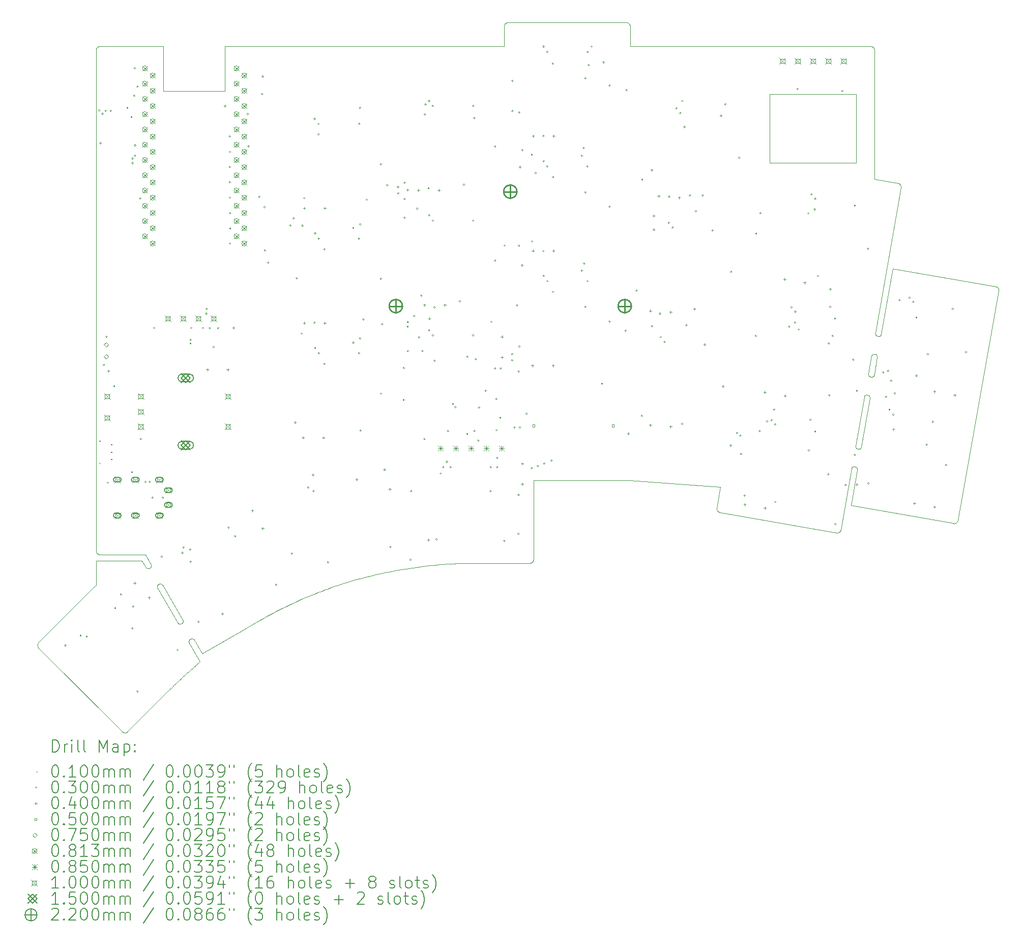
<source format=gbr>
%FSLAX45Y45*%
G04 Gerber Fmt 4.5, Leading zero omitted, Abs format (unit mm)*
G04 Created by KiCad (PCBNEW (6.0.4)) date 2022-07-08 12:46:48*
%MOMM*%
%LPD*%
G01*
G04 APERTURE LIST*
%TA.AperFunction,Profile*%
%ADD10C,0.010000*%
%TD*%
%ADD11C,0.010000*%
%TA.AperFunction,Profile*%
%ADD12C,0.100000*%
%TD*%
%ADD13C,0.200000*%
%ADD14C,0.030000*%
%ADD15C,0.040000*%
%ADD16C,0.050000*%
%ADD17C,0.075000*%
%ADD18C,0.081280*%
%ADD19C,0.085000*%
%ADD20C,0.100000*%
%ADD21C,0.150000*%
%ADD22C,0.220000*%
G04 APERTURE END LIST*
D10*
X9420513Y-14904833D02*
X9089081Y-14333642D01*
X21327375Y-9013104D02*
X21133452Y-10102598D01*
D11*
X9505134Y-14855471D02*
X9506394Y-14857484D01*
X9507531Y-14859554D01*
X9508546Y-14861676D01*
X9509438Y-14863844D01*
X9510209Y-14866054D01*
X9510859Y-14868300D01*
X9511389Y-14870577D01*
X9511800Y-14872880D01*
X9512092Y-14875203D01*
X9512266Y-14877542D01*
X9512322Y-14879891D01*
X9512261Y-14882245D01*
X9512085Y-14884599D01*
X9511792Y-14886949D01*
X9511385Y-14889287D01*
X9510864Y-14891611D01*
X9510228Y-14893913D01*
X9509480Y-14896190D01*
X9508620Y-14898436D01*
X9507648Y-14900646D01*
X9506564Y-14902814D01*
X9505371Y-14904936D01*
X9504067Y-14907006D01*
X9502655Y-14909020D01*
X9501134Y-14910971D01*
X9499505Y-14912855D01*
X9497769Y-14914667D01*
X9495927Y-14916402D01*
X9493979Y-14918054D01*
X9491925Y-14919618D01*
X9489767Y-14921089D01*
X9487505Y-14922462D01*
D10*
X21024150Y-7525187D02*
X21024150Y-5388510D01*
X9184280Y-6061951D02*
X9184280Y-5314467D01*
D11*
X15276983Y-13917589D02*
X15280597Y-13917497D01*
X15284166Y-13917223D01*
X15287685Y-13916773D01*
X15291148Y-13916150D01*
X15294552Y-13915359D01*
X15297893Y-13914405D01*
X15301164Y-13913292D01*
X15304363Y-13912025D01*
X15307485Y-13910608D01*
X15310524Y-13909045D01*
X15313477Y-13907342D01*
X15316339Y-13905503D01*
X15319105Y-13903532D01*
X15321771Y-13901434D01*
X15324333Y-13899213D01*
X15326785Y-13896875D01*
X15329124Y-13894422D01*
X15331345Y-13891860D01*
X15333443Y-13889194D01*
X15335414Y-13886428D01*
X15337253Y-13883566D01*
X15338956Y-13880613D01*
X15340519Y-13877574D01*
X15341936Y-13874452D01*
X15343203Y-13871253D01*
X15344316Y-13867982D01*
X15345270Y-13864641D01*
X15346061Y-13861237D01*
X15346684Y-13857774D01*
X15347134Y-13854255D01*
X15347408Y-13850686D01*
X15347500Y-13847072D01*
X23083258Y-9390372D02*
X23084468Y-9386758D01*
X23085455Y-9383187D01*
X23086225Y-9379665D01*
X23086784Y-9376193D01*
X23087136Y-9372776D01*
X23087287Y-9369416D01*
X23087241Y-9366117D01*
X23087004Y-9362882D01*
X23086582Y-9359714D01*
X23085978Y-9356616D01*
X23085199Y-9353592D01*
X23084250Y-9350645D01*
X23083135Y-9347777D01*
X23081860Y-9344993D01*
X23080430Y-9342296D01*
X23078851Y-9339688D01*
X23077127Y-9337173D01*
X23075263Y-9334755D01*
X23073265Y-9332436D01*
X23071138Y-9330219D01*
X23068887Y-9328109D01*
X23066517Y-9326107D01*
X23064034Y-9324218D01*
X23061442Y-9322444D01*
X23058747Y-9320790D01*
X23055953Y-9319257D01*
X23053067Y-9317849D01*
X23050093Y-9316570D01*
X23047036Y-9315423D01*
X23043902Y-9314410D01*
X23040696Y-9313536D01*
X23037422Y-9312803D01*
D10*
X14853878Y-5314467D02*
X10210308Y-5314467D01*
D11*
X10517059Y-15028238D02*
X10524010Y-15023621D01*
X10530982Y-15019024D01*
X10537973Y-15014448D01*
X10544983Y-15009893D01*
X10552011Y-15005358D01*
X10559057Y-15000844D01*
X10566119Y-14996350D01*
X10573197Y-14991877D01*
X10580291Y-14987425D01*
X10587400Y-14982994D01*
X10594522Y-14978583D01*
X10601659Y-14974193D01*
X10608808Y-14969824D01*
X10615970Y-14965475D01*
X10623143Y-14961147D01*
X10630327Y-14956839D01*
X10637522Y-14952552D01*
X10644726Y-14948286D01*
X10651939Y-14944041D01*
X10659161Y-14939816D01*
X10666390Y-14935612D01*
X10673627Y-14931428D01*
X10680870Y-14927265D01*
X10688118Y-14923123D01*
X10695372Y-14919001D01*
X10702631Y-14914901D01*
X10709893Y-14910820D01*
X10717159Y-14906761D01*
X10724427Y-14902722D01*
X10731697Y-14898704D01*
X10738968Y-14894706D01*
X10746240Y-14890729D01*
D10*
X21408470Y-7592179D02*
X21024150Y-7525187D01*
D11*
X20692719Y-12309793D02*
X20695332Y-12310194D01*
X20697880Y-12310736D01*
X20700361Y-12311412D01*
X20702773Y-12312217D01*
X20705112Y-12313145D01*
X20707376Y-12314193D01*
X20709563Y-12315354D01*
X20711670Y-12316624D01*
X20713694Y-12317997D01*
X20715633Y-12319468D01*
X20717484Y-12321032D01*
X20719245Y-12322684D01*
X20720913Y-12324418D01*
X20722485Y-12326230D01*
X20723959Y-12328115D01*
X20725333Y-12330066D01*
X20726603Y-12332080D01*
X20727767Y-12334150D01*
X20728823Y-12336272D01*
X20729768Y-12338440D01*
X20730599Y-12340650D01*
X20731314Y-12342896D01*
X20731910Y-12345173D01*
X20732385Y-12347475D01*
X20732735Y-12349799D01*
X20732960Y-12352137D01*
X20733055Y-12354486D01*
X20733018Y-12356841D01*
X20732847Y-12359195D01*
X20732540Y-12361544D01*
X20732092Y-12363883D01*
X20731503Y-12366206D01*
X8137096Y-5314467D02*
X8133161Y-5314559D01*
X8129292Y-5314833D01*
X8125493Y-5315283D01*
X8121767Y-5315906D01*
X8118119Y-5316697D01*
X8114552Y-5317651D01*
X8111070Y-5318764D01*
X8107678Y-5320031D01*
X8104378Y-5321448D01*
X8101175Y-5323011D01*
X8098073Y-5324714D01*
X8095075Y-5326553D01*
X8092186Y-5328524D01*
X8089409Y-5330622D01*
X8086749Y-5332843D01*
X8084208Y-5335182D01*
X8081792Y-5337634D01*
X8079503Y-5340196D01*
X8077346Y-5342862D01*
X8075325Y-5345628D01*
X8073443Y-5348490D01*
X8071704Y-5351443D01*
X8070113Y-5354483D01*
X8068673Y-5357604D01*
X8067387Y-5360803D01*
X8066261Y-5364075D01*
X8065297Y-5367415D01*
X8064499Y-5370819D01*
X8063873Y-5374283D01*
X8063420Y-5377801D01*
X8063146Y-5381370D01*
X8063053Y-5384985D01*
D10*
X9184280Y-5314467D02*
X8228769Y-5314467D01*
D11*
X9279478Y-16029585D02*
X9295035Y-16014070D01*
X9310633Y-15998597D01*
X9326272Y-15983166D01*
X9341952Y-15967779D01*
X9357674Y-15952436D01*
X9373437Y-15937137D01*
X9389242Y-15921883D01*
X9405087Y-15906675D01*
X9420974Y-15891514D01*
X9436903Y-15876400D01*
X9452873Y-15861334D01*
X9468884Y-15846316D01*
X9484936Y-15831347D01*
X9501030Y-15816427D01*
X9517165Y-15801559D01*
X9533341Y-15786741D01*
X9549559Y-15771975D01*
X9565817Y-15757261D01*
X9582118Y-15742600D01*
X9598459Y-15727992D01*
X9614842Y-15713439D01*
X9631266Y-15698941D01*
X9647732Y-15684498D01*
X9664239Y-15670112D01*
X9680787Y-15655782D01*
X9697377Y-15641510D01*
X9714007Y-15627295D01*
X9730680Y-15613140D01*
X9747393Y-15599044D01*
X9764148Y-15585008D01*
X9780944Y-15571032D01*
X9797781Y-15557119D01*
X8496735Y-16717130D02*
X8499420Y-16719691D01*
X8502182Y-16722088D01*
X8505017Y-16724319D01*
X8507919Y-16726385D01*
X8510883Y-16728286D01*
X8513903Y-16730021D01*
X8516975Y-16731591D01*
X8520094Y-16732996D01*
X8523254Y-16734236D01*
X8526450Y-16735310D01*
X8529678Y-16736219D01*
X8532931Y-16736963D01*
X8536204Y-16737541D01*
X8539493Y-16737954D01*
X8542793Y-16738202D01*
X8546097Y-16738285D01*
X8549402Y-16738202D01*
X8552702Y-16737954D01*
X8555991Y-16737541D01*
X8559264Y-16736963D01*
X8562517Y-16736219D01*
X8565745Y-16735310D01*
X8568941Y-16734236D01*
X8572101Y-16732996D01*
X8575219Y-16731591D01*
X8578292Y-16730021D01*
X8581312Y-16728286D01*
X8584276Y-16726385D01*
X8587178Y-16724319D01*
X8590012Y-16722088D01*
X8592775Y-16719691D01*
X8595460Y-16717130D01*
D10*
X9840092Y-15419610D02*
X10517059Y-15028238D01*
D11*
X9617962Y-15246842D02*
X9616701Y-15244518D01*
X9615564Y-15242177D01*
X9614550Y-15239822D01*
X9613658Y-15237456D01*
X9612887Y-15235082D01*
X9612237Y-15232703D01*
X9611706Y-15230323D01*
X9611296Y-15227945D01*
X9611004Y-15225573D01*
X9610830Y-15223208D01*
X9610774Y-15220856D01*
X9610834Y-15218518D01*
X9611011Y-15216198D01*
X9611303Y-15213900D01*
X9611711Y-15211626D01*
X9612232Y-15209379D01*
X9612867Y-15207164D01*
X9613616Y-15204983D01*
X9614476Y-15202840D01*
X9615448Y-15200737D01*
X9616531Y-15198678D01*
X9617725Y-15196666D01*
X9619028Y-15194705D01*
X9620441Y-15192797D01*
X9621962Y-15190946D01*
X9623591Y-15189155D01*
X9625327Y-15187427D01*
X9627169Y-15185766D01*
X9629117Y-15184174D01*
X9631171Y-15182656D01*
X9633329Y-15181213D01*
X9635591Y-15179850D01*
D10*
X20921900Y-10761936D02*
X20971262Y-10476340D01*
X16944719Y-12542500D02*
X18453791Y-12648276D01*
D11*
X21461358Y-7669748D02*
X21461917Y-7666443D01*
X21462275Y-7663144D01*
X21462438Y-7659855D01*
X21462412Y-7656581D01*
X21462202Y-7653328D01*
X21461815Y-7650101D01*
X21461256Y-7646905D01*
X21460532Y-7643745D01*
X21459647Y-7640626D01*
X21458608Y-7637554D01*
X21457420Y-7634533D01*
X21456090Y-7631569D01*
X21454623Y-7628668D01*
X21453025Y-7625833D01*
X21451301Y-7623071D01*
X21449458Y-7620386D01*
X21447502Y-7617784D01*
X21445437Y-7615269D01*
X21443271Y-7612848D01*
X21441009Y-7610524D01*
X21438656Y-7608304D01*
X21436218Y-7606193D01*
X21433702Y-7604195D01*
X21431113Y-7602316D01*
X21428456Y-7600560D01*
X21425739Y-7598934D01*
X21422965Y-7597443D01*
X21420143Y-7596090D01*
X21417276Y-7594883D01*
X21414371Y-7593825D01*
X21411434Y-7592922D01*
X21408470Y-7592179D01*
D10*
X21066461Y-10493970D02*
X21017099Y-10779565D01*
X8831693Y-13875279D02*
X8066579Y-13875279D01*
X9797781Y-15557119D02*
X9617962Y-15246842D01*
D11*
X9702583Y-15197480D02*
X9703776Y-15199548D01*
X9705215Y-15202041D01*
X9707169Y-15205427D01*
X9709604Y-15209644D01*
X9712484Y-15214632D01*
X9715774Y-15220331D01*
X9719441Y-15226678D01*
X9723448Y-15233615D01*
X9727761Y-15241080D01*
X9732346Y-15249012D01*
X9737166Y-15257351D01*
X9742189Y-15266036D01*
X9747377Y-15275006D01*
X9752698Y-15284201D01*
X9758115Y-15293560D01*
X9763594Y-15303022D01*
X9769101Y-15312527D01*
X9774599Y-15322014D01*
X9780055Y-15331422D01*
X9785434Y-15340690D01*
X9790700Y-15349758D01*
X9795819Y-15358566D01*
X9800756Y-15367052D01*
X9805476Y-15375156D01*
X9809944Y-15382817D01*
X9814126Y-15389974D01*
X9817986Y-15396567D01*
X9821490Y-15402536D01*
X9824602Y-15407818D01*
X9827289Y-15412354D01*
X9829514Y-15416084D01*
X20847857Y-11156833D02*
X20848259Y-11154220D01*
X20848800Y-11151672D01*
X20849476Y-11149191D01*
X20850281Y-11146779D01*
X20851210Y-11144440D01*
X20852257Y-11142175D01*
X20853418Y-11139988D01*
X20854688Y-11137882D01*
X20856061Y-11135857D01*
X20857532Y-11133918D01*
X20859096Y-11132067D01*
X20860748Y-11130307D01*
X20862483Y-11128639D01*
X20864295Y-11127066D01*
X20866179Y-11125592D01*
X20868131Y-11124219D01*
X20870144Y-11122949D01*
X20872214Y-11121785D01*
X20874336Y-11120729D01*
X20876504Y-11119784D01*
X20878714Y-11118953D01*
X20880960Y-11118238D01*
X20883237Y-11117642D01*
X20885540Y-11117167D01*
X20887863Y-11116816D01*
X20890202Y-11116592D01*
X20892551Y-11116497D01*
X20894905Y-11116534D01*
X20897259Y-11116705D01*
X20899609Y-11117012D01*
X20901947Y-11117459D01*
X20904271Y-11118049D01*
D10*
X20950107Y-5314467D02*
X20854909Y-5314467D01*
D11*
X21077038Y-10141383D02*
X21074425Y-10140981D01*
X21071877Y-10140439D01*
X21069396Y-10139764D01*
X21066984Y-10138959D01*
X21064645Y-10138030D01*
X21062381Y-10136982D01*
X21060194Y-10135821D01*
X21058087Y-10134551D01*
X21056063Y-10133178D01*
X21054124Y-10131707D01*
X21052272Y-10130143D01*
X21050512Y-10128491D01*
X21048844Y-10126757D01*
X21047272Y-10124945D01*
X21045797Y-10123060D01*
X21044424Y-10121109D01*
X21043154Y-10119096D01*
X21041990Y-10117025D01*
X21040934Y-10114903D01*
X21039989Y-10112735D01*
X21039158Y-10110525D01*
X21038443Y-10108279D01*
X21037847Y-10106003D01*
X21037372Y-10103700D01*
X21037022Y-10101377D01*
X21036797Y-10099038D01*
X21036702Y-10096689D01*
X21036739Y-10094334D01*
X21036910Y-10091980D01*
X21037217Y-10089631D01*
X21037665Y-10087292D01*
X21038254Y-10084969D01*
X8063053Y-13706037D02*
X8063146Y-13709652D01*
X8063419Y-13713220D01*
X8063870Y-13716739D01*
X8064493Y-13720202D01*
X8065283Y-13723606D01*
X8066237Y-13726947D01*
X8067350Y-13730219D01*
X8068618Y-13733417D01*
X8070035Y-13736539D01*
X8071597Y-13739578D01*
X8073300Y-13742531D01*
X8075139Y-13745393D01*
X8077110Y-13748159D01*
X8079208Y-13750826D01*
X8081429Y-13753387D01*
X8083768Y-13755840D01*
X8086220Y-13758179D01*
X8088782Y-13760400D01*
X8091448Y-13762498D01*
X8094214Y-13764469D01*
X8097076Y-13766308D01*
X8100029Y-13768011D01*
X8103069Y-13769573D01*
X8106190Y-13770990D01*
X8109389Y-13772257D01*
X8112661Y-13773370D01*
X8116001Y-13774324D01*
X8119405Y-13775115D01*
X8122869Y-13775738D01*
X8126387Y-13776189D01*
X8129956Y-13776462D01*
X8133571Y-13776554D01*
D10*
X8063053Y-5384985D02*
X8063053Y-13706037D01*
D11*
X9089081Y-14333642D02*
X9087821Y-14331318D01*
X9086684Y-14328977D01*
X9085670Y-14326622D01*
X9084777Y-14324256D01*
X9084006Y-14321882D01*
X9083356Y-14319503D01*
X9082826Y-14317123D01*
X9082415Y-14314745D01*
X9082123Y-14312373D01*
X9081950Y-14310008D01*
X9081893Y-14307656D01*
X9081954Y-14305318D01*
X9082131Y-14302998D01*
X9082423Y-14300699D01*
X9082830Y-14298426D01*
X9083352Y-14296179D01*
X9083987Y-14293964D01*
X9084735Y-14291783D01*
X9085596Y-14289640D01*
X9086568Y-14287537D01*
X9087651Y-14285478D01*
X9088845Y-14283466D01*
X9090148Y-14281505D01*
X9091561Y-14279597D01*
X9093082Y-14277746D01*
X9094710Y-14275955D01*
X9096446Y-14274227D01*
X9098289Y-14272566D01*
X9100237Y-14270974D01*
X9102291Y-14269455D01*
X9104449Y-14268013D01*
X9106711Y-14266650D01*
D10*
X7798613Y-14545194D02*
X7111068Y-15232739D01*
X14853878Y-4986561D02*
X14853878Y-5314467D01*
D11*
X18393851Y-12997337D02*
X18393603Y-13000632D01*
X18393516Y-13003902D01*
X18393586Y-13007143D01*
X18393810Y-13010353D01*
X18394184Y-13013526D01*
X18394704Y-13016659D01*
X18395365Y-13019748D01*
X18396165Y-13022790D01*
X18397099Y-13025779D01*
X18398164Y-13028714D01*
X18399355Y-13031588D01*
X18400669Y-13034400D01*
X18402102Y-13037145D01*
X18403649Y-13039818D01*
X18405308Y-13042417D01*
X18407073Y-13044936D01*
X18408943Y-13047373D01*
X18410911Y-13049724D01*
X18412975Y-13051984D01*
X18415131Y-13054150D01*
X18417374Y-13056218D01*
X18419702Y-13058184D01*
X18422109Y-13060044D01*
X18424593Y-13061794D01*
X18427149Y-13063431D01*
X18429773Y-13064950D01*
X18432462Y-13066348D01*
X18435212Y-13067620D01*
X18438018Y-13068764D01*
X18440877Y-13069774D01*
X18443786Y-13070648D01*
X18446740Y-13071380D01*
D10*
X16955297Y-5314467D02*
X16955297Y-4986561D01*
D12*
X19280000Y-6115000D02*
X20720000Y-6115000D01*
X20720000Y-6115000D02*
X20720000Y-7255000D01*
X20720000Y-7255000D02*
X19280000Y-7255000D01*
X19280000Y-7255000D02*
X19280000Y-6115000D01*
D11*
X20904271Y-11118049D02*
X20906884Y-11118451D01*
X20909432Y-11118992D01*
X20911913Y-11119668D01*
X20914325Y-11120473D01*
X20916664Y-11121402D01*
X20918929Y-11122449D01*
X20921115Y-11123610D01*
X20923222Y-11124880D01*
X20925246Y-11126253D01*
X20927185Y-11127724D01*
X20929037Y-11129288D01*
X20930797Y-11130940D01*
X20932465Y-11132675D01*
X20934038Y-11134487D01*
X20935512Y-11136371D01*
X20936885Y-11138322D01*
X20938155Y-11140336D01*
X20939319Y-11142406D01*
X20940375Y-11144528D01*
X20941320Y-11146696D01*
X20942151Y-11148906D01*
X20942866Y-11151152D01*
X20943462Y-11153429D01*
X20943937Y-11155731D01*
X20944288Y-11158055D01*
X20944512Y-11160394D01*
X20944607Y-11162743D01*
X20944570Y-11165097D01*
X20944399Y-11167451D01*
X20944092Y-11169800D01*
X20943644Y-11172139D01*
X20943055Y-11174463D01*
D10*
X20706822Y-11960731D02*
X20847857Y-11156833D01*
X8595460Y-16717130D02*
X9279478Y-16029585D01*
D11*
X21024150Y-5388510D02*
X21024058Y-5384585D01*
X21023784Y-5380745D01*
X21023331Y-5376991D01*
X21022704Y-5373326D01*
X21021907Y-5369751D01*
X21020943Y-5366268D01*
X21019816Y-5362880D01*
X21018531Y-5359587D01*
X21017091Y-5356393D01*
X21015499Y-5353299D01*
X21013761Y-5350307D01*
X21011879Y-5347419D01*
X21009857Y-5344637D01*
X21007700Y-5341962D01*
X21005412Y-5339398D01*
X21002995Y-5336945D01*
X21000455Y-5334605D01*
X20997794Y-5332381D01*
X20995017Y-5330275D01*
X20992128Y-5328288D01*
X20989131Y-5326423D01*
X20986029Y-5324681D01*
X20982826Y-5323064D01*
X20979526Y-5321574D01*
X20976133Y-5320213D01*
X20972652Y-5318984D01*
X20969085Y-5317887D01*
X20965436Y-5316926D01*
X20961711Y-5316101D01*
X20957911Y-5315415D01*
X20954042Y-5314870D01*
X20950107Y-5314467D01*
D10*
X20460011Y-13360502D02*
X20636305Y-12348577D01*
D11*
X21017099Y-10779565D02*
X21016697Y-10782178D01*
X21016155Y-10784727D01*
X21015479Y-10787208D01*
X21014675Y-10789619D01*
X21013746Y-10791959D01*
X21012698Y-10794223D01*
X21011537Y-10796410D01*
X21010267Y-10798517D01*
X21008894Y-10800541D01*
X21007423Y-10802480D01*
X21005859Y-10804331D01*
X21004207Y-10806092D01*
X21002473Y-10807760D01*
X21000661Y-10809332D01*
X20998776Y-10810806D01*
X20996825Y-10812179D01*
X20994811Y-10813450D01*
X20992741Y-10814614D01*
X20990619Y-10815670D01*
X20988451Y-10816614D01*
X20986241Y-10817445D01*
X20983995Y-10818160D01*
X20981719Y-10818756D01*
X20979416Y-10819231D01*
X20977093Y-10819582D01*
X20974754Y-10819806D01*
X20972405Y-10819901D01*
X20970050Y-10819865D01*
X20967696Y-10819694D01*
X20965347Y-10819386D01*
X20963008Y-10818939D01*
X20960685Y-10818350D01*
X9487505Y-14922462D02*
X9485181Y-14923722D01*
X9482840Y-14924859D01*
X9480485Y-14925874D01*
X9478118Y-14926766D01*
X9475744Y-14927537D01*
X9473366Y-14928187D01*
X9470986Y-14928717D01*
X9468608Y-14929128D01*
X9466236Y-14929420D01*
X9463871Y-14929594D01*
X9461518Y-14929650D01*
X9459181Y-14929589D01*
X9456861Y-14929413D01*
X9454562Y-14929120D01*
X9452288Y-14928713D01*
X9450042Y-14928191D01*
X9447827Y-14927556D01*
X9445646Y-14926808D01*
X9443503Y-14925948D01*
X9441400Y-14924975D01*
X9439341Y-14923892D01*
X9437329Y-14922699D01*
X9435368Y-14921395D01*
X9433460Y-14919983D01*
X9431609Y-14918462D01*
X9429818Y-14916833D01*
X9428090Y-14915097D01*
X9426429Y-14913255D01*
X9424837Y-14911306D01*
X9423318Y-14909253D01*
X9421876Y-14907095D01*
X9420513Y-14904833D01*
D10*
X10210308Y-5314467D02*
X10210308Y-6061951D01*
X15347500Y-12542500D02*
X16944719Y-12542500D01*
X14296791Y-13917589D02*
X15276983Y-13917589D01*
D11*
X20971262Y-10476340D02*
X20971664Y-10473727D01*
X20972206Y-10471179D01*
X20972881Y-10468698D01*
X20973686Y-10466286D01*
X20974615Y-10463947D01*
X20975663Y-10461683D01*
X20976824Y-10459496D01*
X20978094Y-10457389D01*
X20979467Y-10455365D01*
X20980938Y-10453426D01*
X20982502Y-10451575D01*
X20984154Y-10449814D01*
X20985888Y-10448146D01*
X20987700Y-10446574D01*
X20989584Y-10445100D01*
X20991536Y-10443726D01*
X20993549Y-10442456D01*
X20995620Y-10441292D01*
X20997741Y-10440236D01*
X20999910Y-10439291D01*
X21002120Y-10438460D01*
X21004365Y-10437745D01*
X21006642Y-10437149D01*
X21008945Y-10436674D01*
X21011268Y-10436323D01*
X21013607Y-10436099D01*
X21015956Y-10436004D01*
X21018311Y-10436041D01*
X21020665Y-10436212D01*
X21023014Y-10436519D01*
X21025353Y-10436966D01*
X21027676Y-10437556D01*
D10*
X22409817Y-13198312D02*
X23083258Y-9390372D01*
D11*
X9635591Y-15179850D02*
X9637915Y-15178590D01*
X9640256Y-15177453D01*
X9642611Y-15176439D01*
X9644977Y-15175546D01*
X9647351Y-15174775D01*
X9649730Y-15174125D01*
X9652110Y-15173595D01*
X9654488Y-15173184D01*
X9656860Y-15172892D01*
X9659225Y-15172719D01*
X9661577Y-15172662D01*
X9663915Y-15172723D01*
X9666235Y-15172900D01*
X9668533Y-15173192D01*
X9670807Y-15173599D01*
X9673054Y-15174121D01*
X9675269Y-15174756D01*
X9677450Y-15175504D01*
X9679593Y-15176365D01*
X9681696Y-15177337D01*
X9683755Y-15178420D01*
X9685767Y-15179614D01*
X9687728Y-15180917D01*
X9689636Y-15182330D01*
X9691487Y-15183851D01*
X9693278Y-15185479D01*
X9695006Y-15187215D01*
X9696667Y-15189058D01*
X9698259Y-15191006D01*
X9699777Y-15193060D01*
X9701220Y-15195218D01*
X9702583Y-15197480D01*
D10*
X21401418Y-8011757D02*
X21461358Y-7669748D01*
X18446740Y-13071380D02*
X20382442Y-13413390D01*
D11*
X20382442Y-13413390D02*
X20385747Y-13413958D01*
X20389046Y-13414345D01*
X20392335Y-13414554D01*
X20395609Y-13414588D01*
X20398862Y-13414452D01*
X20402089Y-13414149D01*
X20405285Y-13413683D01*
X20408445Y-13413059D01*
X20411564Y-13412280D01*
X20414636Y-13411350D01*
X20417657Y-13410272D01*
X20420621Y-13409051D01*
X20423522Y-13407691D01*
X20426357Y-13406195D01*
X20429119Y-13404567D01*
X20431804Y-13402812D01*
X20434406Y-13400933D01*
X20436921Y-13398933D01*
X20439342Y-13396818D01*
X20441666Y-13394590D01*
X20443886Y-13392253D01*
X20445997Y-13389812D01*
X20447995Y-13387270D01*
X20449874Y-13384632D01*
X20451629Y-13381900D01*
X20453256Y-13379080D01*
X20454747Y-13376174D01*
X20456100Y-13373186D01*
X20457307Y-13370122D01*
X20458365Y-13366983D01*
X20459268Y-13363775D01*
X20460011Y-13360502D01*
X14920870Y-4919570D02*
X14917575Y-4919662D01*
X14914307Y-4919935D01*
X14911069Y-4920383D01*
X14907868Y-4921002D01*
X14904708Y-4921786D01*
X14901594Y-4922731D01*
X14898533Y-4923830D01*
X14895527Y-4925079D01*
X14892584Y-4926473D01*
X14889708Y-4928006D01*
X14886905Y-4929673D01*
X14884179Y-4931470D01*
X14881535Y-4933390D01*
X14878979Y-4935429D01*
X14876517Y-4937582D01*
X14874152Y-4939843D01*
X14871891Y-4942208D01*
X14869738Y-4944671D01*
X14867698Y-4947227D01*
X14865778Y-4949870D01*
X14863981Y-4952596D01*
X14862314Y-4955400D01*
X14860781Y-4958276D01*
X14859387Y-4961219D01*
X14858138Y-4964224D01*
X14857039Y-4967286D01*
X14856095Y-4970400D01*
X14855311Y-4973560D01*
X14854692Y-4976761D01*
X14854243Y-4979998D01*
X14853970Y-4983267D01*
X14853878Y-4986561D01*
D10*
X23037422Y-9312803D02*
X21327375Y-9013104D01*
D11*
X7111068Y-15232739D02*
X7108507Y-15235423D01*
X7106110Y-15238186D01*
X7103879Y-15241020D01*
X7101813Y-15243922D01*
X7099912Y-15246886D01*
X7098177Y-15249906D01*
X7096607Y-15252979D01*
X7095202Y-15256097D01*
X7093962Y-15259257D01*
X7092888Y-15262454D01*
X7091979Y-15265681D01*
X7091235Y-15268934D01*
X7090657Y-15272207D01*
X7090244Y-15275497D01*
X7089996Y-15278796D01*
X7089913Y-15282101D01*
X7089996Y-15285405D01*
X7090244Y-15288705D01*
X7090657Y-15291994D01*
X7091235Y-15295268D01*
X7091979Y-15298521D01*
X7092888Y-15301748D01*
X7093962Y-15304944D01*
X7095202Y-15308104D01*
X7096607Y-15311223D01*
X7098177Y-15314295D01*
X7099912Y-15317315D01*
X7101813Y-15320279D01*
X7103879Y-15323181D01*
X7106110Y-15326016D01*
X7108507Y-15328778D01*
X7111068Y-15331463D01*
X8958624Y-13998684D02*
X8956301Y-13999944D01*
X8953960Y-14001081D01*
X8951604Y-14002096D01*
X8949238Y-14002988D01*
X8946864Y-14003759D01*
X8944486Y-14004409D01*
X8942106Y-14004939D01*
X8939728Y-14005350D01*
X8937355Y-14005642D01*
X8934991Y-14005816D01*
X8932638Y-14005872D01*
X8930300Y-14005812D01*
X8927980Y-14005635D01*
X8925682Y-14005342D01*
X8923408Y-14004935D01*
X8921162Y-14004414D01*
X8918947Y-14003778D01*
X8916766Y-14003030D01*
X8914622Y-14002170D01*
X8912519Y-14001198D01*
X8910460Y-14000114D01*
X8908449Y-13998921D01*
X8906487Y-13997617D01*
X8904579Y-13996205D01*
X8902728Y-13994684D01*
X8900937Y-13993055D01*
X8899209Y-13991319D01*
X8897548Y-13989477D01*
X8895957Y-13987529D01*
X8894438Y-13985475D01*
X8892996Y-13983317D01*
X8891633Y-13981055D01*
D10*
X8884581Y-13776554D02*
X8976254Y-13931693D01*
X8891633Y-13981055D02*
X8831693Y-13875279D01*
D11*
X10746240Y-14890729D02*
X10798258Y-14860867D01*
X10850511Y-14831442D01*
X10902984Y-14802459D01*
X10955664Y-14773921D01*
X11008538Y-14745833D01*
X11061593Y-14718197D01*
X11114814Y-14691019D01*
X11168187Y-14664302D01*
X11221701Y-14638050D01*
X11275340Y-14612266D01*
X11329091Y-14586955D01*
X11382942Y-14562121D01*
X11436877Y-14537767D01*
X11490885Y-14513897D01*
X11544950Y-14490515D01*
X11599060Y-14467625D01*
X11653201Y-14445231D01*
X11707359Y-14423336D01*
X11761521Y-14401945D01*
X11815673Y-14381062D01*
X11869803Y-14360690D01*
X11923895Y-14340833D01*
X11977937Y-14321495D01*
X12031915Y-14302680D01*
X12085816Y-14284392D01*
X12139626Y-14266635D01*
X12193331Y-14249412D01*
X12246918Y-14232727D01*
X12300373Y-14216585D01*
X12353683Y-14200989D01*
X12406834Y-14185944D01*
X12459813Y-14171452D01*
X20636305Y-12348577D02*
X20636707Y-12345964D01*
X20637248Y-12343416D01*
X20637924Y-12340934D01*
X20638729Y-12338523D01*
X20639658Y-12336184D01*
X20640705Y-12333919D01*
X20641866Y-12331732D01*
X20643136Y-12329625D01*
X20644509Y-12327601D01*
X20645980Y-12325662D01*
X20647544Y-12323811D01*
X20649196Y-12322050D01*
X20650931Y-12320383D01*
X20652743Y-12318810D01*
X20654627Y-12317336D01*
X20656578Y-12315963D01*
X20658592Y-12314693D01*
X20660662Y-12313528D01*
X20662784Y-12312473D01*
X20664952Y-12311528D01*
X20667162Y-12310697D01*
X20669408Y-12309982D01*
X20671685Y-12309386D01*
X20673987Y-12308911D01*
X20676311Y-12308560D01*
X20678650Y-12308336D01*
X20680999Y-12308241D01*
X20683353Y-12308277D01*
X20685707Y-12308448D01*
X20688056Y-12308756D01*
X20690395Y-12309203D01*
X20692719Y-12309793D01*
X12459813Y-14171452D02*
X12517699Y-14156153D01*
X12575657Y-14141330D01*
X12633677Y-14126982D01*
X12691749Y-14113109D01*
X12749862Y-14099712D01*
X12808006Y-14086789D01*
X12866171Y-14074342D01*
X12924346Y-14062370D01*
X12982521Y-14050873D01*
X13040686Y-14039851D01*
X13098830Y-14029305D01*
X13156943Y-14019233D01*
X13215015Y-14009637D01*
X13273035Y-14000516D01*
X13330993Y-13991870D01*
X13388879Y-13983699D01*
X13446683Y-13976004D01*
X13504393Y-13968783D01*
X13562000Y-13962038D01*
X13619493Y-13955768D01*
X13676863Y-13949973D01*
X13734098Y-13944653D01*
X13791188Y-13939808D01*
X13848124Y-13935439D01*
X13904894Y-13931545D01*
X13961489Y-13928125D01*
X14017898Y-13925181D01*
X14074110Y-13922713D01*
X14130116Y-13920719D01*
X14185905Y-13919200D01*
X14241467Y-13918157D01*
X14296791Y-13917589D01*
D10*
X20943055Y-11174463D02*
X20802020Y-11978361D01*
X8066579Y-13875279D02*
X8066579Y-14280754D01*
D11*
X20960685Y-10818350D02*
X20958072Y-10817948D01*
X20955523Y-10817406D01*
X20953042Y-10816730D01*
X20950630Y-10815926D01*
X20948291Y-10814997D01*
X20946027Y-10813949D01*
X20943840Y-10812788D01*
X20941733Y-10811518D01*
X20939709Y-10810145D01*
X20937770Y-10808674D01*
X20935919Y-10807110D01*
X20934158Y-10805458D01*
X20932490Y-10803724D01*
X20930918Y-10801912D01*
X20929444Y-10800027D01*
X20928070Y-10798076D01*
X20926800Y-10796062D01*
X20925636Y-10793992D01*
X20924580Y-10791870D01*
X20923635Y-10789702D01*
X20922804Y-10787492D01*
X20922089Y-10785246D01*
X20921493Y-10782970D01*
X20921019Y-10780667D01*
X20920668Y-10778344D01*
X20920444Y-10776005D01*
X20920349Y-10773656D01*
X20920385Y-10771301D01*
X20920556Y-10768947D01*
X20920864Y-10766598D01*
X20921311Y-10764259D01*
X20921900Y-10761936D01*
D10*
X8228769Y-5314467D02*
X8137096Y-5314467D01*
X7111068Y-15331463D02*
X8496735Y-16717130D01*
X21038254Y-10084969D02*
X21401418Y-8011757D01*
D11*
X9106711Y-14266650D02*
X9109034Y-14265390D01*
X9111376Y-14264253D01*
X9113731Y-14263238D01*
X9116097Y-14262346D01*
X9118471Y-14261575D01*
X9120850Y-14260925D01*
X9123229Y-14260395D01*
X9125607Y-14259984D01*
X9127980Y-14259692D01*
X9130344Y-14259518D01*
X9132697Y-14259462D01*
X9135035Y-14259523D01*
X9137355Y-14259699D01*
X9139653Y-14259992D01*
X9141927Y-14260399D01*
X9144173Y-14260921D01*
X9146388Y-14261556D01*
X9148569Y-14262304D01*
X9150713Y-14263164D01*
X9152816Y-14264137D01*
X9154874Y-14265220D01*
X9156886Y-14266413D01*
X9158848Y-14267717D01*
X9160756Y-14269129D01*
X9162607Y-14270650D01*
X9164398Y-14272279D01*
X9166125Y-14274015D01*
X9167787Y-14275857D01*
X9169378Y-14277806D01*
X9170897Y-14279859D01*
X9172339Y-14282017D01*
X9173702Y-14284280D01*
X16955297Y-4986561D02*
X16955205Y-4983267D01*
X16954932Y-4979998D01*
X16954483Y-4976761D01*
X16953864Y-4973560D01*
X16953080Y-4970400D01*
X16952136Y-4967286D01*
X16951037Y-4964224D01*
X16949788Y-4961219D01*
X16948394Y-4958276D01*
X16946861Y-4955400D01*
X16945193Y-4952596D01*
X16943397Y-4949870D01*
X16941477Y-4947227D01*
X16939437Y-4944671D01*
X16937284Y-4942208D01*
X16935023Y-4939843D01*
X16932658Y-4937582D01*
X16930196Y-4935429D01*
X16927640Y-4933390D01*
X16924996Y-4931470D01*
X16922270Y-4929673D01*
X16919466Y-4928006D01*
X16916591Y-4926473D01*
X16913647Y-4925079D01*
X16910642Y-4923830D01*
X16907580Y-4922731D01*
X16904467Y-4921786D01*
X16901307Y-4921002D01*
X16898105Y-4920383D01*
X16894868Y-4919935D01*
X16891599Y-4919662D01*
X16888305Y-4919570D01*
X20802020Y-11978361D02*
X20801618Y-11980974D01*
X20801077Y-11983522D01*
X20800401Y-11986003D01*
X20799596Y-11988415D01*
X20798668Y-11990754D01*
X20797620Y-11993018D01*
X20796459Y-11995205D01*
X20795189Y-11997312D01*
X20793816Y-11999336D01*
X20792345Y-12001275D01*
X20790781Y-12003127D01*
X20789129Y-12004887D01*
X20787394Y-12006555D01*
X20785582Y-12008127D01*
X20783698Y-12009602D01*
X20781747Y-12010975D01*
X20779733Y-12012245D01*
X20777663Y-12013409D01*
X20775541Y-12014465D01*
X20773373Y-12015410D01*
X20771163Y-12016241D01*
X20768917Y-12016956D01*
X20766640Y-12017552D01*
X20764338Y-12018027D01*
X20762014Y-12018378D01*
X20759676Y-12018602D01*
X20757326Y-12018697D01*
X20754972Y-12018660D01*
X20752618Y-12018490D01*
X20750269Y-12018182D01*
X20747930Y-12017735D01*
X20745607Y-12017145D01*
X22332248Y-13254726D02*
X22335863Y-13255294D01*
X22339433Y-13255680D01*
X22342956Y-13255887D01*
X22346427Y-13255917D01*
X22349844Y-13255774D01*
X22353204Y-13255462D01*
X22356503Y-13254983D01*
X22359739Y-13254340D01*
X22362907Y-13253537D01*
X22366005Y-13252578D01*
X22369029Y-13251465D01*
X22371976Y-13250201D01*
X22374843Y-13248790D01*
X22377627Y-13247236D01*
X22380325Y-13245540D01*
X22382932Y-13243707D01*
X22385447Y-13241740D01*
X22387866Y-13239642D01*
X22390185Y-13237416D01*
X22392401Y-13235065D01*
X22394512Y-13232593D01*
X22396513Y-13230002D01*
X22398402Y-13227297D01*
X22400176Y-13224480D01*
X22401831Y-13221555D01*
X22403364Y-13218524D01*
X22404771Y-13215392D01*
X22406050Y-13212160D01*
X22407197Y-13208834D01*
X22408210Y-13205414D01*
X22409084Y-13201906D01*
X22409817Y-13198312D01*
D10*
X9173702Y-14284280D02*
X9505134Y-14855471D01*
D11*
X21027676Y-10437556D02*
X21029969Y-10437958D01*
X21032218Y-10438499D01*
X21034420Y-10439175D01*
X21036573Y-10439980D01*
X21038675Y-10440909D01*
X21040723Y-10441956D01*
X21042713Y-10443117D01*
X21044644Y-10444387D01*
X21046514Y-10445760D01*
X21048318Y-10447231D01*
X21050056Y-10448795D01*
X21051724Y-10450447D01*
X21053319Y-10452182D01*
X21054840Y-10453994D01*
X21056283Y-10455878D01*
X21057646Y-10457829D01*
X21058927Y-10459843D01*
X21060122Y-10461913D01*
X21061229Y-10464035D01*
X21062246Y-10466203D01*
X21063170Y-10468413D01*
X21063999Y-10470659D01*
X21064729Y-10472936D01*
X21065359Y-10475238D01*
X21065885Y-10477562D01*
X21066306Y-10479901D01*
X21066618Y-10482250D01*
X21066819Y-10484604D01*
X21066906Y-10486958D01*
X21066878Y-10489307D01*
X21066730Y-10491646D01*
X21066461Y-10493970D01*
X8066579Y-14280754D02*
X8057985Y-14288707D01*
X8049392Y-14296700D01*
X8040802Y-14304731D01*
X8032216Y-14312796D01*
X8023634Y-14320896D01*
X8015060Y-14329027D01*
X8006493Y-14337188D01*
X7997935Y-14345376D01*
X7989387Y-14353591D01*
X7980851Y-14361829D01*
X7972328Y-14370089D01*
X7963819Y-14378369D01*
X7955326Y-14386668D01*
X7946849Y-14394982D01*
X7938391Y-14403311D01*
X7929952Y-14411652D01*
X7921533Y-14420003D01*
X7913137Y-14428362D01*
X7904763Y-14436729D01*
X7896414Y-14445099D01*
X7888092Y-14453472D01*
X7879796Y-14461846D01*
X7871528Y-14470219D01*
X7863291Y-14478588D01*
X7855084Y-14486952D01*
X7846909Y-14495309D01*
X7838769Y-14503657D01*
X7830662Y-14511994D01*
X7822593Y-14520318D01*
X7814560Y-14528628D01*
X7806567Y-14536920D01*
X7798613Y-14545194D01*
X20745607Y-12017145D02*
X20743304Y-12016743D01*
X20741026Y-12016202D01*
X20738778Y-12015526D01*
X20736565Y-12014721D01*
X20734390Y-12013793D01*
X20732258Y-12012745D01*
X20730174Y-12011584D01*
X20728143Y-12010314D01*
X20726168Y-12008941D01*
X20724254Y-12007470D01*
X20722407Y-12005906D01*
X20720629Y-12004254D01*
X20718927Y-12002519D01*
X20717304Y-12000707D01*
X20715765Y-11998823D01*
X20714315Y-11996872D01*
X20712957Y-11994858D01*
X20711697Y-11992788D01*
X20710539Y-11990666D01*
X20709487Y-11988498D01*
X20708547Y-11986288D01*
X20707722Y-11984042D01*
X20707017Y-11981765D01*
X20706436Y-11979463D01*
X20705985Y-11977139D01*
X20705668Y-11974800D01*
X20705488Y-11972451D01*
X20705452Y-11970097D01*
X20705562Y-11967743D01*
X20705824Y-11965394D01*
X20706243Y-11963055D01*
X20706822Y-11960731D01*
D10*
X20854909Y-5314467D02*
X16955297Y-5314467D01*
X10210308Y-6061951D02*
X9184280Y-6061951D01*
X8133571Y-13776554D02*
X8884581Y-13776554D01*
X20629253Y-12951501D02*
X22332248Y-13254726D01*
X16888305Y-4919570D02*
X14920870Y-4919570D01*
X15347500Y-13847072D02*
X15347500Y-12542500D01*
D11*
X8976254Y-13931693D02*
X8977514Y-13934016D01*
X8978651Y-13936357D01*
X8979665Y-13938713D01*
X8980558Y-13941079D01*
X8981329Y-13943453D01*
X8981979Y-13945831D01*
X8982509Y-13948211D01*
X8982920Y-13950589D01*
X8983212Y-13952962D01*
X8983385Y-13955326D01*
X8983442Y-13957679D01*
X8983381Y-13960017D01*
X8983204Y-13962336D01*
X8982912Y-13964635D01*
X8982505Y-13966909D01*
X8981983Y-13969155D01*
X8981348Y-13971370D01*
X8980600Y-13973551D01*
X8979739Y-13975695D01*
X8978767Y-13977797D01*
X8977684Y-13979856D01*
X8976490Y-13981868D01*
X8975187Y-13983830D01*
X8973774Y-13985738D01*
X8972254Y-13987589D01*
X8970625Y-13989380D01*
X8968889Y-13991107D01*
X8967046Y-13992769D01*
X8965098Y-13994360D01*
X8963045Y-13995879D01*
X8960886Y-13997321D01*
X8958624Y-13998684D01*
D10*
X20731503Y-12366206D02*
X20629253Y-12951501D01*
D11*
X9829514Y-15416084D02*
X9830506Y-15416985D01*
X9831497Y-15417718D01*
X9832489Y-15418300D01*
X9833481Y-15418749D01*
X9834472Y-15419081D01*
X9835464Y-15419314D01*
X9836456Y-15419466D01*
X9837778Y-15419573D01*
X9839100Y-15419607D01*
X9840092Y-15419610D01*
D10*
X18453791Y-12648276D02*
X18393851Y-12997337D01*
D11*
X21133452Y-10102598D02*
X21133050Y-10105211D01*
X21132509Y-10107760D01*
X21131833Y-10110241D01*
X21131028Y-10112652D01*
X21130099Y-10114992D01*
X21129052Y-10117256D01*
X21127891Y-10119443D01*
X21126621Y-10121550D01*
X21125248Y-10123574D01*
X21123777Y-10125513D01*
X21122213Y-10127364D01*
X21120561Y-10129125D01*
X21118826Y-10130793D01*
X21117014Y-10132365D01*
X21115130Y-10133839D01*
X21113179Y-10135212D01*
X21111165Y-10136483D01*
X21109095Y-10137647D01*
X21106973Y-10138703D01*
X21104805Y-10139647D01*
X21102595Y-10140478D01*
X21100349Y-10141193D01*
X21098072Y-10141789D01*
X21095770Y-10142264D01*
X21093446Y-10142615D01*
X21091107Y-10142839D01*
X21088758Y-10142934D01*
X21086404Y-10142898D01*
X21084050Y-10142727D01*
X21081701Y-10142419D01*
X21079362Y-10141972D01*
X21077038Y-10141383D01*
D13*
D11*
X8121000Y-11876000D02*
X8131000Y-11886000D01*
X8131000Y-11876000D02*
X8121000Y-11886000D01*
X8121000Y-12246000D02*
X8131000Y-12256000D01*
X8131000Y-12246000D02*
X8121000Y-12256000D01*
X8316000Y-11938500D02*
X8326000Y-11948500D01*
X8326000Y-11938500D02*
X8316000Y-11948500D01*
X8316000Y-12061000D02*
X8326000Y-12071000D01*
X8326000Y-12061000D02*
X8316000Y-12071000D01*
X8316000Y-12183500D02*
X8326000Y-12193500D01*
X8326000Y-12183500D02*
X8316000Y-12193500D01*
D14*
X7570000Y-15285000D02*
G75*
G03*
X7570000Y-15285000I-15000J0D01*
G01*
X7823100Y-15121200D02*
G75*
G03*
X7823100Y-15121200I-15000J0D01*
G01*
X7926582Y-15138116D02*
G75*
G03*
X7926582Y-15138116I-15000J0D01*
G01*
X8133400Y-6383800D02*
G75*
G03*
X8133400Y-6383800I-15000J0D01*
G01*
X8155000Y-6930000D02*
G75*
G03*
X8155000Y-6930000I-15000J0D01*
G01*
X8187500Y-6440000D02*
G75*
G03*
X8187500Y-6440000I-15000J0D01*
G01*
X8210000Y-10620000D02*
G75*
G03*
X8210000Y-10620000I-15000J0D01*
G01*
X8239800Y-6389900D02*
G75*
G03*
X8239800Y-6389900I-15000J0D01*
G01*
X8255000Y-10150000D02*
G75*
G03*
X8255000Y-10150000I-15000J0D01*
G01*
X8277348Y-12576233D02*
G75*
G03*
X8277348Y-12576233I-15000J0D01*
G01*
X8288976Y-10723312D02*
G75*
G03*
X8288976Y-10723312I-15000J0D01*
G01*
X8326700Y-6389400D02*
G75*
G03*
X8326700Y-6389400I-15000J0D01*
G01*
X8382500Y-10972500D02*
G75*
G03*
X8382500Y-10972500I-15000J0D01*
G01*
X8399363Y-14664370D02*
G75*
G03*
X8399363Y-14664370I-15000J0D01*
G01*
X8495000Y-14440000D02*
G75*
G03*
X8495000Y-14440000I-15000J0D01*
G01*
X8603000Y-6343000D02*
G75*
G03*
X8603000Y-6343000I-15000J0D01*
G01*
X8670619Y-6494100D02*
G75*
G03*
X8670619Y-6494100I-15000J0D01*
G01*
X8677664Y-12403758D02*
G75*
G03*
X8677664Y-12403758I-15000J0D01*
G01*
X8685000Y-15000000D02*
G75*
G03*
X8685000Y-15000000I-15000J0D01*
G01*
X8685303Y-7260303D02*
G75*
G03*
X8685303Y-7260303I-15000J0D01*
G01*
X8686148Y-7185000D02*
G75*
G03*
X8686148Y-7185000I-15000J0D01*
G01*
X8697500Y-14637500D02*
G75*
G03*
X8697500Y-14637500I-15000J0D01*
G01*
X8715971Y-6140400D02*
G75*
G03*
X8715971Y-6140400I-15000J0D01*
G01*
X8725000Y-5680000D02*
G75*
G03*
X8725000Y-5680000I-15000J0D01*
G01*
X8728479Y-7138479D02*
G75*
G03*
X8728479Y-7138479I-15000J0D01*
G01*
X8730000Y-6965000D02*
G75*
G03*
X8730000Y-6965000I-15000J0D01*
G01*
X8768621Y-5987921D02*
G75*
G03*
X8768621Y-5987921I-15000J0D01*
G01*
X8769852Y-16050490D02*
G75*
G03*
X8769852Y-16050490I-15000J0D01*
G01*
X8817500Y-7847500D02*
G75*
G03*
X8817500Y-7847500I-15000J0D01*
G01*
X8825000Y-11850000D02*
G75*
G03*
X8825000Y-11850000I-15000J0D01*
G01*
X8904800Y-12564200D02*
G75*
G03*
X8904800Y-12564200I-15000J0D01*
G01*
X8974514Y-12562545D02*
G75*
G03*
X8974514Y-12562545I-15000J0D01*
G01*
X9020000Y-12825000D02*
G75*
G03*
X9020000Y-12825000I-15000J0D01*
G01*
X9047500Y-10005000D02*
G75*
G03*
X9047500Y-10005000I-15000J0D01*
G01*
X9175000Y-13810000D02*
G75*
G03*
X9175000Y-13810000I-15000J0D01*
G01*
X9195000Y-12825000D02*
G75*
G03*
X9195000Y-12825000I-15000J0D01*
G01*
X9436600Y-15363809D02*
G75*
G03*
X9436600Y-15363809I-15000J0D01*
G01*
X9518424Y-13745185D02*
G75*
G03*
X9518424Y-13745185I-15000J0D01*
G01*
X9534900Y-13654456D02*
G75*
G03*
X9534900Y-13654456I-15000J0D01*
G01*
X9646102Y-13690326D02*
G75*
G03*
X9646102Y-13690326I-15000J0D01*
G01*
X9653100Y-10261600D02*
G75*
G03*
X9653100Y-10261600I-15000J0D01*
G01*
X9655000Y-13890000D02*
G75*
G03*
X9655000Y-13890000I-15000J0D01*
G01*
X9655400Y-10198700D02*
G75*
G03*
X9655400Y-10198700I-15000J0D01*
G01*
X9665000Y-10005000D02*
G75*
G03*
X9665000Y-10005000I-15000J0D01*
G01*
X9785000Y-14890000D02*
G75*
G03*
X9785000Y-14890000I-15000J0D01*
G01*
X9860000Y-10005000D02*
G75*
G03*
X9860000Y-10005000I-15000J0D01*
G01*
X9915600Y-9768100D02*
G75*
G03*
X9915600Y-9768100I-15000J0D01*
G01*
X9922121Y-9687121D02*
G75*
G03*
X9922121Y-9687121I-15000J0D01*
G01*
X9972500Y-10005000D02*
G75*
G03*
X9972500Y-10005000I-15000J0D01*
G01*
X10038432Y-10320967D02*
G75*
G03*
X10038432Y-10320967I-15000J0D01*
G01*
X10112500Y-10005000D02*
G75*
G03*
X10112500Y-10005000I-15000J0D01*
G01*
X10187475Y-14761727D02*
G75*
G03*
X10187475Y-14761727I-15000J0D01*
G01*
X10229181Y-6310619D02*
G75*
G03*
X10229181Y-6310619I-15000J0D01*
G01*
X10284954Y-13324141D02*
G75*
G03*
X10284954Y-13324141I-15000J0D01*
G01*
X10305651Y-6817049D02*
G75*
G03*
X10305651Y-6817049I-15000J0D01*
G01*
X10306101Y-7325499D02*
G75*
G03*
X10306101Y-7325499I-15000J0D01*
G01*
X10307601Y-7580999D02*
G75*
G03*
X10307601Y-7580999I-15000J0D01*
G01*
X10308401Y-7073799D02*
G75*
G03*
X10308401Y-7073799I-15000J0D01*
G01*
X10308451Y-7835849D02*
G75*
G03*
X10308451Y-7835849I-15000J0D01*
G01*
X10309051Y-8598449D02*
G75*
G03*
X10309051Y-8598449I-15000J0D01*
G01*
X10309951Y-8091349D02*
G75*
G03*
X10309951Y-8091349I-15000J0D01*
G01*
X10312701Y-8348099D02*
G75*
G03*
X10312701Y-8348099I-15000J0D01*
G01*
X10372500Y-10005000D02*
G75*
G03*
X10372500Y-10005000I-15000J0D01*
G01*
X10395000Y-13467500D02*
G75*
G03*
X10395000Y-13467500I-15000J0D01*
G01*
X10605882Y-6443800D02*
G75*
G03*
X10605882Y-6443800I-15000J0D01*
G01*
X10618346Y-6982012D02*
G75*
G03*
X10618346Y-6982012I-15000J0D01*
G01*
X10799087Y-7821000D02*
G75*
G03*
X10799087Y-7821000I-15000J0D01*
G01*
X10845000Y-6110000D02*
G75*
G03*
X10845000Y-6110000I-15000J0D01*
G01*
X10855000Y-5820000D02*
G75*
G03*
X10855000Y-5820000I-15000J0D01*
G01*
X10884750Y-7993901D02*
G75*
G03*
X10884750Y-7993901I-15000J0D01*
G01*
X10890773Y-8713069D02*
G75*
G03*
X10890773Y-8713069I-15000J0D01*
G01*
X10946894Y-8918106D02*
G75*
G03*
X10946894Y-8918106I-15000J0D01*
G01*
X11076148Y-14277750D02*
G75*
G03*
X11076148Y-14277750I-15000J0D01*
G01*
X11315000Y-8300000D02*
G75*
G03*
X11315000Y-8300000I-15000J0D01*
G01*
X11340000Y-13755000D02*
G75*
G03*
X11340000Y-13755000I-15000J0D01*
G01*
X11369147Y-8183000D02*
G75*
G03*
X11369147Y-8183000I-15000J0D01*
G01*
X11396847Y-11580000D02*
G75*
G03*
X11396847Y-11580000I-15000J0D01*
G01*
X11421797Y-9175703D02*
G75*
G03*
X11421797Y-9175703I-15000J0D01*
G01*
X11503000Y-10096000D02*
G75*
G03*
X11503000Y-10096000I-15000J0D01*
G01*
X11515000Y-8300000D02*
G75*
G03*
X11515000Y-8300000I-15000J0D01*
G01*
X11545000Y-7845000D02*
G75*
G03*
X11545000Y-7845000I-15000J0D01*
G01*
X11611568Y-12660930D02*
G75*
G03*
X11611568Y-12660930I-15000J0D01*
G01*
X11695000Y-12450000D02*
G75*
G03*
X11695000Y-12450000I-15000J0D01*
G01*
X11700400Y-12718600D02*
G75*
G03*
X11700400Y-12718600I-15000J0D01*
G01*
X11715000Y-9917500D02*
G75*
G03*
X11715000Y-9917500I-15000J0D01*
G01*
X11719200Y-6524100D02*
G75*
G03*
X11719200Y-6524100I-15000J0D01*
G01*
X11725800Y-10338500D02*
G75*
G03*
X11725800Y-10338500I-15000J0D01*
G01*
X11726600Y-8429400D02*
G75*
G03*
X11726600Y-8429400I-15000J0D01*
G01*
X11781796Y-6607350D02*
G75*
G03*
X11781796Y-6607350I-15000J0D01*
G01*
X11781832Y-6782370D02*
G75*
G03*
X11781832Y-6782370I-15000J0D01*
G01*
X11787087Y-10425142D02*
G75*
G03*
X11787087Y-10425142I-15000J0D01*
G01*
X11787880Y-8517578D02*
G75*
G03*
X11787880Y-8517578I-15000J0D01*
G01*
X11881800Y-8694976D02*
G75*
G03*
X11881800Y-8694976I-15000J0D01*
G01*
X11881900Y-10602236D02*
G75*
G03*
X11881900Y-10602236I-15000J0D01*
G01*
X11941190Y-13905014D02*
G75*
G03*
X11941190Y-13905014I-15000J0D01*
G01*
X12361557Y-10247336D02*
G75*
G03*
X12361557Y-10247336I-15000J0D01*
G01*
X12361800Y-8340076D02*
G75*
G03*
X12361800Y-8340076I-15000J0D01*
G01*
X12421894Y-12525287D02*
G75*
G03*
X12421894Y-12525287I-15000J0D01*
G01*
X12455582Y-10424789D02*
G75*
G03*
X12455582Y-10424789I-15000J0D01*
G01*
X12456018Y-8517359D02*
G75*
G03*
X12456018Y-8517359I-15000J0D01*
G01*
X12460845Y-6607883D02*
G75*
G03*
X12460845Y-6607883I-15000J0D01*
G01*
X12475000Y-6340000D02*
G75*
G03*
X12475000Y-6340000I-15000J0D01*
G01*
X12475000Y-8280000D02*
G75*
G03*
X12475000Y-8280000I-15000J0D01*
G01*
X12475000Y-10180000D02*
G75*
G03*
X12475000Y-10180000I-15000J0D01*
G01*
X12482500Y-11712500D02*
G75*
G03*
X12482500Y-11712500I-15000J0D01*
G01*
X12528000Y-9861000D02*
G75*
G03*
X12528000Y-9861000I-15000J0D01*
G01*
X12585000Y-7870000D02*
G75*
G03*
X12585000Y-7870000I-15000J0D01*
G01*
X12822500Y-7280000D02*
G75*
G03*
X12822500Y-7280000I-15000J0D01*
G01*
X12822500Y-9185000D02*
G75*
G03*
X12822500Y-9185000I-15000J0D01*
G01*
X12822500Y-11095000D02*
G75*
G03*
X12822500Y-11095000I-15000J0D01*
G01*
X12842000Y-9943000D02*
G75*
G03*
X12842000Y-9943000I-15000J0D01*
G01*
X12925000Y-7630000D02*
G75*
G03*
X12925000Y-7630000I-15000J0D01*
G01*
X12979000Y-13647400D02*
G75*
G03*
X12979000Y-13647400I-15000J0D01*
G01*
X13107500Y-7657350D02*
G75*
G03*
X13107500Y-7657350I-15000J0D01*
G01*
X13108448Y-7762650D02*
G75*
G03*
X13108448Y-7762650I-15000J0D01*
G01*
X13199000Y-11201000D02*
G75*
G03*
X13199000Y-11201000I-15000J0D01*
G01*
X13202000Y-10671000D02*
G75*
G03*
X13202000Y-10671000I-15000J0D01*
G01*
X13215000Y-7590000D02*
G75*
G03*
X13215000Y-7590000I-15000J0D01*
G01*
X13215000Y-7857500D02*
G75*
G03*
X13215000Y-7857500I-15000J0D01*
G01*
X13215000Y-8170000D02*
G75*
G03*
X13215000Y-8170000I-15000J0D01*
G01*
X13267979Y-9983279D02*
G75*
G03*
X13267979Y-9983279I-15000J0D01*
G01*
X13268490Y-7708100D02*
G75*
G03*
X13268490Y-7708100I-15000J0D01*
G01*
X13268490Y-9907600D02*
G75*
G03*
X13268490Y-9907600I-15000J0D01*
G01*
X13268490Y-10386800D02*
G75*
G03*
X13268490Y-10386800I-15000J0D01*
G01*
X13315000Y-13860000D02*
G75*
G03*
X13315000Y-13860000I-15000J0D01*
G01*
X13325000Y-12720000D02*
G75*
G03*
X13325000Y-12720000I-15000J0D01*
G01*
X13373801Y-9804740D02*
G75*
G03*
X13373801Y-9804740I-15000J0D01*
G01*
X13425000Y-8020000D02*
G75*
G03*
X13425000Y-8020000I-15000J0D01*
G01*
X13456000Y-10160000D02*
G75*
G03*
X13456000Y-10160000I-15000J0D01*
G01*
X13495000Y-9462500D02*
G75*
G03*
X13495000Y-9462500I-15000J0D01*
G01*
X13512500Y-10387500D02*
G75*
G03*
X13512500Y-10387500I-15000J0D01*
G01*
X13545000Y-11850000D02*
G75*
G03*
X13545000Y-11850000I-15000J0D01*
G01*
X13555000Y-6450000D02*
G75*
G03*
X13555000Y-6450000I-15000J0D01*
G01*
X13564000Y-6284700D02*
G75*
G03*
X13564000Y-6284700I-15000J0D01*
G01*
X13615000Y-7680000D02*
G75*
G03*
X13615000Y-7680000I-15000J0D01*
G01*
X13615000Y-13535000D02*
G75*
G03*
X13615000Y-13535000I-15000J0D01*
G01*
X13623000Y-6226900D02*
G75*
G03*
X13623000Y-6226900I-15000J0D01*
G01*
X13624200Y-10042800D02*
G75*
G03*
X13624200Y-10042800I-15000J0D01*
G01*
X13625300Y-8129700D02*
G75*
G03*
X13625300Y-8129700I-15000J0D01*
G01*
X13632500Y-9852500D02*
G75*
G03*
X13632500Y-9852500I-15000J0D01*
G01*
X13685658Y-6309595D02*
G75*
G03*
X13685658Y-6309595I-15000J0D01*
G01*
X13686486Y-10125120D02*
G75*
G03*
X13686486Y-10125120I-15000J0D01*
G01*
X13686919Y-8217359D02*
G75*
G03*
X13686919Y-8217359I-15000J0D01*
G01*
X13712500Y-9662500D02*
G75*
G03*
X13712500Y-9662500I-15000J0D01*
G01*
X13715000Y-10547500D02*
G75*
G03*
X13715000Y-10547500I-15000J0D01*
G01*
X13744400Y-13521800D02*
G75*
G03*
X13744400Y-13521800I-15000J0D01*
G01*
X13815000Y-12425000D02*
G75*
G03*
X13815000Y-12425000I-15000J0D01*
G01*
X13859700Y-12320300D02*
G75*
G03*
X13859700Y-12320300I-15000J0D01*
G01*
X13919900Y-12232400D02*
G75*
G03*
X13919900Y-12232400I-15000J0D01*
G01*
X13940000Y-11720000D02*
G75*
G03*
X13940000Y-11720000I-15000J0D01*
G01*
X13981278Y-12320203D02*
G75*
G03*
X13981278Y-12320203I-15000J0D01*
G01*
X14020297Y-11269467D02*
G75*
G03*
X14020297Y-11269467I-15000J0D01*
G01*
X14060000Y-11320000D02*
G75*
G03*
X14060000Y-11320000I-15000J0D01*
G01*
X14135000Y-9560000D02*
G75*
G03*
X14135000Y-9560000I-15000J0D01*
G01*
X14204000Y-7622000D02*
G75*
G03*
X14204000Y-7622000I-15000J0D01*
G01*
X14259000Y-11767612D02*
G75*
G03*
X14259000Y-11767612I-15000J0D01*
G01*
X14260800Y-10484784D02*
G75*
G03*
X14260800Y-10484784I-15000J0D01*
G01*
X14355982Y-10125195D02*
G75*
G03*
X14355982Y-10125195I-15000J0D01*
G01*
X14356314Y-8218070D02*
G75*
G03*
X14356314Y-8218070I-15000J0D01*
G01*
X14356954Y-6311079D02*
G75*
G03*
X14356954Y-6311079I-15000J0D01*
G01*
X14375000Y-6510000D02*
G75*
G03*
X14375000Y-6510000I-15000J0D01*
G01*
X14379219Y-11716719D02*
G75*
G03*
X14379219Y-11716719I-15000J0D01*
G01*
X14400000Y-10522500D02*
G75*
G03*
X14400000Y-10522500I-15000J0D01*
G01*
X14442500Y-11875000D02*
G75*
G03*
X14442500Y-11875000I-15000J0D01*
G01*
X14454200Y-11326749D02*
G75*
G03*
X14454200Y-11326749I-15000J0D01*
G01*
X14565000Y-11046836D02*
G75*
G03*
X14565000Y-11046836I-15000J0D01*
G01*
X14645000Y-12720000D02*
G75*
G03*
X14645000Y-12720000I-15000J0D01*
G01*
X14650287Y-12319924D02*
G75*
G03*
X14650287Y-12319924I-15000J0D01*
G01*
X14660000Y-9902500D02*
G75*
G03*
X14660000Y-9902500I-15000J0D01*
G01*
X14721000Y-6982300D02*
G75*
G03*
X14721000Y-6982300I-15000J0D01*
G01*
X14721400Y-8885300D02*
G75*
G03*
X14721400Y-8885300I-15000J0D01*
G01*
X14722500Y-10680000D02*
G75*
G03*
X14722500Y-10680000I-15000J0D01*
G01*
X14742650Y-11186500D02*
G75*
G03*
X14742650Y-11186500I-15000J0D01*
G01*
X14745000Y-11704161D02*
G75*
G03*
X14745000Y-11704161I-15000J0D01*
G01*
X14755000Y-12165000D02*
G75*
G03*
X14755000Y-12165000I-15000J0D01*
G01*
X14755000Y-12322500D02*
G75*
G03*
X14755000Y-12322500I-15000J0D01*
G01*
X14808867Y-11498867D02*
G75*
G03*
X14808867Y-11498867I-15000J0D01*
G01*
X14815000Y-10677500D02*
G75*
G03*
X14815000Y-10677500I-15000J0D01*
G01*
X14875000Y-13545000D02*
G75*
G03*
X14875000Y-13545000I-15000J0D01*
G01*
X14880000Y-8632500D02*
G75*
G03*
X14880000Y-8632500I-15000J0D01*
G01*
X15005000Y-10437350D02*
G75*
G03*
X15005000Y-10437350I-15000J0D01*
G01*
X15005000Y-10542650D02*
G75*
G03*
X15005000Y-10542650I-15000J0D01*
G01*
X15010000Y-5892500D02*
G75*
G03*
X15010000Y-5892500I-15000J0D01*
G01*
X15010000Y-6394600D02*
G75*
G03*
X15010000Y-6394600I-15000J0D01*
G01*
X15045000Y-11660000D02*
G75*
G03*
X15045000Y-11660000I-15000J0D01*
G01*
X15086000Y-9630000D02*
G75*
G03*
X15086000Y-9630000I-15000J0D01*
G01*
X15110000Y-13430000D02*
G75*
G03*
X15110000Y-13430000I-15000J0D01*
G01*
X15115000Y-10730000D02*
G75*
G03*
X15115000Y-10730000I-15000J0D01*
G01*
X15115000Y-12780000D02*
G75*
G03*
X15115000Y-12780000I-15000J0D01*
G01*
X15119000Y-8634000D02*
G75*
G03*
X15119000Y-8634000I-15000J0D01*
G01*
X15125000Y-6420000D02*
G75*
G03*
X15125000Y-6420000I-15000J0D01*
G01*
X15125000Y-10313000D02*
G75*
G03*
X15125000Y-10313000I-15000J0D01*
G01*
X15135000Y-11658809D02*
G75*
G03*
X15135000Y-11658809I-15000J0D01*
G01*
X15138000Y-7329000D02*
G75*
G03*
X15138000Y-7329000I-15000J0D01*
G01*
X15173490Y-8961000D02*
G75*
G03*
X15173490Y-8961000I-15000J0D01*
G01*
X15174901Y-7046300D02*
G75*
G03*
X15174901Y-7046300I-15000J0D01*
G01*
X15245000Y-11430000D02*
G75*
G03*
X15245000Y-11430000I-15000J0D01*
G01*
X15332493Y-12338393D02*
G75*
G03*
X15332493Y-12338393I-15000J0D01*
G01*
X15335000Y-7120000D02*
G75*
G03*
X15335000Y-7120000I-15000J0D01*
G01*
X15337500Y-8565000D02*
G75*
G03*
X15337500Y-8565000I-15000J0D01*
G01*
X15398000Y-7427000D02*
G75*
G03*
X15398000Y-7427000I-15000J0D01*
G01*
X15434812Y-12300212D02*
G75*
G03*
X15434812Y-12300212I-15000J0D01*
G01*
X15522500Y-8725000D02*
G75*
G03*
X15522500Y-8725000I-15000J0D01*
G01*
X15525000Y-6810000D02*
G75*
G03*
X15525000Y-6810000I-15000J0D01*
G01*
X15527500Y-5322600D02*
G75*
G03*
X15527500Y-5322600I-15000J0D01*
G01*
X15530000Y-7229200D02*
G75*
G03*
X15530000Y-7229200I-15000J0D01*
G01*
X15530400Y-9137300D02*
G75*
G03*
X15530400Y-9137300I-15000J0D01*
G01*
X15538491Y-12257098D02*
G75*
G03*
X15538491Y-12257098I-15000J0D01*
G01*
X15588588Y-5408654D02*
G75*
G03*
X15588588Y-5408654I-15000J0D01*
G01*
X15591592Y-7317819D02*
G75*
G03*
X15591592Y-7317819I-15000J0D01*
G01*
X15591863Y-9224598D02*
G75*
G03*
X15591863Y-9224598I-15000J0D01*
G01*
X15662500Y-12211746D02*
G75*
G03*
X15662500Y-12211746I-15000J0D01*
G01*
X15684300Y-5606912D02*
G75*
G03*
X15684300Y-5606912I-15000J0D01*
G01*
X15686200Y-7494976D02*
G75*
G03*
X15686200Y-7494976I-15000J0D01*
G01*
X15686700Y-9402236D02*
G75*
G03*
X15686700Y-9402236I-15000J0D01*
G01*
X16166000Y-7140076D02*
G75*
G03*
X16166000Y-7140076I-15000J0D01*
G01*
X16166000Y-9047336D02*
G75*
G03*
X16166000Y-9047336I-15000J0D01*
G01*
X16195000Y-7010000D02*
G75*
G03*
X16195000Y-7010000I-15000J0D01*
G01*
X16205000Y-8930000D02*
G75*
G03*
X16205000Y-8930000I-15000J0D01*
G01*
X16225000Y-5850000D02*
G75*
G03*
X16225000Y-5850000I-15000J0D01*
G01*
X16225000Y-7750000D02*
G75*
G03*
X16225000Y-7750000I-15000J0D01*
G01*
X16225000Y-9650000D02*
G75*
G03*
X16225000Y-9650000I-15000J0D01*
G01*
X16260213Y-7317637D02*
G75*
G03*
X16260213Y-7317637I-15000J0D01*
G01*
X16260530Y-9224554D02*
G75*
G03*
X16260530Y-9224554I-15000J0D01*
G01*
X16264303Y-5412184D02*
G75*
G03*
X16264303Y-5412184I-15000J0D01*
G01*
X16280000Y-5627500D02*
G75*
G03*
X16280000Y-5627500I-15000J0D01*
G01*
X16327600Y-5321800D02*
G75*
G03*
X16327600Y-5321800I-15000J0D01*
G01*
X16503347Y-10930218D02*
G75*
G03*
X16503347Y-10930218I-15000J0D01*
G01*
X16527500Y-5585000D02*
G75*
G03*
X16527500Y-5585000I-15000J0D01*
G01*
X16625700Y-7986500D02*
G75*
G03*
X16625700Y-7986500I-15000J0D01*
G01*
X16626139Y-5972461D02*
G75*
G03*
X16626139Y-5972461I-15000J0D01*
G01*
X16626600Y-9895100D02*
G75*
G03*
X16626600Y-9895100I-15000J0D01*
G01*
X16892500Y-10047500D02*
G75*
G03*
X16892500Y-10047500I-15000J0D01*
G01*
X16910272Y-6046491D02*
G75*
G03*
X16910272Y-6046491I-15000J0D01*
G01*
X16943002Y-11765704D02*
G75*
G03*
X16943002Y-11765704I-15000J0D01*
G01*
X17076069Y-9385031D02*
G75*
G03*
X17076069Y-9385031I-15000J0D01*
G01*
X17166000Y-11467000D02*
G75*
G03*
X17166000Y-11467000I-15000J0D01*
G01*
X17171250Y-7536250D02*
G75*
G03*
X17171250Y-7536250I-15000J0D01*
G01*
X17332500Y-7377500D02*
G75*
G03*
X17332500Y-7377500I-15000J0D01*
G01*
X17333000Y-9975000D02*
G75*
G03*
X17333000Y-9975000I-15000J0D01*
G01*
X17365000Y-8140000D02*
G75*
G03*
X17365000Y-8140000I-15000J0D01*
G01*
X17365000Y-8370000D02*
G75*
G03*
X17365000Y-8370000I-15000J0D01*
G01*
X17467500Y-9765000D02*
G75*
G03*
X17467500Y-9765000I-15000J0D01*
G01*
X17480100Y-10156000D02*
G75*
G03*
X17480100Y-10156000I-15000J0D01*
G01*
X17541300Y-10235700D02*
G75*
G03*
X17541300Y-10235700I-15000J0D01*
G01*
X17613900Y-8251600D02*
G75*
G03*
X17613900Y-8251600I-15000J0D01*
G01*
X17620000Y-7820000D02*
G75*
G03*
X17620000Y-7820000I-15000J0D01*
G01*
X17675626Y-8333342D02*
G75*
G03*
X17675626Y-8333342I-15000J0D01*
G01*
X17740700Y-6347900D02*
G75*
G03*
X17740700Y-6347900I-15000J0D01*
G01*
X17803364Y-6427840D02*
G75*
G03*
X17803364Y-6427840I-15000J0D01*
G01*
X17835000Y-6227500D02*
G75*
G03*
X17835000Y-6227500I-15000J0D01*
G01*
X17835000Y-11600000D02*
G75*
G03*
X17835000Y-11600000I-15000J0D01*
G01*
X17875000Y-6660000D02*
G75*
G03*
X17875000Y-6660000I-15000J0D01*
G01*
X17905000Y-9960000D02*
G75*
G03*
X17905000Y-9960000I-15000J0D01*
G01*
X17965000Y-7800000D02*
G75*
G03*
X17965000Y-7800000I-15000J0D01*
G01*
X18045000Y-9690000D02*
G75*
G03*
X18045000Y-9690000I-15000J0D01*
G01*
X18065000Y-8060000D02*
G75*
G03*
X18065000Y-8060000I-15000J0D01*
G01*
X18175000Y-7800000D02*
G75*
G03*
X18175000Y-7800000I-15000J0D01*
G01*
X18211256Y-10283881D02*
G75*
G03*
X18211256Y-10283881I-15000J0D01*
G01*
X18341724Y-8379885D02*
G75*
G03*
X18341724Y-8379885I-15000J0D01*
G01*
X18484382Y-6473002D02*
G75*
G03*
X18484382Y-6473002I-15000J0D01*
G01*
X18517800Y-10976600D02*
G75*
G03*
X18517800Y-10976600I-15000J0D01*
G01*
X18555000Y-6280000D02*
G75*
G03*
X18555000Y-6280000I-15000J0D01*
G01*
X18645000Y-11960000D02*
G75*
G03*
X18645000Y-11960000I-15000J0D01*
G01*
X18650200Y-9070800D02*
G75*
G03*
X18650200Y-9070800I-15000J0D01*
G01*
X18748703Y-11749371D02*
G75*
G03*
X18748703Y-11749371I-15000J0D01*
G01*
X18784600Y-7171000D02*
G75*
G03*
X18784600Y-7171000I-15000J0D01*
G01*
X18802650Y-11795519D02*
G75*
G03*
X18802650Y-11795519I-15000J0D01*
G01*
X18815000Y-12100000D02*
G75*
G03*
X18815000Y-12100000I-15000J0D01*
G01*
X18875000Y-12790000D02*
G75*
G03*
X18875000Y-12790000I-15000J0D01*
G01*
X19061350Y-10138000D02*
G75*
G03*
X19061350Y-10138000I-15000J0D01*
G01*
X19067394Y-8433544D02*
G75*
G03*
X19067394Y-8433544I-15000J0D01*
G01*
X19125000Y-11720000D02*
G75*
G03*
X19125000Y-11720000I-15000J0D01*
G01*
X19137500Y-8092500D02*
G75*
G03*
X19137500Y-8092500I-15000J0D01*
G01*
X19249380Y-11555375D02*
G75*
G03*
X19249380Y-11555375I-15000J0D01*
G01*
X19323400Y-11539700D02*
G75*
G03*
X19323400Y-11539700I-15000J0D01*
G01*
X19365000Y-11360000D02*
G75*
G03*
X19365000Y-11360000I-15000J0D01*
G01*
X19384814Y-11605994D02*
G75*
G03*
X19384814Y-11605994I-15000J0D01*
G01*
X19385000Y-12900000D02*
G75*
G03*
X19385000Y-12900000I-15000J0D01*
G01*
X19615000Y-9980000D02*
G75*
G03*
X19615000Y-9980000I-15000J0D01*
G01*
X19657800Y-9661000D02*
G75*
G03*
X19657800Y-9661000I-15000J0D01*
G01*
X19712100Y-9912500D02*
G75*
G03*
X19712100Y-9912500I-15000J0D01*
G01*
X19719500Y-9730500D02*
G75*
G03*
X19719500Y-9730500I-15000J0D01*
G01*
X19757500Y-6026000D02*
G75*
G03*
X19757500Y-6026000I-15000J0D01*
G01*
X19775000Y-10030000D02*
G75*
G03*
X19775000Y-10030000I-15000J0D01*
G01*
X19935000Y-8100000D02*
G75*
G03*
X19935000Y-8100000I-15000J0D01*
G01*
X19945000Y-12040000D02*
G75*
G03*
X19945000Y-12040000I-15000J0D01*
G01*
X19971257Y-11531772D02*
G75*
G03*
X19971257Y-11531772I-15000J0D01*
G01*
X19989700Y-7782400D02*
G75*
G03*
X19989700Y-7782400I-15000J0D01*
G01*
X20042897Y-8031415D02*
G75*
G03*
X20042897Y-8031415I-15000J0D01*
G01*
X20048802Y-11726321D02*
G75*
G03*
X20048802Y-11726321I-15000J0D01*
G01*
X20050700Y-7852600D02*
G75*
G03*
X20050700Y-7852600I-15000J0D01*
G01*
X20095000Y-9140000D02*
G75*
G03*
X20095000Y-9140000I-15000J0D01*
G01*
X20267100Y-12440600D02*
G75*
G03*
X20267100Y-12440600I-15000J0D01*
G01*
X20275000Y-10260000D02*
G75*
G03*
X20275000Y-10260000I-15000J0D01*
G01*
X20285000Y-11123000D02*
G75*
G03*
X20285000Y-11123000I-15000J0D01*
G01*
X20300400Y-9652700D02*
G75*
G03*
X20300400Y-9652700I-15000J0D01*
G01*
X20305000Y-9360000D02*
G75*
G03*
X20305000Y-9360000I-15000J0D01*
G01*
X20340731Y-10138100D02*
G75*
G03*
X20340731Y-10138100I-15000J0D01*
G01*
X20379157Y-9847512D02*
G75*
G03*
X20379157Y-9847512I-15000J0D01*
G01*
X20384000Y-13266000D02*
G75*
G03*
X20384000Y-13266000I-15000J0D01*
G01*
X20502500Y-6060000D02*
G75*
G03*
X20502500Y-6060000I-15000J0D01*
G01*
X20557500Y-12617500D02*
G75*
G03*
X20557500Y-12617500I-15000J0D01*
G01*
X20682500Y-10530000D02*
G75*
G03*
X20682500Y-10530000I-15000J0D01*
G01*
X20709000Y-12114130D02*
G75*
G03*
X20709000Y-12114130I-15000J0D01*
G01*
X20710742Y-7968567D02*
G75*
G03*
X20710742Y-7968567I-15000J0D01*
G01*
X20745000Y-11050000D02*
G75*
G03*
X20745000Y-11050000I-15000J0D01*
G01*
X20745000Y-12612500D02*
G75*
G03*
X20745000Y-12612500I-15000J0D01*
G01*
X20929500Y-8685700D02*
G75*
G03*
X20929500Y-8685700I-15000J0D01*
G01*
X20933000Y-12590200D02*
G75*
G03*
X20933000Y-12590200I-15000J0D01*
G01*
X21181000Y-10742000D02*
G75*
G03*
X21181000Y-10742000I-15000J0D01*
G01*
X21230307Y-11148093D02*
G75*
G03*
X21230307Y-11148093I-15000J0D01*
G01*
X21263200Y-10716000D02*
G75*
G03*
X21263200Y-10716000I-15000J0D01*
G01*
X21286700Y-11361400D02*
G75*
G03*
X21286700Y-11361400I-15000J0D01*
G01*
X21315000Y-10882500D02*
G75*
G03*
X21315000Y-10882500I-15000J0D01*
G01*
X21348499Y-11446419D02*
G75*
G03*
X21348499Y-11446419I-15000J0D01*
G01*
X21355000Y-11690000D02*
G75*
G03*
X21355000Y-11690000I-15000J0D01*
G01*
X21375000Y-11090000D02*
G75*
G03*
X21375000Y-11090000I-15000J0D01*
G01*
X21455000Y-9540000D02*
G75*
G03*
X21455000Y-9540000I-15000J0D01*
G01*
X21619900Y-9499000D02*
G75*
G03*
X21619900Y-9499000I-15000J0D01*
G01*
X21680949Y-9568913D02*
G75*
G03*
X21680949Y-9568913I-15000J0D01*
G01*
X21735000Y-9830000D02*
G75*
G03*
X21735000Y-9830000I-15000J0D01*
G01*
X21735000Y-10800000D02*
G75*
G03*
X21735000Y-10800000I-15000J0D01*
G01*
X21905000Y-11945000D02*
G75*
G03*
X21905000Y-11945000I-15000J0D01*
G01*
X21925000Y-10440000D02*
G75*
G03*
X21925000Y-10440000I-15000J0D01*
G01*
X22008800Y-11563600D02*
G75*
G03*
X22008800Y-11563600I-15000J0D01*
G01*
X22228500Y-12281700D02*
G75*
G03*
X22228500Y-12281700I-15000J0D01*
G01*
X22340900Y-9686300D02*
G75*
G03*
X22340900Y-9686300I-15000J0D01*
G01*
X22559200Y-10406300D02*
G75*
G03*
X22559200Y-10406300I-15000J0D01*
G01*
D15*
X8707084Y-14227584D02*
X8707084Y-14267584D01*
X8687084Y-14247584D02*
X8727084Y-14247584D01*
X8947500Y-14468000D02*
X8947500Y-14508000D01*
X8927500Y-14488000D02*
X8967500Y-14488000D01*
X9918000Y-10676000D02*
X9918000Y-10716000D01*
X9898000Y-10696000D02*
X9938000Y-10696000D01*
X10258000Y-10676000D02*
X10258000Y-10716000D01*
X10238000Y-10696000D02*
X10278000Y-10696000D01*
X10667200Y-13022751D02*
X10667200Y-13062751D01*
X10647200Y-13042751D02*
X10687200Y-13042751D01*
X10837200Y-13317200D02*
X10837200Y-13357200D01*
X10817200Y-13337200D02*
X10857200Y-13337200D01*
X11510000Y-11809000D02*
X11510000Y-11849000D01*
X11490000Y-11829000D02*
X11530000Y-11829000D01*
X11530000Y-7990000D02*
X11530000Y-8030000D01*
X11510000Y-8010000D02*
X11550000Y-8010000D01*
X11530000Y-9900000D02*
X11530000Y-9940000D01*
X11510000Y-9920000D02*
X11550000Y-9920000D01*
X11850000Y-11809000D02*
X11850000Y-11849000D01*
X11830000Y-11829000D02*
X11870000Y-11829000D01*
X11870000Y-7990000D02*
X11870000Y-8030000D01*
X11850000Y-8010000D02*
X11890000Y-8010000D01*
X11870000Y-9900000D02*
X11870000Y-9940000D01*
X11850000Y-9920000D02*
X11890000Y-9920000D01*
X12866301Y-12337893D02*
X12866301Y-12377893D01*
X12846301Y-12357893D02*
X12886301Y-12357893D01*
X12954299Y-12666307D02*
X12954299Y-12706307D01*
X12934299Y-12686307D02*
X12974299Y-12686307D01*
X13430000Y-7690000D02*
X13430000Y-7730000D01*
X13410000Y-7710000D02*
X13450000Y-7710000D01*
X13529700Y-9599700D02*
X13529700Y-9639700D01*
X13509700Y-9619700D02*
X13549700Y-9619700D01*
X13770000Y-7690000D02*
X13770000Y-7730000D01*
X13750000Y-7710000D02*
X13790000Y-7710000D01*
X13869700Y-9599700D02*
X13869700Y-9639700D01*
X13849700Y-9619700D02*
X13889700Y-9619700D01*
X14820000Y-10130000D02*
X14820000Y-10170000D01*
X14800000Y-10150000D02*
X14840000Y-10150000D01*
X14820000Y-10470000D02*
X14820000Y-10510000D01*
X14800000Y-10490000D02*
X14840000Y-10490000D01*
X15160400Y-12240500D02*
X15160400Y-12280500D01*
X15140400Y-12260500D02*
X15180400Y-12260500D01*
X15160400Y-12580500D02*
X15160400Y-12620500D01*
X15140400Y-12600500D02*
X15180400Y-12600500D01*
X15330000Y-10610000D02*
X15330000Y-10650000D01*
X15310000Y-10630000D02*
X15350000Y-10630000D01*
X15337900Y-8698500D02*
X15337900Y-8738500D01*
X15317900Y-8718500D02*
X15357900Y-8718500D01*
X15340000Y-6790000D02*
X15340000Y-6830000D01*
X15320000Y-6810000D02*
X15360000Y-6810000D01*
X15670000Y-10610000D02*
X15670000Y-10650000D01*
X15650000Y-10630000D02*
X15690000Y-10630000D01*
X15677900Y-8698500D02*
X15677900Y-8738500D01*
X15657900Y-8718500D02*
X15697900Y-8718500D01*
X15680000Y-6790000D02*
X15680000Y-6830000D01*
X15660000Y-6810000D02*
X15700000Y-6810000D01*
X17290000Y-11600000D02*
X17290000Y-11640000D01*
X17270000Y-11620000D02*
X17310000Y-11620000D01*
X17290828Y-9696283D02*
X17290828Y-9736283D01*
X17270828Y-9716283D02*
X17310828Y-9716283D01*
X17430000Y-7790000D02*
X17430000Y-7830000D01*
X17410000Y-7810000D02*
X17450000Y-7810000D01*
X17629172Y-11623717D02*
X17629172Y-11663717D01*
X17609172Y-11643717D02*
X17649172Y-11643717D01*
X17630000Y-9720000D02*
X17630000Y-9760000D01*
X17610000Y-9740000D02*
X17650000Y-9740000D01*
X17769172Y-7813717D02*
X17769172Y-7853717D01*
X17749172Y-7833717D02*
X17789172Y-7833717D01*
X18862583Y-12920480D02*
X18862583Y-12960480D01*
X18842583Y-12940480D02*
X18882583Y-12940480D01*
X19195165Y-11050960D02*
X19195165Y-11090960D01*
X19175165Y-11070960D02*
X19215165Y-11070960D01*
X19197417Y-12979520D02*
X19197417Y-13019520D01*
X19177417Y-12999520D02*
X19217417Y-12999520D01*
X19525165Y-9170960D02*
X19525165Y-9210960D01*
X19505165Y-9190960D02*
X19545165Y-9190960D01*
X19530000Y-11110000D02*
X19530000Y-11150000D01*
X19510000Y-11130000D02*
X19550000Y-11130000D01*
X19860000Y-9230000D02*
X19860000Y-9270000D01*
X19840000Y-9250000D02*
X19880000Y-9250000D01*
X21685165Y-12900960D02*
X21685165Y-12940960D01*
X21665165Y-12920960D02*
X21705165Y-12920960D01*
X22020000Y-11040000D02*
X22020000Y-11080000D01*
X22000000Y-11060000D02*
X22040000Y-11060000D01*
X22020000Y-12960000D02*
X22020000Y-13000000D01*
X22000000Y-12980000D02*
X22040000Y-12980000D01*
X22354835Y-11099040D02*
X22354835Y-11139040D01*
X22334835Y-11119040D02*
X22374835Y-11119040D01*
D16*
X15368678Y-11646678D02*
X15368678Y-11611322D01*
X15333322Y-11611322D01*
X15333322Y-11646678D01*
X15368678Y-11646678D01*
X16688678Y-11646678D02*
X16688678Y-11611322D01*
X16653322Y-11611322D01*
X16653322Y-11646678D01*
X16688678Y-11646678D01*
D17*
X8235000Y-10317500D02*
X8272500Y-10280000D01*
X8235000Y-10242500D01*
X8197500Y-10280000D01*
X8235000Y-10317500D01*
X8235000Y-10517500D02*
X8272500Y-10480000D01*
X8235000Y-10442500D01*
X8197500Y-10480000D01*
X8235000Y-10517500D01*
D18*
X8837360Y-5643360D02*
X8918640Y-5724640D01*
X8918640Y-5643360D02*
X8837360Y-5724640D01*
X8918640Y-5684000D02*
G75*
G03*
X8918640Y-5684000I-40640J0D01*
G01*
X8837360Y-5897360D02*
X8918640Y-5978640D01*
X8918640Y-5897360D02*
X8837360Y-5978640D01*
X8918640Y-5938000D02*
G75*
G03*
X8918640Y-5938000I-40640J0D01*
G01*
X8837360Y-6151360D02*
X8918640Y-6232640D01*
X8918640Y-6151360D02*
X8837360Y-6232640D01*
X8918640Y-6192000D02*
G75*
G03*
X8918640Y-6192000I-40640J0D01*
G01*
X8837360Y-6405360D02*
X8918640Y-6486640D01*
X8918640Y-6405360D02*
X8837360Y-6486640D01*
X8918640Y-6446000D02*
G75*
G03*
X8918640Y-6446000I-40640J0D01*
G01*
X8837360Y-6659360D02*
X8918640Y-6740640D01*
X8918640Y-6659360D02*
X8837360Y-6740640D01*
X8918640Y-6700000D02*
G75*
G03*
X8918640Y-6700000I-40640J0D01*
G01*
X8837360Y-6913360D02*
X8918640Y-6994640D01*
X8918640Y-6913360D02*
X8837360Y-6994640D01*
X8918640Y-6954000D02*
G75*
G03*
X8918640Y-6954000I-40640J0D01*
G01*
X8837360Y-7167360D02*
X8918640Y-7248640D01*
X8918640Y-7167360D02*
X8837360Y-7248640D01*
X8918640Y-7208000D02*
G75*
G03*
X8918640Y-7208000I-40640J0D01*
G01*
X8837360Y-7421360D02*
X8918640Y-7502640D01*
X8918640Y-7421360D02*
X8837360Y-7502640D01*
X8918640Y-7462000D02*
G75*
G03*
X8918640Y-7462000I-40640J0D01*
G01*
X8837360Y-7675360D02*
X8918640Y-7756640D01*
X8918640Y-7675360D02*
X8837360Y-7756640D01*
X8918640Y-7716000D02*
G75*
G03*
X8918640Y-7716000I-40640J0D01*
G01*
X8837360Y-7929360D02*
X8918640Y-8010640D01*
X8918640Y-7929360D02*
X8837360Y-8010640D01*
X8918640Y-7970000D02*
G75*
G03*
X8918640Y-7970000I-40640J0D01*
G01*
X8837360Y-8183360D02*
X8918640Y-8264640D01*
X8918640Y-8183360D02*
X8837360Y-8264640D01*
X8918640Y-8224000D02*
G75*
G03*
X8918640Y-8224000I-40640J0D01*
G01*
X8837360Y-8437360D02*
X8918640Y-8518640D01*
X8918640Y-8437360D02*
X8837360Y-8518640D01*
X8918640Y-8478000D02*
G75*
G03*
X8918640Y-8478000I-40640J0D01*
G01*
X8967242Y-5762934D02*
X9048522Y-5844214D01*
X9048522Y-5762934D02*
X8967242Y-5844214D01*
X9048522Y-5803574D02*
G75*
G03*
X9048522Y-5803574I-40640J0D01*
G01*
X8967242Y-6016934D02*
X9048522Y-6098214D01*
X9048522Y-6016934D02*
X8967242Y-6098214D01*
X9048522Y-6057574D02*
G75*
G03*
X9048522Y-6057574I-40640J0D01*
G01*
X8967242Y-6270934D02*
X9048522Y-6352214D01*
X9048522Y-6270934D02*
X8967242Y-6352214D01*
X9048522Y-6311574D02*
G75*
G03*
X9048522Y-6311574I-40640J0D01*
G01*
X8967242Y-6524934D02*
X9048522Y-6606214D01*
X9048522Y-6524934D02*
X8967242Y-6606214D01*
X9048522Y-6565574D02*
G75*
G03*
X9048522Y-6565574I-40640J0D01*
G01*
X8967242Y-6778934D02*
X9048522Y-6860214D01*
X9048522Y-6778934D02*
X8967242Y-6860214D01*
X9048522Y-6819574D02*
G75*
G03*
X9048522Y-6819574I-40640J0D01*
G01*
X8967242Y-7032934D02*
X9048522Y-7114214D01*
X9048522Y-7032934D02*
X8967242Y-7114214D01*
X9048522Y-7073574D02*
G75*
G03*
X9048522Y-7073574I-40640J0D01*
G01*
X8967242Y-7286934D02*
X9048522Y-7368214D01*
X9048522Y-7286934D02*
X8967242Y-7368214D01*
X9048522Y-7327574D02*
G75*
G03*
X9048522Y-7327574I-40640J0D01*
G01*
X8967242Y-7540934D02*
X9048522Y-7622214D01*
X9048522Y-7540934D02*
X8967242Y-7622214D01*
X9048522Y-7581574D02*
G75*
G03*
X9048522Y-7581574I-40640J0D01*
G01*
X8967242Y-7794934D02*
X9048522Y-7876214D01*
X9048522Y-7794934D02*
X8967242Y-7876214D01*
X9048522Y-7835574D02*
G75*
G03*
X9048522Y-7835574I-40640J0D01*
G01*
X8967242Y-8048934D02*
X9048522Y-8130214D01*
X9048522Y-8048934D02*
X8967242Y-8130214D01*
X9048522Y-8089574D02*
G75*
G03*
X9048522Y-8089574I-40640J0D01*
G01*
X8967242Y-8302934D02*
X9048522Y-8384214D01*
X9048522Y-8302934D02*
X8967242Y-8384214D01*
X9048522Y-8343574D02*
G75*
G03*
X9048522Y-8343574I-40640J0D01*
G01*
X8967242Y-8556935D02*
X9048522Y-8638215D01*
X9048522Y-8556935D02*
X8967242Y-8638215D01*
X9048522Y-8597575D02*
G75*
G03*
X9048522Y-8597575I-40640J0D01*
G01*
X10361360Y-5643360D02*
X10442640Y-5724640D01*
X10442640Y-5643360D02*
X10361360Y-5724640D01*
X10442640Y-5684000D02*
G75*
G03*
X10442640Y-5684000I-40640J0D01*
G01*
X10361360Y-5897360D02*
X10442640Y-5978640D01*
X10442640Y-5897360D02*
X10361360Y-5978640D01*
X10442640Y-5938000D02*
G75*
G03*
X10442640Y-5938000I-40640J0D01*
G01*
X10361360Y-6151360D02*
X10442640Y-6232640D01*
X10442640Y-6151360D02*
X10361360Y-6232640D01*
X10442640Y-6192000D02*
G75*
G03*
X10442640Y-6192000I-40640J0D01*
G01*
X10361360Y-6405360D02*
X10442640Y-6486640D01*
X10442640Y-6405360D02*
X10361360Y-6486640D01*
X10442640Y-6446000D02*
G75*
G03*
X10442640Y-6446000I-40640J0D01*
G01*
X10361360Y-6659360D02*
X10442640Y-6740640D01*
X10442640Y-6659360D02*
X10361360Y-6740640D01*
X10442640Y-6700000D02*
G75*
G03*
X10442640Y-6700000I-40640J0D01*
G01*
X10361360Y-6913360D02*
X10442640Y-6994640D01*
X10442640Y-6913360D02*
X10361360Y-6994640D01*
X10442640Y-6954000D02*
G75*
G03*
X10442640Y-6954000I-40640J0D01*
G01*
X10361360Y-7167360D02*
X10442640Y-7248640D01*
X10442640Y-7167360D02*
X10361360Y-7248640D01*
X10442640Y-7208000D02*
G75*
G03*
X10442640Y-7208000I-40640J0D01*
G01*
X10361360Y-7421360D02*
X10442640Y-7502640D01*
X10442640Y-7421360D02*
X10361360Y-7502640D01*
X10442640Y-7462000D02*
G75*
G03*
X10442640Y-7462000I-40640J0D01*
G01*
X10361360Y-7675360D02*
X10442640Y-7756640D01*
X10442640Y-7675360D02*
X10361360Y-7756640D01*
X10442640Y-7716000D02*
G75*
G03*
X10442640Y-7716000I-40640J0D01*
G01*
X10361360Y-7929360D02*
X10442640Y-8010640D01*
X10442640Y-7929360D02*
X10361360Y-8010640D01*
X10442640Y-7970000D02*
G75*
G03*
X10442640Y-7970000I-40640J0D01*
G01*
X10361360Y-8183360D02*
X10442640Y-8264640D01*
X10442640Y-8183360D02*
X10361360Y-8264640D01*
X10442640Y-8224000D02*
G75*
G03*
X10442640Y-8224000I-40640J0D01*
G01*
X10361360Y-8437360D02*
X10442640Y-8518640D01*
X10442640Y-8437360D02*
X10361360Y-8518640D01*
X10442640Y-8478000D02*
G75*
G03*
X10442640Y-8478000I-40640J0D01*
G01*
X10491242Y-5762934D02*
X10572522Y-5844214D01*
X10572522Y-5762934D02*
X10491242Y-5844214D01*
X10572522Y-5803574D02*
G75*
G03*
X10572522Y-5803574I-40640J0D01*
G01*
X10491242Y-6016934D02*
X10572522Y-6098214D01*
X10572522Y-6016934D02*
X10491242Y-6098214D01*
X10572522Y-6057574D02*
G75*
G03*
X10572522Y-6057574I-40640J0D01*
G01*
X10491242Y-6270934D02*
X10572522Y-6352214D01*
X10572522Y-6270934D02*
X10491242Y-6352214D01*
X10572522Y-6311574D02*
G75*
G03*
X10572522Y-6311574I-40640J0D01*
G01*
X10491242Y-6524934D02*
X10572522Y-6606214D01*
X10572522Y-6524934D02*
X10491242Y-6606214D01*
X10572522Y-6565574D02*
G75*
G03*
X10572522Y-6565574I-40640J0D01*
G01*
X10491242Y-6778934D02*
X10572522Y-6860214D01*
X10572522Y-6778934D02*
X10491242Y-6860214D01*
X10572522Y-6819574D02*
G75*
G03*
X10572522Y-6819574I-40640J0D01*
G01*
X10491242Y-7032934D02*
X10572522Y-7114214D01*
X10572522Y-7032934D02*
X10491242Y-7114214D01*
X10572522Y-7073574D02*
G75*
G03*
X10572522Y-7073574I-40640J0D01*
G01*
X10491242Y-7286934D02*
X10572522Y-7368214D01*
X10572522Y-7286934D02*
X10491242Y-7368214D01*
X10572522Y-7327574D02*
G75*
G03*
X10572522Y-7327574I-40640J0D01*
G01*
X10491242Y-7540934D02*
X10572522Y-7622214D01*
X10572522Y-7540934D02*
X10491242Y-7622214D01*
X10572522Y-7581574D02*
G75*
G03*
X10572522Y-7581574I-40640J0D01*
G01*
X10491242Y-7794934D02*
X10572522Y-7876214D01*
X10572522Y-7794934D02*
X10491242Y-7876214D01*
X10572522Y-7835574D02*
G75*
G03*
X10572522Y-7835574I-40640J0D01*
G01*
X10491242Y-8048934D02*
X10572522Y-8130214D01*
X10572522Y-8048934D02*
X10491242Y-8130214D01*
X10572522Y-8089574D02*
G75*
G03*
X10572522Y-8089574I-40640J0D01*
G01*
X10491242Y-8302934D02*
X10572522Y-8384214D01*
X10572522Y-8302934D02*
X10491242Y-8384214D01*
X10572522Y-8343574D02*
G75*
G03*
X10572522Y-8343574I-40640J0D01*
G01*
X10491242Y-8556935D02*
X10572522Y-8638215D01*
X10572522Y-8556935D02*
X10491242Y-8638215D01*
X10572522Y-8597575D02*
G75*
G03*
X10572522Y-8597575I-40640J0D01*
G01*
D19*
X13752500Y-11967500D02*
X13837500Y-12052500D01*
X13837500Y-11967500D02*
X13752500Y-12052500D01*
X13795000Y-11967500D02*
X13795000Y-12052500D01*
X13752500Y-12010000D02*
X13837500Y-12010000D01*
X14006500Y-11967500D02*
X14091500Y-12052500D01*
X14091500Y-11967500D02*
X14006500Y-12052500D01*
X14049000Y-11967500D02*
X14049000Y-12052500D01*
X14006500Y-12010000D02*
X14091500Y-12010000D01*
X14260500Y-11967500D02*
X14345500Y-12052500D01*
X14345500Y-11967500D02*
X14260500Y-12052500D01*
X14303000Y-11967500D02*
X14303000Y-12052500D01*
X14260500Y-12010000D02*
X14345500Y-12010000D01*
X14514500Y-11967500D02*
X14599500Y-12052500D01*
X14599500Y-11967500D02*
X14514500Y-12052500D01*
X14557000Y-11967500D02*
X14557000Y-12052500D01*
X14514500Y-12010000D02*
X14599500Y-12010000D01*
X14768500Y-11967500D02*
X14853500Y-12052500D01*
X14853500Y-11967500D02*
X14768500Y-12052500D01*
X14811000Y-11967500D02*
X14811000Y-12052500D01*
X14768500Y-12010000D02*
X14853500Y-12010000D01*
D20*
X8200000Y-11089995D02*
X8300000Y-11189995D01*
X8300000Y-11089995D02*
X8200000Y-11189995D01*
X8285356Y-11175351D02*
X8285356Y-11104639D01*
X8214644Y-11104639D01*
X8214644Y-11175351D01*
X8285356Y-11175351D01*
X8200000Y-11450000D02*
X8300000Y-11550000D01*
X8300000Y-11450000D02*
X8200000Y-11550000D01*
X8285356Y-11535356D02*
X8285356Y-11464644D01*
X8214644Y-11464644D01*
X8214644Y-11535356D01*
X8285356Y-11535356D01*
X8370000Y-12477500D02*
X8470000Y-12577500D01*
X8470000Y-12477500D02*
X8370000Y-12577500D01*
X8455356Y-12562856D02*
X8455356Y-12492144D01*
X8384644Y-12492144D01*
X8384644Y-12562856D01*
X8455356Y-12562856D01*
D13*
X8395000Y-12567500D02*
X8445000Y-12567500D01*
X8395000Y-12487500D02*
X8445000Y-12487500D01*
X8445000Y-12567500D02*
G75*
G03*
X8445000Y-12487500I0J40000D01*
G01*
X8395000Y-12487500D02*
G75*
G03*
X8395000Y-12567500I0J-40000D01*
G01*
D20*
X8370000Y-13072500D02*
X8470000Y-13172500D01*
X8470000Y-13072500D02*
X8370000Y-13172500D01*
X8455356Y-13157856D02*
X8455356Y-13087144D01*
X8384644Y-13087144D01*
X8384644Y-13157856D01*
X8455356Y-13157856D01*
D13*
X8395000Y-13162500D02*
X8445000Y-13162500D01*
X8395000Y-13082500D02*
X8445000Y-13082500D01*
X8445000Y-13162500D02*
G75*
G03*
X8445000Y-13082500I0J40000D01*
G01*
X8395000Y-13082500D02*
G75*
G03*
X8395000Y-13162500I0J-40000D01*
G01*
D20*
X8670000Y-12477500D02*
X8770000Y-12577500D01*
X8770000Y-12477500D02*
X8670000Y-12577500D01*
X8755356Y-12562856D02*
X8755356Y-12492144D01*
X8684644Y-12492144D01*
X8684644Y-12562856D01*
X8755356Y-12562856D01*
D13*
X8695000Y-12567500D02*
X8745000Y-12567500D01*
X8695000Y-12487500D02*
X8745000Y-12487500D01*
X8745000Y-12567500D02*
G75*
G03*
X8745000Y-12487500I0J40000D01*
G01*
X8695000Y-12487500D02*
G75*
G03*
X8695000Y-12567500I0J-40000D01*
G01*
D20*
X8670000Y-13072500D02*
X8770000Y-13172500D01*
X8770000Y-13072500D02*
X8670000Y-13172500D01*
X8755356Y-13157856D02*
X8755356Y-13087144D01*
X8684644Y-13087144D01*
X8684644Y-13157856D01*
X8755356Y-13157856D01*
D13*
X8695000Y-13162500D02*
X8745000Y-13162500D01*
X8695000Y-13082500D02*
X8745000Y-13082500D01*
X8745000Y-13162500D02*
G75*
G03*
X8745000Y-13082500I0J40000D01*
G01*
X8695000Y-13082500D02*
G75*
G03*
X8695000Y-13162500I0J-40000D01*
G01*
D20*
X8759000Y-11095000D02*
X8859000Y-11195000D01*
X8859000Y-11095000D02*
X8759000Y-11195000D01*
X8844356Y-11180356D02*
X8844356Y-11109644D01*
X8773644Y-11109644D01*
X8773644Y-11180356D01*
X8844356Y-11180356D01*
X8759000Y-11345000D02*
X8859000Y-11445000D01*
X8859000Y-11345000D02*
X8759000Y-11445000D01*
X8844356Y-11430356D02*
X8844356Y-11359644D01*
X8773644Y-11359644D01*
X8773644Y-11430356D01*
X8844356Y-11430356D01*
X8759000Y-11595000D02*
X8859000Y-11695000D01*
X8859000Y-11595000D02*
X8759000Y-11695000D01*
X8844356Y-11680356D02*
X8844356Y-11609644D01*
X8773644Y-11609644D01*
X8773644Y-11680356D01*
X8844356Y-11680356D01*
X9070000Y-12477500D02*
X9170000Y-12577500D01*
X9170000Y-12477500D02*
X9070000Y-12577500D01*
X9155356Y-12562856D02*
X9155356Y-12492144D01*
X9084644Y-12492144D01*
X9084644Y-12562856D01*
X9155356Y-12562856D01*
D13*
X9095000Y-12567500D02*
X9145000Y-12567500D01*
X9095000Y-12487500D02*
X9145000Y-12487500D01*
X9145000Y-12567500D02*
G75*
G03*
X9145000Y-12487500I0J40000D01*
G01*
X9095000Y-12487500D02*
G75*
G03*
X9095000Y-12567500I0J-40000D01*
G01*
D20*
X9070000Y-13072500D02*
X9170000Y-13172500D01*
X9170000Y-13072500D02*
X9070000Y-13172500D01*
X9155356Y-13157856D02*
X9155356Y-13087144D01*
X9084644Y-13087144D01*
X9084644Y-13157856D01*
X9155356Y-13157856D01*
D13*
X9095000Y-13162500D02*
X9145000Y-13162500D01*
X9095000Y-13082500D02*
X9145000Y-13082500D01*
X9145000Y-13162500D02*
G75*
G03*
X9145000Y-13082500I0J40000D01*
G01*
X9095000Y-13082500D02*
G75*
G03*
X9095000Y-13162500I0J-40000D01*
G01*
D20*
X9212911Y-9795500D02*
X9312911Y-9895500D01*
X9312911Y-9795500D02*
X9212911Y-9895500D01*
X9298267Y-9880856D02*
X9298267Y-9810144D01*
X9227555Y-9810144D01*
X9227555Y-9880856D01*
X9298267Y-9880856D01*
X9220000Y-12652500D02*
X9320000Y-12752500D01*
X9320000Y-12652500D02*
X9220000Y-12752500D01*
X9305356Y-12737856D02*
X9305356Y-12667144D01*
X9234644Y-12667144D01*
X9234644Y-12737856D01*
X9305356Y-12737856D01*
D13*
X9245000Y-12742500D02*
X9295000Y-12742500D01*
X9245000Y-12662500D02*
X9295000Y-12662500D01*
X9295000Y-12742500D02*
G75*
G03*
X9295000Y-12662500I0J40000D01*
G01*
X9245000Y-12662500D02*
G75*
G03*
X9245000Y-12742500I0J-40000D01*
G01*
D20*
X9220000Y-12897500D02*
X9320000Y-12997500D01*
X9320000Y-12897500D02*
X9220000Y-12997500D01*
X9305356Y-12982856D02*
X9305356Y-12912144D01*
X9234644Y-12912144D01*
X9234644Y-12982856D01*
X9305356Y-12982856D01*
D13*
X9245000Y-12987500D02*
X9295000Y-12987500D01*
X9245000Y-12907500D02*
X9295000Y-12907500D01*
X9295000Y-12987500D02*
G75*
G03*
X9295000Y-12907500I0J40000D01*
G01*
X9245000Y-12907500D02*
G75*
G03*
X9245000Y-12987500I0J-40000D01*
G01*
D20*
X9466911Y-9795500D02*
X9566911Y-9895500D01*
X9566911Y-9795500D02*
X9466911Y-9895500D01*
X9552267Y-9880856D02*
X9552267Y-9810144D01*
X9481555Y-9810144D01*
X9481555Y-9880856D01*
X9552267Y-9880856D01*
X9720911Y-9795500D02*
X9820911Y-9895500D01*
X9820911Y-9795500D02*
X9720911Y-9895500D01*
X9806267Y-9880856D02*
X9806267Y-9810144D01*
X9735555Y-9810144D01*
X9735555Y-9880856D01*
X9806267Y-9880856D01*
X9974911Y-9795500D02*
X10074911Y-9895500D01*
X10074911Y-9795500D02*
X9974911Y-9895500D01*
X10060267Y-9880856D02*
X10060267Y-9810144D01*
X9989555Y-9810144D01*
X9989555Y-9880856D01*
X10060267Y-9880856D01*
X10209000Y-11095000D02*
X10309000Y-11195000D01*
X10309000Y-11095000D02*
X10209000Y-11195000D01*
X10294356Y-11180356D02*
X10294356Y-11109644D01*
X10223644Y-11109644D01*
X10223644Y-11180356D01*
X10294356Y-11180356D01*
X10209000Y-11595000D02*
X10309000Y-11695000D01*
X10309000Y-11595000D02*
X10209000Y-11695000D01*
X10294356Y-11680356D02*
X10294356Y-11609644D01*
X10223644Y-11609644D01*
X10223644Y-11680356D01*
X10294356Y-11680356D01*
X19442000Y-5515000D02*
X19542000Y-5615000D01*
X19542000Y-5515000D02*
X19442000Y-5615000D01*
X19527356Y-5600356D02*
X19527356Y-5529644D01*
X19456644Y-5529644D01*
X19456644Y-5600356D01*
X19527356Y-5600356D01*
X19696000Y-5515000D02*
X19796000Y-5615000D01*
X19796000Y-5515000D02*
X19696000Y-5615000D01*
X19781356Y-5600356D02*
X19781356Y-5529644D01*
X19710644Y-5529644D01*
X19710644Y-5600356D01*
X19781356Y-5600356D01*
X19950000Y-5515000D02*
X20050000Y-5615000D01*
X20050000Y-5515000D02*
X19950000Y-5615000D01*
X20035356Y-5600356D02*
X20035356Y-5529644D01*
X19964644Y-5529644D01*
X19964644Y-5600356D01*
X20035356Y-5600356D01*
X20204000Y-5515000D02*
X20304000Y-5615000D01*
X20304000Y-5515000D02*
X20204000Y-5615000D01*
X20289356Y-5600356D02*
X20289356Y-5529644D01*
X20218644Y-5529644D01*
X20218644Y-5600356D01*
X20289356Y-5600356D01*
X20458000Y-5515000D02*
X20558000Y-5615000D01*
X20558000Y-5515000D02*
X20458000Y-5615000D01*
X20543356Y-5600356D02*
X20543356Y-5529644D01*
X20472644Y-5529644D01*
X20472644Y-5600356D01*
X20543356Y-5600356D01*
D21*
X9484000Y-10760000D02*
X9634000Y-10910000D01*
X9634000Y-10760000D02*
X9484000Y-10910000D01*
X9559000Y-10910000D02*
X9634000Y-10835000D01*
X9559000Y-10760000D01*
X9484000Y-10835000D01*
X9559000Y-10910000D01*
D13*
X9494000Y-10900000D02*
X9624000Y-10900000D01*
X9494000Y-10770000D02*
X9624000Y-10770000D01*
X9624000Y-10900000D02*
G75*
G03*
X9624000Y-10770000I0J65000D01*
G01*
X9494000Y-10770000D02*
G75*
G03*
X9494000Y-10900000I0J-65000D01*
G01*
D21*
X9484000Y-11880000D02*
X9634000Y-12030000D01*
X9634000Y-11880000D02*
X9484000Y-12030000D01*
X9559000Y-12030000D02*
X9634000Y-11955000D01*
X9559000Y-11880000D01*
X9484000Y-11955000D01*
X9559000Y-12030000D01*
D13*
X9494000Y-12020000D02*
X9624000Y-12020000D01*
X9494000Y-11890000D02*
X9624000Y-11890000D01*
X9624000Y-12020000D02*
G75*
G03*
X9624000Y-11890000I0J65000D01*
G01*
X9494000Y-11890000D02*
G75*
G03*
X9494000Y-12020000I0J-65000D01*
G01*
D22*
X13054900Y-9530000D02*
X13054900Y-9750000D01*
X12944900Y-9640000D02*
X13164900Y-9640000D01*
X13164900Y-9640000D02*
G75*
G03*
X13164900Y-9640000I-110000J0D01*
G01*
X14959900Y-7625000D02*
X14959900Y-7845000D01*
X14849900Y-7735000D02*
X15069900Y-7735000D01*
X15069900Y-7735000D02*
G75*
G03*
X15069900Y-7735000I-110000J0D01*
G01*
X16864900Y-9530000D02*
X16864900Y-9750000D01*
X16754900Y-9640000D02*
X16974900Y-9640000D01*
X16974900Y-9640000D02*
G75*
G03*
X16974900Y-9640000I-110000J0D01*
G01*
D13*
X7339980Y-17056313D02*
X7339980Y-16856313D01*
X7387599Y-16856313D01*
X7416171Y-16865837D01*
X7435219Y-16884884D01*
X7444742Y-16903932D01*
X7454266Y-16942027D01*
X7454266Y-16970599D01*
X7444742Y-17008694D01*
X7435219Y-17027741D01*
X7416171Y-17046789D01*
X7387599Y-17056313D01*
X7339980Y-17056313D01*
X7539980Y-17056313D02*
X7539980Y-16922980D01*
X7539980Y-16961075D02*
X7549504Y-16942027D01*
X7559028Y-16932503D01*
X7578076Y-16922980D01*
X7597123Y-16922980D01*
X7663790Y-17056313D02*
X7663790Y-16922980D01*
X7663790Y-16856313D02*
X7654266Y-16865837D01*
X7663790Y-16875361D01*
X7673314Y-16865837D01*
X7663790Y-16856313D01*
X7663790Y-16875361D01*
X7787599Y-17056313D02*
X7768552Y-17046789D01*
X7759028Y-17027741D01*
X7759028Y-16856313D01*
X7892361Y-17056313D02*
X7873314Y-17046789D01*
X7863790Y-17027741D01*
X7863790Y-16856313D01*
X8120933Y-17056313D02*
X8120933Y-16856313D01*
X8187599Y-16999170D01*
X8254266Y-16856313D01*
X8254266Y-17056313D01*
X8435219Y-17056313D02*
X8435219Y-16951551D01*
X8425695Y-16932503D01*
X8406647Y-16922980D01*
X8368552Y-16922980D01*
X8349504Y-16932503D01*
X8435219Y-17046789D02*
X8416171Y-17056313D01*
X8368552Y-17056313D01*
X8349504Y-17046789D01*
X8339980Y-17027741D01*
X8339980Y-17008694D01*
X8349504Y-16989646D01*
X8368552Y-16980122D01*
X8416171Y-16980122D01*
X8435219Y-16970599D01*
X8530457Y-16922980D02*
X8530457Y-17122980D01*
X8530457Y-16932503D02*
X8549504Y-16922980D01*
X8587600Y-16922980D01*
X8606647Y-16932503D01*
X8616171Y-16942027D01*
X8625695Y-16961075D01*
X8625695Y-17018218D01*
X8616171Y-17037265D01*
X8606647Y-17046789D01*
X8587600Y-17056313D01*
X8549504Y-17056313D01*
X8530457Y-17046789D01*
X8711409Y-17037265D02*
X8720933Y-17046789D01*
X8711409Y-17056313D01*
X8701885Y-17046789D01*
X8711409Y-17037265D01*
X8711409Y-17056313D01*
X8711409Y-16932503D02*
X8720933Y-16942027D01*
X8711409Y-16951551D01*
X8701885Y-16942027D01*
X8711409Y-16932503D01*
X8711409Y-16951551D01*
D11*
X7072361Y-17380837D02*
X7082361Y-17390837D01*
X7082361Y-17380837D02*
X7072361Y-17390837D01*
D13*
X7378076Y-17276313D02*
X7397123Y-17276313D01*
X7416171Y-17285837D01*
X7425695Y-17295361D01*
X7435219Y-17314408D01*
X7444742Y-17352503D01*
X7444742Y-17400122D01*
X7435219Y-17438218D01*
X7425695Y-17457265D01*
X7416171Y-17466789D01*
X7397123Y-17476313D01*
X7378076Y-17476313D01*
X7359028Y-17466789D01*
X7349504Y-17457265D01*
X7339980Y-17438218D01*
X7330457Y-17400122D01*
X7330457Y-17352503D01*
X7339980Y-17314408D01*
X7349504Y-17295361D01*
X7359028Y-17285837D01*
X7378076Y-17276313D01*
X7530457Y-17457265D02*
X7539980Y-17466789D01*
X7530457Y-17476313D01*
X7520933Y-17466789D01*
X7530457Y-17457265D01*
X7530457Y-17476313D01*
X7730457Y-17476313D02*
X7616171Y-17476313D01*
X7673314Y-17476313D02*
X7673314Y-17276313D01*
X7654266Y-17304884D01*
X7635219Y-17323932D01*
X7616171Y-17333456D01*
X7854266Y-17276313D02*
X7873314Y-17276313D01*
X7892361Y-17285837D01*
X7901885Y-17295361D01*
X7911409Y-17314408D01*
X7920933Y-17352503D01*
X7920933Y-17400122D01*
X7911409Y-17438218D01*
X7901885Y-17457265D01*
X7892361Y-17466789D01*
X7873314Y-17476313D01*
X7854266Y-17476313D01*
X7835219Y-17466789D01*
X7825695Y-17457265D01*
X7816171Y-17438218D01*
X7806647Y-17400122D01*
X7806647Y-17352503D01*
X7816171Y-17314408D01*
X7825695Y-17295361D01*
X7835219Y-17285837D01*
X7854266Y-17276313D01*
X8044742Y-17276313D02*
X8063790Y-17276313D01*
X8082838Y-17285837D01*
X8092361Y-17295361D01*
X8101885Y-17314408D01*
X8111409Y-17352503D01*
X8111409Y-17400122D01*
X8101885Y-17438218D01*
X8092361Y-17457265D01*
X8082838Y-17466789D01*
X8063790Y-17476313D01*
X8044742Y-17476313D01*
X8025695Y-17466789D01*
X8016171Y-17457265D01*
X8006647Y-17438218D01*
X7997123Y-17400122D01*
X7997123Y-17352503D01*
X8006647Y-17314408D01*
X8016171Y-17295361D01*
X8025695Y-17285837D01*
X8044742Y-17276313D01*
X8197123Y-17476313D02*
X8197123Y-17342980D01*
X8197123Y-17362027D02*
X8206647Y-17352503D01*
X8225695Y-17342980D01*
X8254266Y-17342980D01*
X8273314Y-17352503D01*
X8282838Y-17371551D01*
X8282838Y-17476313D01*
X8282838Y-17371551D02*
X8292361Y-17352503D01*
X8311409Y-17342980D01*
X8339980Y-17342980D01*
X8359028Y-17352503D01*
X8368552Y-17371551D01*
X8368552Y-17476313D01*
X8463790Y-17476313D02*
X8463790Y-17342980D01*
X8463790Y-17362027D02*
X8473314Y-17352503D01*
X8492362Y-17342980D01*
X8520933Y-17342980D01*
X8539981Y-17352503D01*
X8549504Y-17371551D01*
X8549504Y-17476313D01*
X8549504Y-17371551D02*
X8559028Y-17352503D01*
X8578076Y-17342980D01*
X8606647Y-17342980D01*
X8625695Y-17352503D01*
X8635219Y-17371551D01*
X8635219Y-17476313D01*
X9025695Y-17266789D02*
X8854266Y-17523932D01*
X9282838Y-17276313D02*
X9301885Y-17276313D01*
X9320933Y-17285837D01*
X9330457Y-17295361D01*
X9339981Y-17314408D01*
X9349504Y-17352503D01*
X9349504Y-17400122D01*
X9339981Y-17438218D01*
X9330457Y-17457265D01*
X9320933Y-17466789D01*
X9301885Y-17476313D01*
X9282838Y-17476313D01*
X9263790Y-17466789D01*
X9254266Y-17457265D01*
X9244742Y-17438218D01*
X9235219Y-17400122D01*
X9235219Y-17352503D01*
X9244742Y-17314408D01*
X9254266Y-17295361D01*
X9263790Y-17285837D01*
X9282838Y-17276313D01*
X9435219Y-17457265D02*
X9444742Y-17466789D01*
X9435219Y-17476313D01*
X9425695Y-17466789D01*
X9435219Y-17457265D01*
X9435219Y-17476313D01*
X9568552Y-17276313D02*
X9587600Y-17276313D01*
X9606647Y-17285837D01*
X9616171Y-17295361D01*
X9625695Y-17314408D01*
X9635219Y-17352503D01*
X9635219Y-17400122D01*
X9625695Y-17438218D01*
X9616171Y-17457265D01*
X9606647Y-17466789D01*
X9587600Y-17476313D01*
X9568552Y-17476313D01*
X9549504Y-17466789D01*
X9539981Y-17457265D01*
X9530457Y-17438218D01*
X9520933Y-17400122D01*
X9520933Y-17352503D01*
X9530457Y-17314408D01*
X9539981Y-17295361D01*
X9549504Y-17285837D01*
X9568552Y-17276313D01*
X9759028Y-17276313D02*
X9778076Y-17276313D01*
X9797123Y-17285837D01*
X9806647Y-17295361D01*
X9816171Y-17314408D01*
X9825695Y-17352503D01*
X9825695Y-17400122D01*
X9816171Y-17438218D01*
X9806647Y-17457265D01*
X9797123Y-17466789D01*
X9778076Y-17476313D01*
X9759028Y-17476313D01*
X9739981Y-17466789D01*
X9730457Y-17457265D01*
X9720933Y-17438218D01*
X9711409Y-17400122D01*
X9711409Y-17352503D01*
X9720933Y-17314408D01*
X9730457Y-17295361D01*
X9739981Y-17285837D01*
X9759028Y-17276313D01*
X9892362Y-17276313D02*
X10016171Y-17276313D01*
X9949504Y-17352503D01*
X9978076Y-17352503D01*
X9997123Y-17362027D01*
X10006647Y-17371551D01*
X10016171Y-17390599D01*
X10016171Y-17438218D01*
X10006647Y-17457265D01*
X9997123Y-17466789D01*
X9978076Y-17476313D01*
X9920933Y-17476313D01*
X9901885Y-17466789D01*
X9892362Y-17457265D01*
X10111409Y-17476313D02*
X10149504Y-17476313D01*
X10168552Y-17466789D01*
X10178076Y-17457265D01*
X10197123Y-17428694D01*
X10206647Y-17390599D01*
X10206647Y-17314408D01*
X10197123Y-17295361D01*
X10187600Y-17285837D01*
X10168552Y-17276313D01*
X10130457Y-17276313D01*
X10111409Y-17285837D01*
X10101885Y-17295361D01*
X10092361Y-17314408D01*
X10092361Y-17362027D01*
X10101885Y-17381075D01*
X10111409Y-17390599D01*
X10130457Y-17400122D01*
X10168552Y-17400122D01*
X10187600Y-17390599D01*
X10197123Y-17381075D01*
X10206647Y-17362027D01*
X10282838Y-17276313D02*
X10282838Y-17314408D01*
X10359028Y-17276313D02*
X10359028Y-17314408D01*
X10654266Y-17552503D02*
X10644742Y-17542980D01*
X10625695Y-17514408D01*
X10616171Y-17495361D01*
X10606647Y-17466789D01*
X10597123Y-17419170D01*
X10597123Y-17381075D01*
X10606647Y-17333456D01*
X10616171Y-17304884D01*
X10625695Y-17285837D01*
X10644742Y-17257265D01*
X10654266Y-17247741D01*
X10825695Y-17276313D02*
X10730457Y-17276313D01*
X10720933Y-17371551D01*
X10730457Y-17362027D01*
X10749504Y-17352503D01*
X10797123Y-17352503D01*
X10816171Y-17362027D01*
X10825695Y-17371551D01*
X10835219Y-17390599D01*
X10835219Y-17438218D01*
X10825695Y-17457265D01*
X10816171Y-17466789D01*
X10797123Y-17476313D01*
X10749504Y-17476313D01*
X10730457Y-17466789D01*
X10720933Y-17457265D01*
X11073314Y-17476313D02*
X11073314Y-17276313D01*
X11159028Y-17476313D02*
X11159028Y-17371551D01*
X11149504Y-17352503D01*
X11130457Y-17342980D01*
X11101885Y-17342980D01*
X11082838Y-17352503D01*
X11073314Y-17362027D01*
X11282838Y-17476313D02*
X11263790Y-17466789D01*
X11254266Y-17457265D01*
X11244742Y-17438218D01*
X11244742Y-17381075D01*
X11254266Y-17362027D01*
X11263790Y-17352503D01*
X11282838Y-17342980D01*
X11311409Y-17342980D01*
X11330457Y-17352503D01*
X11339980Y-17362027D01*
X11349504Y-17381075D01*
X11349504Y-17438218D01*
X11339980Y-17457265D01*
X11330457Y-17466789D01*
X11311409Y-17476313D01*
X11282838Y-17476313D01*
X11463790Y-17476313D02*
X11444742Y-17466789D01*
X11435219Y-17447741D01*
X11435219Y-17276313D01*
X11616171Y-17466789D02*
X11597123Y-17476313D01*
X11559028Y-17476313D01*
X11539980Y-17466789D01*
X11530457Y-17447741D01*
X11530457Y-17371551D01*
X11539980Y-17352503D01*
X11559028Y-17342980D01*
X11597123Y-17342980D01*
X11616171Y-17352503D01*
X11625695Y-17371551D01*
X11625695Y-17390599D01*
X11530457Y-17409646D01*
X11701885Y-17466789D02*
X11720933Y-17476313D01*
X11759028Y-17476313D01*
X11778076Y-17466789D01*
X11787599Y-17447741D01*
X11787599Y-17438218D01*
X11778076Y-17419170D01*
X11759028Y-17409646D01*
X11730457Y-17409646D01*
X11711409Y-17400122D01*
X11701885Y-17381075D01*
X11701885Y-17371551D01*
X11711409Y-17352503D01*
X11730457Y-17342980D01*
X11759028Y-17342980D01*
X11778076Y-17352503D01*
X11854266Y-17552503D02*
X11863790Y-17542980D01*
X11882838Y-17514408D01*
X11892361Y-17495361D01*
X11901885Y-17466789D01*
X11911409Y-17419170D01*
X11911409Y-17381075D01*
X11901885Y-17333456D01*
X11892361Y-17304884D01*
X11882838Y-17285837D01*
X11863790Y-17257265D01*
X11854266Y-17247741D01*
D14*
X7082361Y-17649837D02*
G75*
G03*
X7082361Y-17649837I-15000J0D01*
G01*
D13*
X7378076Y-17540313D02*
X7397123Y-17540313D01*
X7416171Y-17549837D01*
X7425695Y-17559361D01*
X7435219Y-17578408D01*
X7444742Y-17616503D01*
X7444742Y-17664122D01*
X7435219Y-17702218D01*
X7425695Y-17721265D01*
X7416171Y-17730789D01*
X7397123Y-17740313D01*
X7378076Y-17740313D01*
X7359028Y-17730789D01*
X7349504Y-17721265D01*
X7339980Y-17702218D01*
X7330457Y-17664122D01*
X7330457Y-17616503D01*
X7339980Y-17578408D01*
X7349504Y-17559361D01*
X7359028Y-17549837D01*
X7378076Y-17540313D01*
X7530457Y-17721265D02*
X7539980Y-17730789D01*
X7530457Y-17740313D01*
X7520933Y-17730789D01*
X7530457Y-17721265D01*
X7530457Y-17740313D01*
X7606647Y-17540313D02*
X7730457Y-17540313D01*
X7663790Y-17616503D01*
X7692361Y-17616503D01*
X7711409Y-17626027D01*
X7720933Y-17635551D01*
X7730457Y-17654599D01*
X7730457Y-17702218D01*
X7720933Y-17721265D01*
X7711409Y-17730789D01*
X7692361Y-17740313D01*
X7635219Y-17740313D01*
X7616171Y-17730789D01*
X7606647Y-17721265D01*
X7854266Y-17540313D02*
X7873314Y-17540313D01*
X7892361Y-17549837D01*
X7901885Y-17559361D01*
X7911409Y-17578408D01*
X7920933Y-17616503D01*
X7920933Y-17664122D01*
X7911409Y-17702218D01*
X7901885Y-17721265D01*
X7892361Y-17730789D01*
X7873314Y-17740313D01*
X7854266Y-17740313D01*
X7835219Y-17730789D01*
X7825695Y-17721265D01*
X7816171Y-17702218D01*
X7806647Y-17664122D01*
X7806647Y-17616503D01*
X7816171Y-17578408D01*
X7825695Y-17559361D01*
X7835219Y-17549837D01*
X7854266Y-17540313D01*
X8044742Y-17540313D02*
X8063790Y-17540313D01*
X8082838Y-17549837D01*
X8092361Y-17559361D01*
X8101885Y-17578408D01*
X8111409Y-17616503D01*
X8111409Y-17664122D01*
X8101885Y-17702218D01*
X8092361Y-17721265D01*
X8082838Y-17730789D01*
X8063790Y-17740313D01*
X8044742Y-17740313D01*
X8025695Y-17730789D01*
X8016171Y-17721265D01*
X8006647Y-17702218D01*
X7997123Y-17664122D01*
X7997123Y-17616503D01*
X8006647Y-17578408D01*
X8016171Y-17559361D01*
X8025695Y-17549837D01*
X8044742Y-17540313D01*
X8197123Y-17740313D02*
X8197123Y-17606980D01*
X8197123Y-17626027D02*
X8206647Y-17616503D01*
X8225695Y-17606980D01*
X8254266Y-17606980D01*
X8273314Y-17616503D01*
X8282838Y-17635551D01*
X8282838Y-17740313D01*
X8282838Y-17635551D02*
X8292361Y-17616503D01*
X8311409Y-17606980D01*
X8339980Y-17606980D01*
X8359028Y-17616503D01*
X8368552Y-17635551D01*
X8368552Y-17740313D01*
X8463790Y-17740313D02*
X8463790Y-17606980D01*
X8463790Y-17626027D02*
X8473314Y-17616503D01*
X8492362Y-17606980D01*
X8520933Y-17606980D01*
X8539981Y-17616503D01*
X8549504Y-17635551D01*
X8549504Y-17740313D01*
X8549504Y-17635551D02*
X8559028Y-17616503D01*
X8578076Y-17606980D01*
X8606647Y-17606980D01*
X8625695Y-17616503D01*
X8635219Y-17635551D01*
X8635219Y-17740313D01*
X9025695Y-17530789D02*
X8854266Y-17787932D01*
X9282838Y-17540313D02*
X9301885Y-17540313D01*
X9320933Y-17549837D01*
X9330457Y-17559361D01*
X9339981Y-17578408D01*
X9349504Y-17616503D01*
X9349504Y-17664122D01*
X9339981Y-17702218D01*
X9330457Y-17721265D01*
X9320933Y-17730789D01*
X9301885Y-17740313D01*
X9282838Y-17740313D01*
X9263790Y-17730789D01*
X9254266Y-17721265D01*
X9244742Y-17702218D01*
X9235219Y-17664122D01*
X9235219Y-17616503D01*
X9244742Y-17578408D01*
X9254266Y-17559361D01*
X9263790Y-17549837D01*
X9282838Y-17540313D01*
X9435219Y-17721265D02*
X9444742Y-17730789D01*
X9435219Y-17740313D01*
X9425695Y-17730789D01*
X9435219Y-17721265D01*
X9435219Y-17740313D01*
X9568552Y-17540313D02*
X9587600Y-17540313D01*
X9606647Y-17549837D01*
X9616171Y-17559361D01*
X9625695Y-17578408D01*
X9635219Y-17616503D01*
X9635219Y-17664122D01*
X9625695Y-17702218D01*
X9616171Y-17721265D01*
X9606647Y-17730789D01*
X9587600Y-17740313D01*
X9568552Y-17740313D01*
X9549504Y-17730789D01*
X9539981Y-17721265D01*
X9530457Y-17702218D01*
X9520933Y-17664122D01*
X9520933Y-17616503D01*
X9530457Y-17578408D01*
X9539981Y-17559361D01*
X9549504Y-17549837D01*
X9568552Y-17540313D01*
X9825695Y-17740313D02*
X9711409Y-17740313D01*
X9768552Y-17740313D02*
X9768552Y-17540313D01*
X9749504Y-17568884D01*
X9730457Y-17587932D01*
X9711409Y-17597456D01*
X10016171Y-17740313D02*
X9901885Y-17740313D01*
X9959028Y-17740313D02*
X9959028Y-17540313D01*
X9939981Y-17568884D01*
X9920933Y-17587932D01*
X9901885Y-17597456D01*
X10130457Y-17626027D02*
X10111409Y-17616503D01*
X10101885Y-17606980D01*
X10092361Y-17587932D01*
X10092361Y-17578408D01*
X10101885Y-17559361D01*
X10111409Y-17549837D01*
X10130457Y-17540313D01*
X10168552Y-17540313D01*
X10187600Y-17549837D01*
X10197123Y-17559361D01*
X10206647Y-17578408D01*
X10206647Y-17587932D01*
X10197123Y-17606980D01*
X10187600Y-17616503D01*
X10168552Y-17626027D01*
X10130457Y-17626027D01*
X10111409Y-17635551D01*
X10101885Y-17645075D01*
X10092361Y-17664122D01*
X10092361Y-17702218D01*
X10101885Y-17721265D01*
X10111409Y-17730789D01*
X10130457Y-17740313D01*
X10168552Y-17740313D01*
X10187600Y-17730789D01*
X10197123Y-17721265D01*
X10206647Y-17702218D01*
X10206647Y-17664122D01*
X10197123Y-17645075D01*
X10187600Y-17635551D01*
X10168552Y-17626027D01*
X10282838Y-17540313D02*
X10282838Y-17578408D01*
X10359028Y-17540313D02*
X10359028Y-17578408D01*
X10654266Y-17816503D02*
X10644742Y-17806980D01*
X10625695Y-17778408D01*
X10616171Y-17759361D01*
X10606647Y-17730789D01*
X10597123Y-17683170D01*
X10597123Y-17645075D01*
X10606647Y-17597456D01*
X10616171Y-17568884D01*
X10625695Y-17549837D01*
X10644742Y-17521265D01*
X10654266Y-17511741D01*
X10711409Y-17540313D02*
X10835219Y-17540313D01*
X10768552Y-17616503D01*
X10797123Y-17616503D01*
X10816171Y-17626027D01*
X10825695Y-17635551D01*
X10835219Y-17654599D01*
X10835219Y-17702218D01*
X10825695Y-17721265D01*
X10816171Y-17730789D01*
X10797123Y-17740313D01*
X10739981Y-17740313D01*
X10720933Y-17730789D01*
X10711409Y-17721265D01*
X10911409Y-17559361D02*
X10920933Y-17549837D01*
X10939981Y-17540313D01*
X10987600Y-17540313D01*
X11006647Y-17549837D01*
X11016171Y-17559361D01*
X11025695Y-17578408D01*
X11025695Y-17597456D01*
X11016171Y-17626027D01*
X10901885Y-17740313D01*
X11025695Y-17740313D01*
X11120933Y-17740313D02*
X11159028Y-17740313D01*
X11178076Y-17730789D01*
X11187599Y-17721265D01*
X11206647Y-17692694D01*
X11216171Y-17654599D01*
X11216171Y-17578408D01*
X11206647Y-17559361D01*
X11197123Y-17549837D01*
X11178076Y-17540313D01*
X11139981Y-17540313D01*
X11120933Y-17549837D01*
X11111409Y-17559361D01*
X11101885Y-17578408D01*
X11101885Y-17626027D01*
X11111409Y-17645075D01*
X11120933Y-17654599D01*
X11139981Y-17664122D01*
X11178076Y-17664122D01*
X11197123Y-17654599D01*
X11206647Y-17645075D01*
X11216171Y-17626027D01*
X11454266Y-17740313D02*
X11454266Y-17540313D01*
X11539980Y-17740313D02*
X11539980Y-17635551D01*
X11530457Y-17616503D01*
X11511409Y-17606980D01*
X11482838Y-17606980D01*
X11463790Y-17616503D01*
X11454266Y-17626027D01*
X11663790Y-17740313D02*
X11644742Y-17730789D01*
X11635219Y-17721265D01*
X11625695Y-17702218D01*
X11625695Y-17645075D01*
X11635219Y-17626027D01*
X11644742Y-17616503D01*
X11663790Y-17606980D01*
X11692361Y-17606980D01*
X11711409Y-17616503D01*
X11720933Y-17626027D01*
X11730457Y-17645075D01*
X11730457Y-17702218D01*
X11720933Y-17721265D01*
X11711409Y-17730789D01*
X11692361Y-17740313D01*
X11663790Y-17740313D01*
X11844742Y-17740313D02*
X11825695Y-17730789D01*
X11816171Y-17711741D01*
X11816171Y-17540313D01*
X11997123Y-17730789D02*
X11978076Y-17740313D01*
X11939980Y-17740313D01*
X11920933Y-17730789D01*
X11911409Y-17711741D01*
X11911409Y-17635551D01*
X11920933Y-17616503D01*
X11939980Y-17606980D01*
X11978076Y-17606980D01*
X11997123Y-17616503D01*
X12006647Y-17635551D01*
X12006647Y-17654599D01*
X11911409Y-17673646D01*
X12082838Y-17730789D02*
X12101885Y-17740313D01*
X12139980Y-17740313D01*
X12159028Y-17730789D01*
X12168552Y-17711741D01*
X12168552Y-17702218D01*
X12159028Y-17683170D01*
X12139980Y-17673646D01*
X12111409Y-17673646D01*
X12092361Y-17664122D01*
X12082838Y-17645075D01*
X12082838Y-17635551D01*
X12092361Y-17616503D01*
X12111409Y-17606980D01*
X12139980Y-17606980D01*
X12159028Y-17616503D01*
X12235219Y-17816503D02*
X12244742Y-17806980D01*
X12263790Y-17778408D01*
X12273314Y-17759361D01*
X12282838Y-17730789D01*
X12292361Y-17683170D01*
X12292361Y-17645075D01*
X12282838Y-17597456D01*
X12273314Y-17568884D01*
X12263790Y-17549837D01*
X12244742Y-17521265D01*
X12235219Y-17511741D01*
D15*
X7062361Y-17893837D02*
X7062361Y-17933837D01*
X7042361Y-17913837D02*
X7082361Y-17913837D01*
D13*
X7378076Y-17804313D02*
X7397123Y-17804313D01*
X7416171Y-17813837D01*
X7425695Y-17823361D01*
X7435219Y-17842408D01*
X7444742Y-17880503D01*
X7444742Y-17928122D01*
X7435219Y-17966218D01*
X7425695Y-17985265D01*
X7416171Y-17994789D01*
X7397123Y-18004313D01*
X7378076Y-18004313D01*
X7359028Y-17994789D01*
X7349504Y-17985265D01*
X7339980Y-17966218D01*
X7330457Y-17928122D01*
X7330457Y-17880503D01*
X7339980Y-17842408D01*
X7349504Y-17823361D01*
X7359028Y-17813837D01*
X7378076Y-17804313D01*
X7530457Y-17985265D02*
X7539980Y-17994789D01*
X7530457Y-18004313D01*
X7520933Y-17994789D01*
X7530457Y-17985265D01*
X7530457Y-18004313D01*
X7711409Y-17870980D02*
X7711409Y-18004313D01*
X7663790Y-17794789D02*
X7616171Y-17937646D01*
X7739980Y-17937646D01*
X7854266Y-17804313D02*
X7873314Y-17804313D01*
X7892361Y-17813837D01*
X7901885Y-17823361D01*
X7911409Y-17842408D01*
X7920933Y-17880503D01*
X7920933Y-17928122D01*
X7911409Y-17966218D01*
X7901885Y-17985265D01*
X7892361Y-17994789D01*
X7873314Y-18004313D01*
X7854266Y-18004313D01*
X7835219Y-17994789D01*
X7825695Y-17985265D01*
X7816171Y-17966218D01*
X7806647Y-17928122D01*
X7806647Y-17880503D01*
X7816171Y-17842408D01*
X7825695Y-17823361D01*
X7835219Y-17813837D01*
X7854266Y-17804313D01*
X8044742Y-17804313D02*
X8063790Y-17804313D01*
X8082838Y-17813837D01*
X8092361Y-17823361D01*
X8101885Y-17842408D01*
X8111409Y-17880503D01*
X8111409Y-17928122D01*
X8101885Y-17966218D01*
X8092361Y-17985265D01*
X8082838Y-17994789D01*
X8063790Y-18004313D01*
X8044742Y-18004313D01*
X8025695Y-17994789D01*
X8016171Y-17985265D01*
X8006647Y-17966218D01*
X7997123Y-17928122D01*
X7997123Y-17880503D01*
X8006647Y-17842408D01*
X8016171Y-17823361D01*
X8025695Y-17813837D01*
X8044742Y-17804313D01*
X8197123Y-18004313D02*
X8197123Y-17870980D01*
X8197123Y-17890027D02*
X8206647Y-17880503D01*
X8225695Y-17870980D01*
X8254266Y-17870980D01*
X8273314Y-17880503D01*
X8282838Y-17899551D01*
X8282838Y-18004313D01*
X8282838Y-17899551D02*
X8292361Y-17880503D01*
X8311409Y-17870980D01*
X8339980Y-17870980D01*
X8359028Y-17880503D01*
X8368552Y-17899551D01*
X8368552Y-18004313D01*
X8463790Y-18004313D02*
X8463790Y-17870980D01*
X8463790Y-17890027D02*
X8473314Y-17880503D01*
X8492362Y-17870980D01*
X8520933Y-17870980D01*
X8539981Y-17880503D01*
X8549504Y-17899551D01*
X8549504Y-18004313D01*
X8549504Y-17899551D02*
X8559028Y-17880503D01*
X8578076Y-17870980D01*
X8606647Y-17870980D01*
X8625695Y-17880503D01*
X8635219Y-17899551D01*
X8635219Y-18004313D01*
X9025695Y-17794789D02*
X8854266Y-18051932D01*
X9282838Y-17804313D02*
X9301885Y-17804313D01*
X9320933Y-17813837D01*
X9330457Y-17823361D01*
X9339981Y-17842408D01*
X9349504Y-17880503D01*
X9349504Y-17928122D01*
X9339981Y-17966218D01*
X9330457Y-17985265D01*
X9320933Y-17994789D01*
X9301885Y-18004313D01*
X9282838Y-18004313D01*
X9263790Y-17994789D01*
X9254266Y-17985265D01*
X9244742Y-17966218D01*
X9235219Y-17928122D01*
X9235219Y-17880503D01*
X9244742Y-17842408D01*
X9254266Y-17823361D01*
X9263790Y-17813837D01*
X9282838Y-17804313D01*
X9435219Y-17985265D02*
X9444742Y-17994789D01*
X9435219Y-18004313D01*
X9425695Y-17994789D01*
X9435219Y-17985265D01*
X9435219Y-18004313D01*
X9568552Y-17804313D02*
X9587600Y-17804313D01*
X9606647Y-17813837D01*
X9616171Y-17823361D01*
X9625695Y-17842408D01*
X9635219Y-17880503D01*
X9635219Y-17928122D01*
X9625695Y-17966218D01*
X9616171Y-17985265D01*
X9606647Y-17994789D01*
X9587600Y-18004313D01*
X9568552Y-18004313D01*
X9549504Y-17994789D01*
X9539981Y-17985265D01*
X9530457Y-17966218D01*
X9520933Y-17928122D01*
X9520933Y-17880503D01*
X9530457Y-17842408D01*
X9539981Y-17823361D01*
X9549504Y-17813837D01*
X9568552Y-17804313D01*
X9825695Y-18004313D02*
X9711409Y-18004313D01*
X9768552Y-18004313D02*
X9768552Y-17804313D01*
X9749504Y-17832884D01*
X9730457Y-17851932D01*
X9711409Y-17861456D01*
X10006647Y-17804313D02*
X9911409Y-17804313D01*
X9901885Y-17899551D01*
X9911409Y-17890027D01*
X9930457Y-17880503D01*
X9978076Y-17880503D01*
X9997123Y-17890027D01*
X10006647Y-17899551D01*
X10016171Y-17918599D01*
X10016171Y-17966218D01*
X10006647Y-17985265D01*
X9997123Y-17994789D01*
X9978076Y-18004313D01*
X9930457Y-18004313D01*
X9911409Y-17994789D01*
X9901885Y-17985265D01*
X10082838Y-17804313D02*
X10216171Y-17804313D01*
X10130457Y-18004313D01*
X10282838Y-17804313D02*
X10282838Y-17842408D01*
X10359028Y-17804313D02*
X10359028Y-17842408D01*
X10654266Y-18080503D02*
X10644742Y-18070980D01*
X10625695Y-18042408D01*
X10616171Y-18023361D01*
X10606647Y-17994789D01*
X10597123Y-17947170D01*
X10597123Y-17909075D01*
X10606647Y-17861456D01*
X10616171Y-17832884D01*
X10625695Y-17813837D01*
X10644742Y-17785265D01*
X10654266Y-17775741D01*
X10816171Y-17870980D02*
X10816171Y-18004313D01*
X10768552Y-17794789D02*
X10720933Y-17937646D01*
X10844742Y-17937646D01*
X11006647Y-17870980D02*
X11006647Y-18004313D01*
X10959028Y-17794789D02*
X10911409Y-17937646D01*
X11035219Y-17937646D01*
X11263790Y-18004313D02*
X11263790Y-17804313D01*
X11349504Y-18004313D02*
X11349504Y-17899551D01*
X11339980Y-17880503D01*
X11320933Y-17870980D01*
X11292361Y-17870980D01*
X11273314Y-17880503D01*
X11263790Y-17890027D01*
X11473314Y-18004313D02*
X11454266Y-17994789D01*
X11444742Y-17985265D01*
X11435219Y-17966218D01*
X11435219Y-17909075D01*
X11444742Y-17890027D01*
X11454266Y-17880503D01*
X11473314Y-17870980D01*
X11501885Y-17870980D01*
X11520933Y-17880503D01*
X11530457Y-17890027D01*
X11539980Y-17909075D01*
X11539980Y-17966218D01*
X11530457Y-17985265D01*
X11520933Y-17994789D01*
X11501885Y-18004313D01*
X11473314Y-18004313D01*
X11654266Y-18004313D02*
X11635219Y-17994789D01*
X11625695Y-17975741D01*
X11625695Y-17804313D01*
X11806647Y-17994789D02*
X11787599Y-18004313D01*
X11749504Y-18004313D01*
X11730457Y-17994789D01*
X11720933Y-17975741D01*
X11720933Y-17899551D01*
X11730457Y-17880503D01*
X11749504Y-17870980D01*
X11787599Y-17870980D01*
X11806647Y-17880503D01*
X11816171Y-17899551D01*
X11816171Y-17918599D01*
X11720933Y-17937646D01*
X11892361Y-17994789D02*
X11911409Y-18004313D01*
X11949504Y-18004313D01*
X11968552Y-17994789D01*
X11978076Y-17975741D01*
X11978076Y-17966218D01*
X11968552Y-17947170D01*
X11949504Y-17937646D01*
X11920933Y-17937646D01*
X11901885Y-17928122D01*
X11892361Y-17909075D01*
X11892361Y-17899551D01*
X11901885Y-17880503D01*
X11920933Y-17870980D01*
X11949504Y-17870980D01*
X11968552Y-17880503D01*
X12044742Y-18080503D02*
X12054266Y-18070980D01*
X12073314Y-18042408D01*
X12082838Y-18023361D01*
X12092361Y-17994789D01*
X12101885Y-17947170D01*
X12101885Y-17909075D01*
X12092361Y-17861456D01*
X12082838Y-17832884D01*
X12073314Y-17813837D01*
X12054266Y-17785265D01*
X12044742Y-17775741D01*
D16*
X7075039Y-18195515D02*
X7075039Y-18160159D01*
X7039684Y-18160159D01*
X7039684Y-18195515D01*
X7075039Y-18195515D01*
D13*
X7378076Y-18068313D02*
X7397123Y-18068313D01*
X7416171Y-18077837D01*
X7425695Y-18087361D01*
X7435219Y-18106408D01*
X7444742Y-18144503D01*
X7444742Y-18192122D01*
X7435219Y-18230218D01*
X7425695Y-18249265D01*
X7416171Y-18258789D01*
X7397123Y-18268313D01*
X7378076Y-18268313D01*
X7359028Y-18258789D01*
X7349504Y-18249265D01*
X7339980Y-18230218D01*
X7330457Y-18192122D01*
X7330457Y-18144503D01*
X7339980Y-18106408D01*
X7349504Y-18087361D01*
X7359028Y-18077837D01*
X7378076Y-18068313D01*
X7530457Y-18249265D02*
X7539980Y-18258789D01*
X7530457Y-18268313D01*
X7520933Y-18258789D01*
X7530457Y-18249265D01*
X7530457Y-18268313D01*
X7720933Y-18068313D02*
X7625695Y-18068313D01*
X7616171Y-18163551D01*
X7625695Y-18154027D01*
X7644742Y-18144503D01*
X7692361Y-18144503D01*
X7711409Y-18154027D01*
X7720933Y-18163551D01*
X7730457Y-18182599D01*
X7730457Y-18230218D01*
X7720933Y-18249265D01*
X7711409Y-18258789D01*
X7692361Y-18268313D01*
X7644742Y-18268313D01*
X7625695Y-18258789D01*
X7616171Y-18249265D01*
X7854266Y-18068313D02*
X7873314Y-18068313D01*
X7892361Y-18077837D01*
X7901885Y-18087361D01*
X7911409Y-18106408D01*
X7920933Y-18144503D01*
X7920933Y-18192122D01*
X7911409Y-18230218D01*
X7901885Y-18249265D01*
X7892361Y-18258789D01*
X7873314Y-18268313D01*
X7854266Y-18268313D01*
X7835219Y-18258789D01*
X7825695Y-18249265D01*
X7816171Y-18230218D01*
X7806647Y-18192122D01*
X7806647Y-18144503D01*
X7816171Y-18106408D01*
X7825695Y-18087361D01*
X7835219Y-18077837D01*
X7854266Y-18068313D01*
X8044742Y-18068313D02*
X8063790Y-18068313D01*
X8082838Y-18077837D01*
X8092361Y-18087361D01*
X8101885Y-18106408D01*
X8111409Y-18144503D01*
X8111409Y-18192122D01*
X8101885Y-18230218D01*
X8092361Y-18249265D01*
X8082838Y-18258789D01*
X8063790Y-18268313D01*
X8044742Y-18268313D01*
X8025695Y-18258789D01*
X8016171Y-18249265D01*
X8006647Y-18230218D01*
X7997123Y-18192122D01*
X7997123Y-18144503D01*
X8006647Y-18106408D01*
X8016171Y-18087361D01*
X8025695Y-18077837D01*
X8044742Y-18068313D01*
X8197123Y-18268313D02*
X8197123Y-18134980D01*
X8197123Y-18154027D02*
X8206647Y-18144503D01*
X8225695Y-18134980D01*
X8254266Y-18134980D01*
X8273314Y-18144503D01*
X8282838Y-18163551D01*
X8282838Y-18268313D01*
X8282838Y-18163551D02*
X8292361Y-18144503D01*
X8311409Y-18134980D01*
X8339980Y-18134980D01*
X8359028Y-18144503D01*
X8368552Y-18163551D01*
X8368552Y-18268313D01*
X8463790Y-18268313D02*
X8463790Y-18134980D01*
X8463790Y-18154027D02*
X8473314Y-18144503D01*
X8492362Y-18134980D01*
X8520933Y-18134980D01*
X8539981Y-18144503D01*
X8549504Y-18163551D01*
X8549504Y-18268313D01*
X8549504Y-18163551D02*
X8559028Y-18144503D01*
X8578076Y-18134980D01*
X8606647Y-18134980D01*
X8625695Y-18144503D01*
X8635219Y-18163551D01*
X8635219Y-18268313D01*
X9025695Y-18058789D02*
X8854266Y-18315932D01*
X9282838Y-18068313D02*
X9301885Y-18068313D01*
X9320933Y-18077837D01*
X9330457Y-18087361D01*
X9339981Y-18106408D01*
X9349504Y-18144503D01*
X9349504Y-18192122D01*
X9339981Y-18230218D01*
X9330457Y-18249265D01*
X9320933Y-18258789D01*
X9301885Y-18268313D01*
X9282838Y-18268313D01*
X9263790Y-18258789D01*
X9254266Y-18249265D01*
X9244742Y-18230218D01*
X9235219Y-18192122D01*
X9235219Y-18144503D01*
X9244742Y-18106408D01*
X9254266Y-18087361D01*
X9263790Y-18077837D01*
X9282838Y-18068313D01*
X9435219Y-18249265D02*
X9444742Y-18258789D01*
X9435219Y-18268313D01*
X9425695Y-18258789D01*
X9435219Y-18249265D01*
X9435219Y-18268313D01*
X9568552Y-18068313D02*
X9587600Y-18068313D01*
X9606647Y-18077837D01*
X9616171Y-18087361D01*
X9625695Y-18106408D01*
X9635219Y-18144503D01*
X9635219Y-18192122D01*
X9625695Y-18230218D01*
X9616171Y-18249265D01*
X9606647Y-18258789D01*
X9587600Y-18268313D01*
X9568552Y-18268313D01*
X9549504Y-18258789D01*
X9539981Y-18249265D01*
X9530457Y-18230218D01*
X9520933Y-18192122D01*
X9520933Y-18144503D01*
X9530457Y-18106408D01*
X9539981Y-18087361D01*
X9549504Y-18077837D01*
X9568552Y-18068313D01*
X9825695Y-18268313D02*
X9711409Y-18268313D01*
X9768552Y-18268313D02*
X9768552Y-18068313D01*
X9749504Y-18096884D01*
X9730457Y-18115932D01*
X9711409Y-18125456D01*
X9920933Y-18268313D02*
X9959028Y-18268313D01*
X9978076Y-18258789D01*
X9987600Y-18249265D01*
X10006647Y-18220694D01*
X10016171Y-18182599D01*
X10016171Y-18106408D01*
X10006647Y-18087361D01*
X9997123Y-18077837D01*
X9978076Y-18068313D01*
X9939981Y-18068313D01*
X9920933Y-18077837D01*
X9911409Y-18087361D01*
X9901885Y-18106408D01*
X9901885Y-18154027D01*
X9911409Y-18173075D01*
X9920933Y-18182599D01*
X9939981Y-18192122D01*
X9978076Y-18192122D01*
X9997123Y-18182599D01*
X10006647Y-18173075D01*
X10016171Y-18154027D01*
X10082838Y-18068313D02*
X10216171Y-18068313D01*
X10130457Y-18268313D01*
X10282838Y-18068313D02*
X10282838Y-18106408D01*
X10359028Y-18068313D02*
X10359028Y-18106408D01*
X10654266Y-18344503D02*
X10644742Y-18334980D01*
X10625695Y-18306408D01*
X10616171Y-18287361D01*
X10606647Y-18258789D01*
X10597123Y-18211170D01*
X10597123Y-18173075D01*
X10606647Y-18125456D01*
X10616171Y-18096884D01*
X10625695Y-18077837D01*
X10644742Y-18049265D01*
X10654266Y-18039741D01*
X10720933Y-18087361D02*
X10730457Y-18077837D01*
X10749504Y-18068313D01*
X10797123Y-18068313D01*
X10816171Y-18077837D01*
X10825695Y-18087361D01*
X10835219Y-18106408D01*
X10835219Y-18125456D01*
X10825695Y-18154027D01*
X10711409Y-18268313D01*
X10835219Y-18268313D01*
X11073314Y-18268313D02*
X11073314Y-18068313D01*
X11159028Y-18268313D02*
X11159028Y-18163551D01*
X11149504Y-18144503D01*
X11130457Y-18134980D01*
X11101885Y-18134980D01*
X11082838Y-18144503D01*
X11073314Y-18154027D01*
X11282838Y-18268313D02*
X11263790Y-18258789D01*
X11254266Y-18249265D01*
X11244742Y-18230218D01*
X11244742Y-18173075D01*
X11254266Y-18154027D01*
X11263790Y-18144503D01*
X11282838Y-18134980D01*
X11311409Y-18134980D01*
X11330457Y-18144503D01*
X11339980Y-18154027D01*
X11349504Y-18173075D01*
X11349504Y-18230218D01*
X11339980Y-18249265D01*
X11330457Y-18258789D01*
X11311409Y-18268313D01*
X11282838Y-18268313D01*
X11463790Y-18268313D02*
X11444742Y-18258789D01*
X11435219Y-18239741D01*
X11435219Y-18068313D01*
X11616171Y-18258789D02*
X11597123Y-18268313D01*
X11559028Y-18268313D01*
X11539980Y-18258789D01*
X11530457Y-18239741D01*
X11530457Y-18163551D01*
X11539980Y-18144503D01*
X11559028Y-18134980D01*
X11597123Y-18134980D01*
X11616171Y-18144503D01*
X11625695Y-18163551D01*
X11625695Y-18182599D01*
X11530457Y-18201646D01*
X11701885Y-18258789D02*
X11720933Y-18268313D01*
X11759028Y-18268313D01*
X11778076Y-18258789D01*
X11787599Y-18239741D01*
X11787599Y-18230218D01*
X11778076Y-18211170D01*
X11759028Y-18201646D01*
X11730457Y-18201646D01*
X11711409Y-18192122D01*
X11701885Y-18173075D01*
X11701885Y-18163551D01*
X11711409Y-18144503D01*
X11730457Y-18134980D01*
X11759028Y-18134980D01*
X11778076Y-18144503D01*
X11854266Y-18344503D02*
X11863790Y-18334980D01*
X11882838Y-18306408D01*
X11892361Y-18287361D01*
X11901885Y-18258789D01*
X11911409Y-18211170D01*
X11911409Y-18173075D01*
X11901885Y-18125456D01*
X11892361Y-18096884D01*
X11882838Y-18077837D01*
X11863790Y-18049265D01*
X11854266Y-18039741D01*
D17*
X7044861Y-18479337D02*
X7082361Y-18441837D01*
X7044861Y-18404337D01*
X7007361Y-18441837D01*
X7044861Y-18479337D01*
D13*
X7378076Y-18332313D02*
X7397123Y-18332313D01*
X7416171Y-18341837D01*
X7425695Y-18351361D01*
X7435219Y-18370408D01*
X7444742Y-18408503D01*
X7444742Y-18456122D01*
X7435219Y-18494218D01*
X7425695Y-18513265D01*
X7416171Y-18522789D01*
X7397123Y-18532313D01*
X7378076Y-18532313D01*
X7359028Y-18522789D01*
X7349504Y-18513265D01*
X7339980Y-18494218D01*
X7330457Y-18456122D01*
X7330457Y-18408503D01*
X7339980Y-18370408D01*
X7349504Y-18351361D01*
X7359028Y-18341837D01*
X7378076Y-18332313D01*
X7530457Y-18513265D02*
X7539980Y-18522789D01*
X7530457Y-18532313D01*
X7520933Y-18522789D01*
X7530457Y-18513265D01*
X7530457Y-18532313D01*
X7606647Y-18332313D02*
X7739980Y-18332313D01*
X7654266Y-18532313D01*
X7911409Y-18332313D02*
X7816171Y-18332313D01*
X7806647Y-18427551D01*
X7816171Y-18418027D01*
X7835219Y-18408503D01*
X7882838Y-18408503D01*
X7901885Y-18418027D01*
X7911409Y-18427551D01*
X7920933Y-18446599D01*
X7920933Y-18494218D01*
X7911409Y-18513265D01*
X7901885Y-18522789D01*
X7882838Y-18532313D01*
X7835219Y-18532313D01*
X7816171Y-18522789D01*
X7806647Y-18513265D01*
X8044742Y-18332313D02*
X8063790Y-18332313D01*
X8082838Y-18341837D01*
X8092361Y-18351361D01*
X8101885Y-18370408D01*
X8111409Y-18408503D01*
X8111409Y-18456122D01*
X8101885Y-18494218D01*
X8092361Y-18513265D01*
X8082838Y-18522789D01*
X8063790Y-18532313D01*
X8044742Y-18532313D01*
X8025695Y-18522789D01*
X8016171Y-18513265D01*
X8006647Y-18494218D01*
X7997123Y-18456122D01*
X7997123Y-18408503D01*
X8006647Y-18370408D01*
X8016171Y-18351361D01*
X8025695Y-18341837D01*
X8044742Y-18332313D01*
X8197123Y-18532313D02*
X8197123Y-18398980D01*
X8197123Y-18418027D02*
X8206647Y-18408503D01*
X8225695Y-18398980D01*
X8254266Y-18398980D01*
X8273314Y-18408503D01*
X8282838Y-18427551D01*
X8282838Y-18532313D01*
X8282838Y-18427551D02*
X8292361Y-18408503D01*
X8311409Y-18398980D01*
X8339980Y-18398980D01*
X8359028Y-18408503D01*
X8368552Y-18427551D01*
X8368552Y-18532313D01*
X8463790Y-18532313D02*
X8463790Y-18398980D01*
X8463790Y-18418027D02*
X8473314Y-18408503D01*
X8492362Y-18398980D01*
X8520933Y-18398980D01*
X8539981Y-18408503D01*
X8549504Y-18427551D01*
X8549504Y-18532313D01*
X8549504Y-18427551D02*
X8559028Y-18408503D01*
X8578076Y-18398980D01*
X8606647Y-18398980D01*
X8625695Y-18408503D01*
X8635219Y-18427551D01*
X8635219Y-18532313D01*
X9025695Y-18322789D02*
X8854266Y-18579932D01*
X9282838Y-18332313D02*
X9301885Y-18332313D01*
X9320933Y-18341837D01*
X9330457Y-18351361D01*
X9339981Y-18370408D01*
X9349504Y-18408503D01*
X9349504Y-18456122D01*
X9339981Y-18494218D01*
X9330457Y-18513265D01*
X9320933Y-18522789D01*
X9301885Y-18532313D01*
X9282838Y-18532313D01*
X9263790Y-18522789D01*
X9254266Y-18513265D01*
X9244742Y-18494218D01*
X9235219Y-18456122D01*
X9235219Y-18408503D01*
X9244742Y-18370408D01*
X9254266Y-18351361D01*
X9263790Y-18341837D01*
X9282838Y-18332313D01*
X9435219Y-18513265D02*
X9444742Y-18522789D01*
X9435219Y-18532313D01*
X9425695Y-18522789D01*
X9435219Y-18513265D01*
X9435219Y-18532313D01*
X9568552Y-18332313D02*
X9587600Y-18332313D01*
X9606647Y-18341837D01*
X9616171Y-18351361D01*
X9625695Y-18370408D01*
X9635219Y-18408503D01*
X9635219Y-18456122D01*
X9625695Y-18494218D01*
X9616171Y-18513265D01*
X9606647Y-18522789D01*
X9587600Y-18532313D01*
X9568552Y-18532313D01*
X9549504Y-18522789D01*
X9539981Y-18513265D01*
X9530457Y-18494218D01*
X9520933Y-18456122D01*
X9520933Y-18408503D01*
X9530457Y-18370408D01*
X9539981Y-18351361D01*
X9549504Y-18341837D01*
X9568552Y-18332313D01*
X9711409Y-18351361D02*
X9720933Y-18341837D01*
X9739981Y-18332313D01*
X9787600Y-18332313D01*
X9806647Y-18341837D01*
X9816171Y-18351361D01*
X9825695Y-18370408D01*
X9825695Y-18389456D01*
X9816171Y-18418027D01*
X9701885Y-18532313D01*
X9825695Y-18532313D01*
X9920933Y-18532313D02*
X9959028Y-18532313D01*
X9978076Y-18522789D01*
X9987600Y-18513265D01*
X10006647Y-18484694D01*
X10016171Y-18446599D01*
X10016171Y-18370408D01*
X10006647Y-18351361D01*
X9997123Y-18341837D01*
X9978076Y-18332313D01*
X9939981Y-18332313D01*
X9920933Y-18341837D01*
X9911409Y-18351361D01*
X9901885Y-18370408D01*
X9901885Y-18418027D01*
X9911409Y-18437075D01*
X9920933Y-18446599D01*
X9939981Y-18456122D01*
X9978076Y-18456122D01*
X9997123Y-18446599D01*
X10006647Y-18437075D01*
X10016171Y-18418027D01*
X10197123Y-18332313D02*
X10101885Y-18332313D01*
X10092361Y-18427551D01*
X10101885Y-18418027D01*
X10120933Y-18408503D01*
X10168552Y-18408503D01*
X10187600Y-18418027D01*
X10197123Y-18427551D01*
X10206647Y-18446599D01*
X10206647Y-18494218D01*
X10197123Y-18513265D01*
X10187600Y-18522789D01*
X10168552Y-18532313D01*
X10120933Y-18532313D01*
X10101885Y-18522789D01*
X10092361Y-18513265D01*
X10282838Y-18332313D02*
X10282838Y-18370408D01*
X10359028Y-18332313D02*
X10359028Y-18370408D01*
X10654266Y-18608503D02*
X10644742Y-18598980D01*
X10625695Y-18570408D01*
X10616171Y-18551361D01*
X10606647Y-18522789D01*
X10597123Y-18475170D01*
X10597123Y-18437075D01*
X10606647Y-18389456D01*
X10616171Y-18360884D01*
X10625695Y-18341837D01*
X10644742Y-18313265D01*
X10654266Y-18303741D01*
X10720933Y-18351361D02*
X10730457Y-18341837D01*
X10749504Y-18332313D01*
X10797123Y-18332313D01*
X10816171Y-18341837D01*
X10825695Y-18351361D01*
X10835219Y-18370408D01*
X10835219Y-18389456D01*
X10825695Y-18418027D01*
X10711409Y-18532313D01*
X10835219Y-18532313D01*
X11073314Y-18532313D02*
X11073314Y-18332313D01*
X11159028Y-18532313D02*
X11159028Y-18427551D01*
X11149504Y-18408503D01*
X11130457Y-18398980D01*
X11101885Y-18398980D01*
X11082838Y-18408503D01*
X11073314Y-18418027D01*
X11282838Y-18532313D02*
X11263790Y-18522789D01*
X11254266Y-18513265D01*
X11244742Y-18494218D01*
X11244742Y-18437075D01*
X11254266Y-18418027D01*
X11263790Y-18408503D01*
X11282838Y-18398980D01*
X11311409Y-18398980D01*
X11330457Y-18408503D01*
X11339980Y-18418027D01*
X11349504Y-18437075D01*
X11349504Y-18494218D01*
X11339980Y-18513265D01*
X11330457Y-18522789D01*
X11311409Y-18532313D01*
X11282838Y-18532313D01*
X11463790Y-18532313D02*
X11444742Y-18522789D01*
X11435219Y-18503741D01*
X11435219Y-18332313D01*
X11616171Y-18522789D02*
X11597123Y-18532313D01*
X11559028Y-18532313D01*
X11539980Y-18522789D01*
X11530457Y-18503741D01*
X11530457Y-18427551D01*
X11539980Y-18408503D01*
X11559028Y-18398980D01*
X11597123Y-18398980D01*
X11616171Y-18408503D01*
X11625695Y-18427551D01*
X11625695Y-18446599D01*
X11530457Y-18465646D01*
X11701885Y-18522789D02*
X11720933Y-18532313D01*
X11759028Y-18532313D01*
X11778076Y-18522789D01*
X11787599Y-18503741D01*
X11787599Y-18494218D01*
X11778076Y-18475170D01*
X11759028Y-18465646D01*
X11730457Y-18465646D01*
X11711409Y-18456122D01*
X11701885Y-18437075D01*
X11701885Y-18427551D01*
X11711409Y-18408503D01*
X11730457Y-18398980D01*
X11759028Y-18398980D01*
X11778076Y-18408503D01*
X11854266Y-18608503D02*
X11863790Y-18598980D01*
X11882838Y-18570408D01*
X11892361Y-18551361D01*
X11901885Y-18522789D01*
X11911409Y-18475170D01*
X11911409Y-18437075D01*
X11901885Y-18389456D01*
X11892361Y-18360884D01*
X11882838Y-18341837D01*
X11863790Y-18313265D01*
X11854266Y-18303741D01*
D18*
X7001081Y-18665197D02*
X7082361Y-18746477D01*
X7082361Y-18665197D02*
X7001081Y-18746477D01*
X7082361Y-18705837D02*
G75*
G03*
X7082361Y-18705837I-40640J0D01*
G01*
D13*
X7378076Y-18596313D02*
X7397123Y-18596313D01*
X7416171Y-18605837D01*
X7425695Y-18615361D01*
X7435219Y-18634408D01*
X7444742Y-18672503D01*
X7444742Y-18720122D01*
X7435219Y-18758218D01*
X7425695Y-18777265D01*
X7416171Y-18786789D01*
X7397123Y-18796313D01*
X7378076Y-18796313D01*
X7359028Y-18786789D01*
X7349504Y-18777265D01*
X7339980Y-18758218D01*
X7330457Y-18720122D01*
X7330457Y-18672503D01*
X7339980Y-18634408D01*
X7349504Y-18615361D01*
X7359028Y-18605837D01*
X7378076Y-18596313D01*
X7530457Y-18777265D02*
X7539980Y-18786789D01*
X7530457Y-18796313D01*
X7520933Y-18786789D01*
X7530457Y-18777265D01*
X7530457Y-18796313D01*
X7654266Y-18682027D02*
X7635219Y-18672503D01*
X7625695Y-18662980D01*
X7616171Y-18643932D01*
X7616171Y-18634408D01*
X7625695Y-18615361D01*
X7635219Y-18605837D01*
X7654266Y-18596313D01*
X7692361Y-18596313D01*
X7711409Y-18605837D01*
X7720933Y-18615361D01*
X7730457Y-18634408D01*
X7730457Y-18643932D01*
X7720933Y-18662980D01*
X7711409Y-18672503D01*
X7692361Y-18682027D01*
X7654266Y-18682027D01*
X7635219Y-18691551D01*
X7625695Y-18701075D01*
X7616171Y-18720122D01*
X7616171Y-18758218D01*
X7625695Y-18777265D01*
X7635219Y-18786789D01*
X7654266Y-18796313D01*
X7692361Y-18796313D01*
X7711409Y-18786789D01*
X7720933Y-18777265D01*
X7730457Y-18758218D01*
X7730457Y-18720122D01*
X7720933Y-18701075D01*
X7711409Y-18691551D01*
X7692361Y-18682027D01*
X7920933Y-18796313D02*
X7806647Y-18796313D01*
X7863790Y-18796313D02*
X7863790Y-18596313D01*
X7844742Y-18624884D01*
X7825695Y-18643932D01*
X7806647Y-18653456D01*
X7987599Y-18596313D02*
X8111409Y-18596313D01*
X8044742Y-18672503D01*
X8073314Y-18672503D01*
X8092361Y-18682027D01*
X8101885Y-18691551D01*
X8111409Y-18710599D01*
X8111409Y-18758218D01*
X8101885Y-18777265D01*
X8092361Y-18786789D01*
X8073314Y-18796313D01*
X8016171Y-18796313D01*
X7997123Y-18786789D01*
X7987599Y-18777265D01*
X8197123Y-18796313D02*
X8197123Y-18662980D01*
X8197123Y-18682027D02*
X8206647Y-18672503D01*
X8225695Y-18662980D01*
X8254266Y-18662980D01*
X8273314Y-18672503D01*
X8282838Y-18691551D01*
X8282838Y-18796313D01*
X8282838Y-18691551D02*
X8292361Y-18672503D01*
X8311409Y-18662980D01*
X8339980Y-18662980D01*
X8359028Y-18672503D01*
X8368552Y-18691551D01*
X8368552Y-18796313D01*
X8463790Y-18796313D02*
X8463790Y-18662980D01*
X8463790Y-18682027D02*
X8473314Y-18672503D01*
X8492362Y-18662980D01*
X8520933Y-18662980D01*
X8539981Y-18672503D01*
X8549504Y-18691551D01*
X8549504Y-18796313D01*
X8549504Y-18691551D02*
X8559028Y-18672503D01*
X8578076Y-18662980D01*
X8606647Y-18662980D01*
X8625695Y-18672503D01*
X8635219Y-18691551D01*
X8635219Y-18796313D01*
X9025695Y-18586789D02*
X8854266Y-18843932D01*
X9282838Y-18596313D02*
X9301885Y-18596313D01*
X9320933Y-18605837D01*
X9330457Y-18615361D01*
X9339981Y-18634408D01*
X9349504Y-18672503D01*
X9349504Y-18720122D01*
X9339981Y-18758218D01*
X9330457Y-18777265D01*
X9320933Y-18786789D01*
X9301885Y-18796313D01*
X9282838Y-18796313D01*
X9263790Y-18786789D01*
X9254266Y-18777265D01*
X9244742Y-18758218D01*
X9235219Y-18720122D01*
X9235219Y-18672503D01*
X9244742Y-18634408D01*
X9254266Y-18615361D01*
X9263790Y-18605837D01*
X9282838Y-18596313D01*
X9435219Y-18777265D02*
X9444742Y-18786789D01*
X9435219Y-18796313D01*
X9425695Y-18786789D01*
X9435219Y-18777265D01*
X9435219Y-18796313D01*
X9568552Y-18596313D02*
X9587600Y-18596313D01*
X9606647Y-18605837D01*
X9616171Y-18615361D01*
X9625695Y-18634408D01*
X9635219Y-18672503D01*
X9635219Y-18720122D01*
X9625695Y-18758218D01*
X9616171Y-18777265D01*
X9606647Y-18786789D01*
X9587600Y-18796313D01*
X9568552Y-18796313D01*
X9549504Y-18786789D01*
X9539981Y-18777265D01*
X9530457Y-18758218D01*
X9520933Y-18720122D01*
X9520933Y-18672503D01*
X9530457Y-18634408D01*
X9539981Y-18615361D01*
X9549504Y-18605837D01*
X9568552Y-18596313D01*
X9701885Y-18596313D02*
X9825695Y-18596313D01*
X9759028Y-18672503D01*
X9787600Y-18672503D01*
X9806647Y-18682027D01*
X9816171Y-18691551D01*
X9825695Y-18710599D01*
X9825695Y-18758218D01*
X9816171Y-18777265D01*
X9806647Y-18786789D01*
X9787600Y-18796313D01*
X9730457Y-18796313D01*
X9711409Y-18786789D01*
X9701885Y-18777265D01*
X9901885Y-18615361D02*
X9911409Y-18605837D01*
X9930457Y-18596313D01*
X9978076Y-18596313D01*
X9997123Y-18605837D01*
X10006647Y-18615361D01*
X10016171Y-18634408D01*
X10016171Y-18653456D01*
X10006647Y-18682027D01*
X9892362Y-18796313D01*
X10016171Y-18796313D01*
X10139981Y-18596313D02*
X10159028Y-18596313D01*
X10178076Y-18605837D01*
X10187600Y-18615361D01*
X10197123Y-18634408D01*
X10206647Y-18672503D01*
X10206647Y-18720122D01*
X10197123Y-18758218D01*
X10187600Y-18777265D01*
X10178076Y-18786789D01*
X10159028Y-18796313D01*
X10139981Y-18796313D01*
X10120933Y-18786789D01*
X10111409Y-18777265D01*
X10101885Y-18758218D01*
X10092361Y-18720122D01*
X10092361Y-18672503D01*
X10101885Y-18634408D01*
X10111409Y-18615361D01*
X10120933Y-18605837D01*
X10139981Y-18596313D01*
X10282838Y-18596313D02*
X10282838Y-18634408D01*
X10359028Y-18596313D02*
X10359028Y-18634408D01*
X10654266Y-18872503D02*
X10644742Y-18862980D01*
X10625695Y-18834408D01*
X10616171Y-18815361D01*
X10606647Y-18786789D01*
X10597123Y-18739170D01*
X10597123Y-18701075D01*
X10606647Y-18653456D01*
X10616171Y-18624884D01*
X10625695Y-18605837D01*
X10644742Y-18577265D01*
X10654266Y-18567741D01*
X10816171Y-18662980D02*
X10816171Y-18796313D01*
X10768552Y-18586789D02*
X10720933Y-18729646D01*
X10844742Y-18729646D01*
X10949504Y-18682027D02*
X10930457Y-18672503D01*
X10920933Y-18662980D01*
X10911409Y-18643932D01*
X10911409Y-18634408D01*
X10920933Y-18615361D01*
X10930457Y-18605837D01*
X10949504Y-18596313D01*
X10987600Y-18596313D01*
X11006647Y-18605837D01*
X11016171Y-18615361D01*
X11025695Y-18634408D01*
X11025695Y-18643932D01*
X11016171Y-18662980D01*
X11006647Y-18672503D01*
X10987600Y-18682027D01*
X10949504Y-18682027D01*
X10930457Y-18691551D01*
X10920933Y-18701075D01*
X10911409Y-18720122D01*
X10911409Y-18758218D01*
X10920933Y-18777265D01*
X10930457Y-18786789D01*
X10949504Y-18796313D01*
X10987600Y-18796313D01*
X11006647Y-18786789D01*
X11016171Y-18777265D01*
X11025695Y-18758218D01*
X11025695Y-18720122D01*
X11016171Y-18701075D01*
X11006647Y-18691551D01*
X10987600Y-18682027D01*
X11263790Y-18796313D02*
X11263790Y-18596313D01*
X11349504Y-18796313D02*
X11349504Y-18691551D01*
X11339980Y-18672503D01*
X11320933Y-18662980D01*
X11292361Y-18662980D01*
X11273314Y-18672503D01*
X11263790Y-18682027D01*
X11473314Y-18796313D02*
X11454266Y-18786789D01*
X11444742Y-18777265D01*
X11435219Y-18758218D01*
X11435219Y-18701075D01*
X11444742Y-18682027D01*
X11454266Y-18672503D01*
X11473314Y-18662980D01*
X11501885Y-18662980D01*
X11520933Y-18672503D01*
X11530457Y-18682027D01*
X11539980Y-18701075D01*
X11539980Y-18758218D01*
X11530457Y-18777265D01*
X11520933Y-18786789D01*
X11501885Y-18796313D01*
X11473314Y-18796313D01*
X11654266Y-18796313D02*
X11635219Y-18786789D01*
X11625695Y-18767741D01*
X11625695Y-18596313D01*
X11806647Y-18786789D02*
X11787599Y-18796313D01*
X11749504Y-18796313D01*
X11730457Y-18786789D01*
X11720933Y-18767741D01*
X11720933Y-18691551D01*
X11730457Y-18672503D01*
X11749504Y-18662980D01*
X11787599Y-18662980D01*
X11806647Y-18672503D01*
X11816171Y-18691551D01*
X11816171Y-18710599D01*
X11720933Y-18729646D01*
X11892361Y-18786789D02*
X11911409Y-18796313D01*
X11949504Y-18796313D01*
X11968552Y-18786789D01*
X11978076Y-18767741D01*
X11978076Y-18758218D01*
X11968552Y-18739170D01*
X11949504Y-18729646D01*
X11920933Y-18729646D01*
X11901885Y-18720122D01*
X11892361Y-18701075D01*
X11892361Y-18691551D01*
X11901885Y-18672503D01*
X11920933Y-18662980D01*
X11949504Y-18662980D01*
X11968552Y-18672503D01*
X12044742Y-18872503D02*
X12054266Y-18862980D01*
X12073314Y-18834408D01*
X12082838Y-18815361D01*
X12092361Y-18786789D01*
X12101885Y-18739170D01*
X12101885Y-18701075D01*
X12092361Y-18653456D01*
X12082838Y-18624884D01*
X12073314Y-18605837D01*
X12054266Y-18577265D01*
X12044742Y-18567741D01*
D19*
X6997361Y-18927337D02*
X7082361Y-19012337D01*
X7082361Y-18927337D02*
X6997361Y-19012337D01*
X7039861Y-18927337D02*
X7039861Y-19012337D01*
X6997361Y-18969837D02*
X7082361Y-18969837D01*
D13*
X7378076Y-18860313D02*
X7397123Y-18860313D01*
X7416171Y-18869837D01*
X7425695Y-18879361D01*
X7435219Y-18898408D01*
X7444742Y-18936503D01*
X7444742Y-18984122D01*
X7435219Y-19022218D01*
X7425695Y-19041265D01*
X7416171Y-19050789D01*
X7397123Y-19060313D01*
X7378076Y-19060313D01*
X7359028Y-19050789D01*
X7349504Y-19041265D01*
X7339980Y-19022218D01*
X7330457Y-18984122D01*
X7330457Y-18936503D01*
X7339980Y-18898408D01*
X7349504Y-18879361D01*
X7359028Y-18869837D01*
X7378076Y-18860313D01*
X7530457Y-19041265D02*
X7539980Y-19050789D01*
X7530457Y-19060313D01*
X7520933Y-19050789D01*
X7530457Y-19041265D01*
X7530457Y-19060313D01*
X7654266Y-18946027D02*
X7635219Y-18936503D01*
X7625695Y-18926980D01*
X7616171Y-18907932D01*
X7616171Y-18898408D01*
X7625695Y-18879361D01*
X7635219Y-18869837D01*
X7654266Y-18860313D01*
X7692361Y-18860313D01*
X7711409Y-18869837D01*
X7720933Y-18879361D01*
X7730457Y-18898408D01*
X7730457Y-18907932D01*
X7720933Y-18926980D01*
X7711409Y-18936503D01*
X7692361Y-18946027D01*
X7654266Y-18946027D01*
X7635219Y-18955551D01*
X7625695Y-18965075D01*
X7616171Y-18984122D01*
X7616171Y-19022218D01*
X7625695Y-19041265D01*
X7635219Y-19050789D01*
X7654266Y-19060313D01*
X7692361Y-19060313D01*
X7711409Y-19050789D01*
X7720933Y-19041265D01*
X7730457Y-19022218D01*
X7730457Y-18984122D01*
X7720933Y-18965075D01*
X7711409Y-18955551D01*
X7692361Y-18946027D01*
X7911409Y-18860313D02*
X7816171Y-18860313D01*
X7806647Y-18955551D01*
X7816171Y-18946027D01*
X7835219Y-18936503D01*
X7882838Y-18936503D01*
X7901885Y-18946027D01*
X7911409Y-18955551D01*
X7920933Y-18974599D01*
X7920933Y-19022218D01*
X7911409Y-19041265D01*
X7901885Y-19050789D01*
X7882838Y-19060313D01*
X7835219Y-19060313D01*
X7816171Y-19050789D01*
X7806647Y-19041265D01*
X8044742Y-18860313D02*
X8063790Y-18860313D01*
X8082838Y-18869837D01*
X8092361Y-18879361D01*
X8101885Y-18898408D01*
X8111409Y-18936503D01*
X8111409Y-18984122D01*
X8101885Y-19022218D01*
X8092361Y-19041265D01*
X8082838Y-19050789D01*
X8063790Y-19060313D01*
X8044742Y-19060313D01*
X8025695Y-19050789D01*
X8016171Y-19041265D01*
X8006647Y-19022218D01*
X7997123Y-18984122D01*
X7997123Y-18936503D01*
X8006647Y-18898408D01*
X8016171Y-18879361D01*
X8025695Y-18869837D01*
X8044742Y-18860313D01*
X8197123Y-19060313D02*
X8197123Y-18926980D01*
X8197123Y-18946027D02*
X8206647Y-18936503D01*
X8225695Y-18926980D01*
X8254266Y-18926980D01*
X8273314Y-18936503D01*
X8282838Y-18955551D01*
X8282838Y-19060313D01*
X8282838Y-18955551D02*
X8292361Y-18936503D01*
X8311409Y-18926980D01*
X8339980Y-18926980D01*
X8359028Y-18936503D01*
X8368552Y-18955551D01*
X8368552Y-19060313D01*
X8463790Y-19060313D02*
X8463790Y-18926980D01*
X8463790Y-18946027D02*
X8473314Y-18936503D01*
X8492362Y-18926980D01*
X8520933Y-18926980D01*
X8539981Y-18936503D01*
X8549504Y-18955551D01*
X8549504Y-19060313D01*
X8549504Y-18955551D02*
X8559028Y-18936503D01*
X8578076Y-18926980D01*
X8606647Y-18926980D01*
X8625695Y-18936503D01*
X8635219Y-18955551D01*
X8635219Y-19060313D01*
X9025695Y-18850789D02*
X8854266Y-19107932D01*
X9282838Y-18860313D02*
X9301885Y-18860313D01*
X9320933Y-18869837D01*
X9330457Y-18879361D01*
X9339981Y-18898408D01*
X9349504Y-18936503D01*
X9349504Y-18984122D01*
X9339981Y-19022218D01*
X9330457Y-19041265D01*
X9320933Y-19050789D01*
X9301885Y-19060313D01*
X9282838Y-19060313D01*
X9263790Y-19050789D01*
X9254266Y-19041265D01*
X9244742Y-19022218D01*
X9235219Y-18984122D01*
X9235219Y-18936503D01*
X9244742Y-18898408D01*
X9254266Y-18879361D01*
X9263790Y-18869837D01*
X9282838Y-18860313D01*
X9435219Y-19041265D02*
X9444742Y-19050789D01*
X9435219Y-19060313D01*
X9425695Y-19050789D01*
X9435219Y-19041265D01*
X9435219Y-19060313D01*
X9568552Y-18860313D02*
X9587600Y-18860313D01*
X9606647Y-18869837D01*
X9616171Y-18879361D01*
X9625695Y-18898408D01*
X9635219Y-18936503D01*
X9635219Y-18984122D01*
X9625695Y-19022218D01*
X9616171Y-19041265D01*
X9606647Y-19050789D01*
X9587600Y-19060313D01*
X9568552Y-19060313D01*
X9549504Y-19050789D01*
X9539981Y-19041265D01*
X9530457Y-19022218D01*
X9520933Y-18984122D01*
X9520933Y-18936503D01*
X9530457Y-18898408D01*
X9539981Y-18879361D01*
X9549504Y-18869837D01*
X9568552Y-18860313D01*
X9701885Y-18860313D02*
X9825695Y-18860313D01*
X9759028Y-18936503D01*
X9787600Y-18936503D01*
X9806647Y-18946027D01*
X9816171Y-18955551D01*
X9825695Y-18974599D01*
X9825695Y-19022218D01*
X9816171Y-19041265D01*
X9806647Y-19050789D01*
X9787600Y-19060313D01*
X9730457Y-19060313D01*
X9711409Y-19050789D01*
X9701885Y-19041265D01*
X9892362Y-18860313D02*
X10016171Y-18860313D01*
X9949504Y-18936503D01*
X9978076Y-18936503D01*
X9997123Y-18946027D01*
X10006647Y-18955551D01*
X10016171Y-18974599D01*
X10016171Y-19022218D01*
X10006647Y-19041265D01*
X9997123Y-19050789D01*
X9978076Y-19060313D01*
X9920933Y-19060313D01*
X9901885Y-19050789D01*
X9892362Y-19041265D01*
X10197123Y-18860313D02*
X10101885Y-18860313D01*
X10092361Y-18955551D01*
X10101885Y-18946027D01*
X10120933Y-18936503D01*
X10168552Y-18936503D01*
X10187600Y-18946027D01*
X10197123Y-18955551D01*
X10206647Y-18974599D01*
X10206647Y-19022218D01*
X10197123Y-19041265D01*
X10187600Y-19050789D01*
X10168552Y-19060313D01*
X10120933Y-19060313D01*
X10101885Y-19050789D01*
X10092361Y-19041265D01*
X10282838Y-18860313D02*
X10282838Y-18898408D01*
X10359028Y-18860313D02*
X10359028Y-18898408D01*
X10654266Y-19136503D02*
X10644742Y-19126980D01*
X10625695Y-19098408D01*
X10616171Y-19079361D01*
X10606647Y-19050789D01*
X10597123Y-19003170D01*
X10597123Y-18965075D01*
X10606647Y-18917456D01*
X10616171Y-18888884D01*
X10625695Y-18869837D01*
X10644742Y-18841265D01*
X10654266Y-18831741D01*
X10825695Y-18860313D02*
X10730457Y-18860313D01*
X10720933Y-18955551D01*
X10730457Y-18946027D01*
X10749504Y-18936503D01*
X10797123Y-18936503D01*
X10816171Y-18946027D01*
X10825695Y-18955551D01*
X10835219Y-18974599D01*
X10835219Y-19022218D01*
X10825695Y-19041265D01*
X10816171Y-19050789D01*
X10797123Y-19060313D01*
X10749504Y-19060313D01*
X10730457Y-19050789D01*
X10720933Y-19041265D01*
X11073314Y-19060313D02*
X11073314Y-18860313D01*
X11159028Y-19060313D02*
X11159028Y-18955551D01*
X11149504Y-18936503D01*
X11130457Y-18926980D01*
X11101885Y-18926980D01*
X11082838Y-18936503D01*
X11073314Y-18946027D01*
X11282838Y-19060313D02*
X11263790Y-19050789D01*
X11254266Y-19041265D01*
X11244742Y-19022218D01*
X11244742Y-18965075D01*
X11254266Y-18946027D01*
X11263790Y-18936503D01*
X11282838Y-18926980D01*
X11311409Y-18926980D01*
X11330457Y-18936503D01*
X11339980Y-18946027D01*
X11349504Y-18965075D01*
X11349504Y-19022218D01*
X11339980Y-19041265D01*
X11330457Y-19050789D01*
X11311409Y-19060313D01*
X11282838Y-19060313D01*
X11463790Y-19060313D02*
X11444742Y-19050789D01*
X11435219Y-19031741D01*
X11435219Y-18860313D01*
X11616171Y-19050789D02*
X11597123Y-19060313D01*
X11559028Y-19060313D01*
X11539980Y-19050789D01*
X11530457Y-19031741D01*
X11530457Y-18955551D01*
X11539980Y-18936503D01*
X11559028Y-18926980D01*
X11597123Y-18926980D01*
X11616171Y-18936503D01*
X11625695Y-18955551D01*
X11625695Y-18974599D01*
X11530457Y-18993646D01*
X11701885Y-19050789D02*
X11720933Y-19060313D01*
X11759028Y-19060313D01*
X11778076Y-19050789D01*
X11787599Y-19031741D01*
X11787599Y-19022218D01*
X11778076Y-19003170D01*
X11759028Y-18993646D01*
X11730457Y-18993646D01*
X11711409Y-18984122D01*
X11701885Y-18965075D01*
X11701885Y-18955551D01*
X11711409Y-18936503D01*
X11730457Y-18926980D01*
X11759028Y-18926980D01*
X11778076Y-18936503D01*
X11854266Y-19136503D02*
X11863790Y-19126980D01*
X11882838Y-19098408D01*
X11892361Y-19079361D01*
X11901885Y-19050789D01*
X11911409Y-19003170D01*
X11911409Y-18965075D01*
X11901885Y-18917456D01*
X11892361Y-18888884D01*
X11882838Y-18869837D01*
X11863790Y-18841265D01*
X11854266Y-18831741D01*
D20*
X6982361Y-19183837D02*
X7082361Y-19283837D01*
X7082361Y-19183837D02*
X6982361Y-19283837D01*
X7067717Y-19269192D02*
X7067717Y-19198481D01*
X6997006Y-19198481D01*
X6997006Y-19269192D01*
X7067717Y-19269192D01*
D13*
X7444742Y-19324313D02*
X7330457Y-19324313D01*
X7387599Y-19324313D02*
X7387599Y-19124313D01*
X7368552Y-19152884D01*
X7349504Y-19171932D01*
X7330457Y-19181456D01*
X7530457Y-19305265D02*
X7539980Y-19314789D01*
X7530457Y-19324313D01*
X7520933Y-19314789D01*
X7530457Y-19305265D01*
X7530457Y-19324313D01*
X7663790Y-19124313D02*
X7682838Y-19124313D01*
X7701885Y-19133837D01*
X7711409Y-19143361D01*
X7720933Y-19162408D01*
X7730457Y-19200503D01*
X7730457Y-19248122D01*
X7720933Y-19286218D01*
X7711409Y-19305265D01*
X7701885Y-19314789D01*
X7682838Y-19324313D01*
X7663790Y-19324313D01*
X7644742Y-19314789D01*
X7635219Y-19305265D01*
X7625695Y-19286218D01*
X7616171Y-19248122D01*
X7616171Y-19200503D01*
X7625695Y-19162408D01*
X7635219Y-19143361D01*
X7644742Y-19133837D01*
X7663790Y-19124313D01*
X7854266Y-19124313D02*
X7873314Y-19124313D01*
X7892361Y-19133837D01*
X7901885Y-19143361D01*
X7911409Y-19162408D01*
X7920933Y-19200503D01*
X7920933Y-19248122D01*
X7911409Y-19286218D01*
X7901885Y-19305265D01*
X7892361Y-19314789D01*
X7873314Y-19324313D01*
X7854266Y-19324313D01*
X7835219Y-19314789D01*
X7825695Y-19305265D01*
X7816171Y-19286218D01*
X7806647Y-19248122D01*
X7806647Y-19200503D01*
X7816171Y-19162408D01*
X7825695Y-19143361D01*
X7835219Y-19133837D01*
X7854266Y-19124313D01*
X8044742Y-19124313D02*
X8063790Y-19124313D01*
X8082838Y-19133837D01*
X8092361Y-19143361D01*
X8101885Y-19162408D01*
X8111409Y-19200503D01*
X8111409Y-19248122D01*
X8101885Y-19286218D01*
X8092361Y-19305265D01*
X8082838Y-19314789D01*
X8063790Y-19324313D01*
X8044742Y-19324313D01*
X8025695Y-19314789D01*
X8016171Y-19305265D01*
X8006647Y-19286218D01*
X7997123Y-19248122D01*
X7997123Y-19200503D01*
X8006647Y-19162408D01*
X8016171Y-19143361D01*
X8025695Y-19133837D01*
X8044742Y-19124313D01*
X8197123Y-19324313D02*
X8197123Y-19190980D01*
X8197123Y-19210027D02*
X8206647Y-19200503D01*
X8225695Y-19190980D01*
X8254266Y-19190980D01*
X8273314Y-19200503D01*
X8282838Y-19219551D01*
X8282838Y-19324313D01*
X8282838Y-19219551D02*
X8292361Y-19200503D01*
X8311409Y-19190980D01*
X8339980Y-19190980D01*
X8359028Y-19200503D01*
X8368552Y-19219551D01*
X8368552Y-19324313D01*
X8463790Y-19324313D02*
X8463790Y-19190980D01*
X8463790Y-19210027D02*
X8473314Y-19200503D01*
X8492362Y-19190980D01*
X8520933Y-19190980D01*
X8539981Y-19200503D01*
X8549504Y-19219551D01*
X8549504Y-19324313D01*
X8549504Y-19219551D02*
X8559028Y-19200503D01*
X8578076Y-19190980D01*
X8606647Y-19190980D01*
X8625695Y-19200503D01*
X8635219Y-19219551D01*
X8635219Y-19324313D01*
X9025695Y-19114789D02*
X8854266Y-19371932D01*
X9282838Y-19124313D02*
X9301885Y-19124313D01*
X9320933Y-19133837D01*
X9330457Y-19143361D01*
X9339981Y-19162408D01*
X9349504Y-19200503D01*
X9349504Y-19248122D01*
X9339981Y-19286218D01*
X9330457Y-19305265D01*
X9320933Y-19314789D01*
X9301885Y-19324313D01*
X9282838Y-19324313D01*
X9263790Y-19314789D01*
X9254266Y-19305265D01*
X9244742Y-19286218D01*
X9235219Y-19248122D01*
X9235219Y-19200503D01*
X9244742Y-19162408D01*
X9254266Y-19143361D01*
X9263790Y-19133837D01*
X9282838Y-19124313D01*
X9435219Y-19305265D02*
X9444742Y-19314789D01*
X9435219Y-19324313D01*
X9425695Y-19314789D01*
X9435219Y-19305265D01*
X9435219Y-19324313D01*
X9568552Y-19124313D02*
X9587600Y-19124313D01*
X9606647Y-19133837D01*
X9616171Y-19143361D01*
X9625695Y-19162408D01*
X9635219Y-19200503D01*
X9635219Y-19248122D01*
X9625695Y-19286218D01*
X9616171Y-19305265D01*
X9606647Y-19314789D01*
X9587600Y-19324313D01*
X9568552Y-19324313D01*
X9549504Y-19314789D01*
X9539981Y-19305265D01*
X9530457Y-19286218D01*
X9520933Y-19248122D01*
X9520933Y-19200503D01*
X9530457Y-19162408D01*
X9539981Y-19143361D01*
X9549504Y-19133837D01*
X9568552Y-19124313D01*
X9701885Y-19124313D02*
X9825695Y-19124313D01*
X9759028Y-19200503D01*
X9787600Y-19200503D01*
X9806647Y-19210027D01*
X9816171Y-19219551D01*
X9825695Y-19238599D01*
X9825695Y-19286218D01*
X9816171Y-19305265D01*
X9806647Y-19314789D01*
X9787600Y-19324313D01*
X9730457Y-19324313D01*
X9711409Y-19314789D01*
X9701885Y-19305265D01*
X9920933Y-19324313D02*
X9959028Y-19324313D01*
X9978076Y-19314789D01*
X9987600Y-19305265D01*
X10006647Y-19276694D01*
X10016171Y-19238599D01*
X10016171Y-19162408D01*
X10006647Y-19143361D01*
X9997123Y-19133837D01*
X9978076Y-19124313D01*
X9939981Y-19124313D01*
X9920933Y-19133837D01*
X9911409Y-19143361D01*
X9901885Y-19162408D01*
X9901885Y-19210027D01*
X9911409Y-19229075D01*
X9920933Y-19238599D01*
X9939981Y-19248122D01*
X9978076Y-19248122D01*
X9997123Y-19238599D01*
X10006647Y-19229075D01*
X10016171Y-19210027D01*
X10187600Y-19190980D02*
X10187600Y-19324313D01*
X10139981Y-19114789D02*
X10092361Y-19257646D01*
X10216171Y-19257646D01*
X10282838Y-19124313D02*
X10282838Y-19162408D01*
X10359028Y-19124313D02*
X10359028Y-19162408D01*
X10654266Y-19400503D02*
X10644742Y-19390980D01*
X10625695Y-19362408D01*
X10616171Y-19343361D01*
X10606647Y-19314789D01*
X10597123Y-19267170D01*
X10597123Y-19229075D01*
X10606647Y-19181456D01*
X10616171Y-19152884D01*
X10625695Y-19133837D01*
X10644742Y-19105265D01*
X10654266Y-19095741D01*
X10835219Y-19324313D02*
X10720933Y-19324313D01*
X10778076Y-19324313D02*
X10778076Y-19124313D01*
X10759028Y-19152884D01*
X10739981Y-19171932D01*
X10720933Y-19181456D01*
X11006647Y-19124313D02*
X10968552Y-19124313D01*
X10949504Y-19133837D01*
X10939981Y-19143361D01*
X10920933Y-19171932D01*
X10911409Y-19210027D01*
X10911409Y-19286218D01*
X10920933Y-19305265D01*
X10930457Y-19314789D01*
X10949504Y-19324313D01*
X10987600Y-19324313D01*
X11006647Y-19314789D01*
X11016171Y-19305265D01*
X11025695Y-19286218D01*
X11025695Y-19238599D01*
X11016171Y-19219551D01*
X11006647Y-19210027D01*
X10987600Y-19200503D01*
X10949504Y-19200503D01*
X10930457Y-19210027D01*
X10920933Y-19219551D01*
X10911409Y-19238599D01*
X11263790Y-19324313D02*
X11263790Y-19124313D01*
X11349504Y-19324313D02*
X11349504Y-19219551D01*
X11339980Y-19200503D01*
X11320933Y-19190980D01*
X11292361Y-19190980D01*
X11273314Y-19200503D01*
X11263790Y-19210027D01*
X11473314Y-19324313D02*
X11454266Y-19314789D01*
X11444742Y-19305265D01*
X11435219Y-19286218D01*
X11435219Y-19229075D01*
X11444742Y-19210027D01*
X11454266Y-19200503D01*
X11473314Y-19190980D01*
X11501885Y-19190980D01*
X11520933Y-19200503D01*
X11530457Y-19210027D01*
X11539980Y-19229075D01*
X11539980Y-19286218D01*
X11530457Y-19305265D01*
X11520933Y-19314789D01*
X11501885Y-19324313D01*
X11473314Y-19324313D01*
X11654266Y-19324313D02*
X11635219Y-19314789D01*
X11625695Y-19295741D01*
X11625695Y-19124313D01*
X11806647Y-19314789D02*
X11787599Y-19324313D01*
X11749504Y-19324313D01*
X11730457Y-19314789D01*
X11720933Y-19295741D01*
X11720933Y-19219551D01*
X11730457Y-19200503D01*
X11749504Y-19190980D01*
X11787599Y-19190980D01*
X11806647Y-19200503D01*
X11816171Y-19219551D01*
X11816171Y-19238599D01*
X11720933Y-19257646D01*
X11892361Y-19314789D02*
X11911409Y-19324313D01*
X11949504Y-19324313D01*
X11968552Y-19314789D01*
X11978076Y-19295741D01*
X11978076Y-19286218D01*
X11968552Y-19267170D01*
X11949504Y-19257646D01*
X11920933Y-19257646D01*
X11901885Y-19248122D01*
X11892361Y-19229075D01*
X11892361Y-19219551D01*
X11901885Y-19200503D01*
X11920933Y-19190980D01*
X11949504Y-19190980D01*
X11968552Y-19200503D01*
X12216171Y-19248122D02*
X12368552Y-19248122D01*
X12292361Y-19324313D02*
X12292361Y-19171932D01*
X12644742Y-19210027D02*
X12625695Y-19200503D01*
X12616171Y-19190980D01*
X12606647Y-19171932D01*
X12606647Y-19162408D01*
X12616171Y-19143361D01*
X12625695Y-19133837D01*
X12644742Y-19124313D01*
X12682838Y-19124313D01*
X12701885Y-19133837D01*
X12711409Y-19143361D01*
X12720933Y-19162408D01*
X12720933Y-19171932D01*
X12711409Y-19190980D01*
X12701885Y-19200503D01*
X12682838Y-19210027D01*
X12644742Y-19210027D01*
X12625695Y-19219551D01*
X12616171Y-19229075D01*
X12606647Y-19248122D01*
X12606647Y-19286218D01*
X12616171Y-19305265D01*
X12625695Y-19314789D01*
X12644742Y-19324313D01*
X12682838Y-19324313D01*
X12701885Y-19314789D01*
X12711409Y-19305265D01*
X12720933Y-19286218D01*
X12720933Y-19248122D01*
X12711409Y-19229075D01*
X12701885Y-19219551D01*
X12682838Y-19210027D01*
X12949504Y-19314789D02*
X12968552Y-19324313D01*
X13006647Y-19324313D01*
X13025695Y-19314789D01*
X13035219Y-19295741D01*
X13035219Y-19286218D01*
X13025695Y-19267170D01*
X13006647Y-19257646D01*
X12978076Y-19257646D01*
X12959028Y-19248122D01*
X12949504Y-19229075D01*
X12949504Y-19219551D01*
X12959028Y-19200503D01*
X12978076Y-19190980D01*
X13006647Y-19190980D01*
X13025695Y-19200503D01*
X13149504Y-19324313D02*
X13130457Y-19314789D01*
X13120933Y-19295741D01*
X13120933Y-19124313D01*
X13254266Y-19324313D02*
X13235219Y-19314789D01*
X13225695Y-19305265D01*
X13216171Y-19286218D01*
X13216171Y-19229075D01*
X13225695Y-19210027D01*
X13235219Y-19200503D01*
X13254266Y-19190980D01*
X13282838Y-19190980D01*
X13301885Y-19200503D01*
X13311409Y-19210027D01*
X13320933Y-19229075D01*
X13320933Y-19286218D01*
X13311409Y-19305265D01*
X13301885Y-19314789D01*
X13282838Y-19324313D01*
X13254266Y-19324313D01*
X13378076Y-19190980D02*
X13454266Y-19190980D01*
X13406647Y-19124313D02*
X13406647Y-19295741D01*
X13416171Y-19314789D01*
X13435219Y-19324313D01*
X13454266Y-19324313D01*
X13511409Y-19314789D02*
X13530457Y-19324313D01*
X13568552Y-19324313D01*
X13587599Y-19314789D01*
X13597123Y-19295741D01*
X13597123Y-19286218D01*
X13587599Y-19267170D01*
X13568552Y-19257646D01*
X13539980Y-19257646D01*
X13520933Y-19248122D01*
X13511409Y-19229075D01*
X13511409Y-19219551D01*
X13520933Y-19200503D01*
X13539980Y-19190980D01*
X13568552Y-19190980D01*
X13587599Y-19200503D01*
X13663790Y-19400503D02*
X13673314Y-19390980D01*
X13692361Y-19362408D01*
X13701885Y-19343361D01*
X13711409Y-19314789D01*
X13720933Y-19267170D01*
X13720933Y-19229075D01*
X13711409Y-19181456D01*
X13701885Y-19152884D01*
X13692361Y-19133837D01*
X13673314Y-19105265D01*
X13663790Y-19095741D01*
D21*
X6932361Y-19422837D02*
X7082361Y-19572837D01*
X7082361Y-19422837D02*
X6932361Y-19572837D01*
X7007361Y-19572837D02*
X7082361Y-19497837D01*
X7007361Y-19422837D01*
X6932361Y-19497837D01*
X7007361Y-19572837D01*
D13*
X7444742Y-19588313D02*
X7330457Y-19588313D01*
X7387599Y-19588313D02*
X7387599Y-19388313D01*
X7368552Y-19416884D01*
X7349504Y-19435932D01*
X7330457Y-19445456D01*
X7530457Y-19569265D02*
X7539980Y-19578789D01*
X7530457Y-19588313D01*
X7520933Y-19578789D01*
X7530457Y-19569265D01*
X7530457Y-19588313D01*
X7720933Y-19388313D02*
X7625695Y-19388313D01*
X7616171Y-19483551D01*
X7625695Y-19474027D01*
X7644742Y-19464503D01*
X7692361Y-19464503D01*
X7711409Y-19474027D01*
X7720933Y-19483551D01*
X7730457Y-19502599D01*
X7730457Y-19550218D01*
X7720933Y-19569265D01*
X7711409Y-19578789D01*
X7692361Y-19588313D01*
X7644742Y-19588313D01*
X7625695Y-19578789D01*
X7616171Y-19569265D01*
X7854266Y-19388313D02*
X7873314Y-19388313D01*
X7892361Y-19397837D01*
X7901885Y-19407361D01*
X7911409Y-19426408D01*
X7920933Y-19464503D01*
X7920933Y-19512122D01*
X7911409Y-19550218D01*
X7901885Y-19569265D01*
X7892361Y-19578789D01*
X7873314Y-19588313D01*
X7854266Y-19588313D01*
X7835219Y-19578789D01*
X7825695Y-19569265D01*
X7816171Y-19550218D01*
X7806647Y-19512122D01*
X7806647Y-19464503D01*
X7816171Y-19426408D01*
X7825695Y-19407361D01*
X7835219Y-19397837D01*
X7854266Y-19388313D01*
X8044742Y-19388313D02*
X8063790Y-19388313D01*
X8082838Y-19397837D01*
X8092361Y-19407361D01*
X8101885Y-19426408D01*
X8111409Y-19464503D01*
X8111409Y-19512122D01*
X8101885Y-19550218D01*
X8092361Y-19569265D01*
X8082838Y-19578789D01*
X8063790Y-19588313D01*
X8044742Y-19588313D01*
X8025695Y-19578789D01*
X8016171Y-19569265D01*
X8006647Y-19550218D01*
X7997123Y-19512122D01*
X7997123Y-19464503D01*
X8006647Y-19426408D01*
X8016171Y-19407361D01*
X8025695Y-19397837D01*
X8044742Y-19388313D01*
X8197123Y-19588313D02*
X8197123Y-19454980D01*
X8197123Y-19474027D02*
X8206647Y-19464503D01*
X8225695Y-19454980D01*
X8254266Y-19454980D01*
X8273314Y-19464503D01*
X8282838Y-19483551D01*
X8282838Y-19588313D01*
X8282838Y-19483551D02*
X8292361Y-19464503D01*
X8311409Y-19454980D01*
X8339980Y-19454980D01*
X8359028Y-19464503D01*
X8368552Y-19483551D01*
X8368552Y-19588313D01*
X8463790Y-19588313D02*
X8463790Y-19454980D01*
X8463790Y-19474027D02*
X8473314Y-19464503D01*
X8492362Y-19454980D01*
X8520933Y-19454980D01*
X8539981Y-19464503D01*
X8549504Y-19483551D01*
X8549504Y-19588313D01*
X8549504Y-19483551D02*
X8559028Y-19464503D01*
X8578076Y-19454980D01*
X8606647Y-19454980D01*
X8625695Y-19464503D01*
X8635219Y-19483551D01*
X8635219Y-19588313D01*
X9025695Y-19378789D02*
X8854266Y-19635932D01*
X9282838Y-19388313D02*
X9301885Y-19388313D01*
X9320933Y-19397837D01*
X9330457Y-19407361D01*
X9339981Y-19426408D01*
X9349504Y-19464503D01*
X9349504Y-19512122D01*
X9339981Y-19550218D01*
X9330457Y-19569265D01*
X9320933Y-19578789D01*
X9301885Y-19588313D01*
X9282838Y-19588313D01*
X9263790Y-19578789D01*
X9254266Y-19569265D01*
X9244742Y-19550218D01*
X9235219Y-19512122D01*
X9235219Y-19464503D01*
X9244742Y-19426408D01*
X9254266Y-19407361D01*
X9263790Y-19397837D01*
X9282838Y-19388313D01*
X9435219Y-19569265D02*
X9444742Y-19578789D01*
X9435219Y-19588313D01*
X9425695Y-19578789D01*
X9435219Y-19569265D01*
X9435219Y-19588313D01*
X9568552Y-19388313D02*
X9587600Y-19388313D01*
X9606647Y-19397837D01*
X9616171Y-19407361D01*
X9625695Y-19426408D01*
X9635219Y-19464503D01*
X9635219Y-19512122D01*
X9625695Y-19550218D01*
X9616171Y-19569265D01*
X9606647Y-19578789D01*
X9587600Y-19588313D01*
X9568552Y-19588313D01*
X9549504Y-19578789D01*
X9539981Y-19569265D01*
X9530457Y-19550218D01*
X9520933Y-19512122D01*
X9520933Y-19464503D01*
X9530457Y-19426408D01*
X9539981Y-19407361D01*
X9549504Y-19397837D01*
X9568552Y-19388313D01*
X9816171Y-19388313D02*
X9720933Y-19388313D01*
X9711409Y-19483551D01*
X9720933Y-19474027D01*
X9739981Y-19464503D01*
X9787600Y-19464503D01*
X9806647Y-19474027D01*
X9816171Y-19483551D01*
X9825695Y-19502599D01*
X9825695Y-19550218D01*
X9816171Y-19569265D01*
X9806647Y-19578789D01*
X9787600Y-19588313D01*
X9739981Y-19588313D01*
X9720933Y-19578789D01*
X9711409Y-19569265D01*
X9920933Y-19588313D02*
X9959028Y-19588313D01*
X9978076Y-19578789D01*
X9987600Y-19569265D01*
X10006647Y-19540694D01*
X10016171Y-19502599D01*
X10016171Y-19426408D01*
X10006647Y-19407361D01*
X9997123Y-19397837D01*
X9978076Y-19388313D01*
X9939981Y-19388313D01*
X9920933Y-19397837D01*
X9911409Y-19407361D01*
X9901885Y-19426408D01*
X9901885Y-19474027D01*
X9911409Y-19493075D01*
X9920933Y-19502599D01*
X9939981Y-19512122D01*
X9978076Y-19512122D01*
X9997123Y-19502599D01*
X10006647Y-19493075D01*
X10016171Y-19474027D01*
X10206647Y-19588313D02*
X10092361Y-19588313D01*
X10149504Y-19588313D02*
X10149504Y-19388313D01*
X10130457Y-19416884D01*
X10111409Y-19435932D01*
X10092361Y-19445456D01*
X10282838Y-19388313D02*
X10282838Y-19426408D01*
X10359028Y-19388313D02*
X10359028Y-19426408D01*
X10654266Y-19664503D02*
X10644742Y-19654980D01*
X10625695Y-19626408D01*
X10616171Y-19607361D01*
X10606647Y-19578789D01*
X10597123Y-19531170D01*
X10597123Y-19493075D01*
X10606647Y-19445456D01*
X10616171Y-19416884D01*
X10625695Y-19397837D01*
X10644742Y-19369265D01*
X10654266Y-19359741D01*
X10768552Y-19388313D02*
X10787600Y-19388313D01*
X10806647Y-19397837D01*
X10816171Y-19407361D01*
X10825695Y-19426408D01*
X10835219Y-19464503D01*
X10835219Y-19512122D01*
X10825695Y-19550218D01*
X10816171Y-19569265D01*
X10806647Y-19578789D01*
X10787600Y-19588313D01*
X10768552Y-19588313D01*
X10749504Y-19578789D01*
X10739981Y-19569265D01*
X10730457Y-19550218D01*
X10720933Y-19512122D01*
X10720933Y-19464503D01*
X10730457Y-19426408D01*
X10739981Y-19407361D01*
X10749504Y-19397837D01*
X10768552Y-19388313D01*
X11073314Y-19588313D02*
X11073314Y-19388313D01*
X11159028Y-19588313D02*
X11159028Y-19483551D01*
X11149504Y-19464503D01*
X11130457Y-19454980D01*
X11101885Y-19454980D01*
X11082838Y-19464503D01*
X11073314Y-19474027D01*
X11282838Y-19588313D02*
X11263790Y-19578789D01*
X11254266Y-19569265D01*
X11244742Y-19550218D01*
X11244742Y-19493075D01*
X11254266Y-19474027D01*
X11263790Y-19464503D01*
X11282838Y-19454980D01*
X11311409Y-19454980D01*
X11330457Y-19464503D01*
X11339980Y-19474027D01*
X11349504Y-19493075D01*
X11349504Y-19550218D01*
X11339980Y-19569265D01*
X11330457Y-19578789D01*
X11311409Y-19588313D01*
X11282838Y-19588313D01*
X11463790Y-19588313D02*
X11444742Y-19578789D01*
X11435219Y-19559741D01*
X11435219Y-19388313D01*
X11616171Y-19578789D02*
X11597123Y-19588313D01*
X11559028Y-19588313D01*
X11539980Y-19578789D01*
X11530457Y-19559741D01*
X11530457Y-19483551D01*
X11539980Y-19464503D01*
X11559028Y-19454980D01*
X11597123Y-19454980D01*
X11616171Y-19464503D01*
X11625695Y-19483551D01*
X11625695Y-19502599D01*
X11530457Y-19521646D01*
X11701885Y-19578789D02*
X11720933Y-19588313D01*
X11759028Y-19588313D01*
X11778076Y-19578789D01*
X11787599Y-19559741D01*
X11787599Y-19550218D01*
X11778076Y-19531170D01*
X11759028Y-19521646D01*
X11730457Y-19521646D01*
X11711409Y-19512122D01*
X11701885Y-19493075D01*
X11701885Y-19483551D01*
X11711409Y-19464503D01*
X11730457Y-19454980D01*
X11759028Y-19454980D01*
X11778076Y-19464503D01*
X12025695Y-19512122D02*
X12178076Y-19512122D01*
X12101885Y-19588313D02*
X12101885Y-19435932D01*
X12416171Y-19407361D02*
X12425695Y-19397837D01*
X12444742Y-19388313D01*
X12492361Y-19388313D01*
X12511409Y-19397837D01*
X12520933Y-19407361D01*
X12530457Y-19426408D01*
X12530457Y-19445456D01*
X12520933Y-19474027D01*
X12406647Y-19588313D01*
X12530457Y-19588313D01*
X12759028Y-19578789D02*
X12778076Y-19588313D01*
X12816171Y-19588313D01*
X12835219Y-19578789D01*
X12844742Y-19559741D01*
X12844742Y-19550218D01*
X12835219Y-19531170D01*
X12816171Y-19521646D01*
X12787599Y-19521646D01*
X12768552Y-19512122D01*
X12759028Y-19493075D01*
X12759028Y-19483551D01*
X12768552Y-19464503D01*
X12787599Y-19454980D01*
X12816171Y-19454980D01*
X12835219Y-19464503D01*
X12959028Y-19588313D02*
X12939980Y-19578789D01*
X12930457Y-19559741D01*
X12930457Y-19388313D01*
X13063790Y-19588313D02*
X13044742Y-19578789D01*
X13035219Y-19569265D01*
X13025695Y-19550218D01*
X13025695Y-19493075D01*
X13035219Y-19474027D01*
X13044742Y-19464503D01*
X13063790Y-19454980D01*
X13092361Y-19454980D01*
X13111409Y-19464503D01*
X13120933Y-19474027D01*
X13130457Y-19493075D01*
X13130457Y-19550218D01*
X13120933Y-19569265D01*
X13111409Y-19578789D01*
X13092361Y-19588313D01*
X13063790Y-19588313D01*
X13187599Y-19454980D02*
X13263790Y-19454980D01*
X13216171Y-19388313D02*
X13216171Y-19559741D01*
X13225695Y-19578789D01*
X13244742Y-19588313D01*
X13263790Y-19588313D01*
X13320933Y-19578789D02*
X13339980Y-19588313D01*
X13378076Y-19588313D01*
X13397123Y-19578789D01*
X13406647Y-19559741D01*
X13406647Y-19550218D01*
X13397123Y-19531170D01*
X13378076Y-19521646D01*
X13349504Y-19521646D01*
X13330457Y-19512122D01*
X13320933Y-19493075D01*
X13320933Y-19483551D01*
X13330457Y-19464503D01*
X13349504Y-19454980D01*
X13378076Y-19454980D01*
X13397123Y-19464503D01*
X13473314Y-19664503D02*
X13482838Y-19654980D01*
X13501885Y-19626408D01*
X13511409Y-19607361D01*
X13520933Y-19578789D01*
X13530457Y-19531170D01*
X13530457Y-19493075D01*
X13520933Y-19445456D01*
X13511409Y-19416884D01*
X13501885Y-19397837D01*
X13482838Y-19369265D01*
X13473314Y-19359741D01*
X6982361Y-19667837D02*
X6982361Y-19867837D01*
X6882361Y-19767837D02*
X7082361Y-19767837D01*
X7082361Y-19767837D02*
G75*
G03*
X7082361Y-19767837I-100000J0D01*
G01*
X7330457Y-19677361D02*
X7339980Y-19667837D01*
X7359028Y-19658313D01*
X7406647Y-19658313D01*
X7425695Y-19667837D01*
X7435219Y-19677361D01*
X7444742Y-19696408D01*
X7444742Y-19715456D01*
X7435219Y-19744027D01*
X7320933Y-19858313D01*
X7444742Y-19858313D01*
X7530457Y-19839265D02*
X7539980Y-19848789D01*
X7530457Y-19858313D01*
X7520933Y-19848789D01*
X7530457Y-19839265D01*
X7530457Y-19858313D01*
X7616171Y-19677361D02*
X7625695Y-19667837D01*
X7644742Y-19658313D01*
X7692361Y-19658313D01*
X7711409Y-19667837D01*
X7720933Y-19677361D01*
X7730457Y-19696408D01*
X7730457Y-19715456D01*
X7720933Y-19744027D01*
X7606647Y-19858313D01*
X7730457Y-19858313D01*
X7854266Y-19658313D02*
X7873314Y-19658313D01*
X7892361Y-19667837D01*
X7901885Y-19677361D01*
X7911409Y-19696408D01*
X7920933Y-19734503D01*
X7920933Y-19782122D01*
X7911409Y-19820218D01*
X7901885Y-19839265D01*
X7892361Y-19848789D01*
X7873314Y-19858313D01*
X7854266Y-19858313D01*
X7835219Y-19848789D01*
X7825695Y-19839265D01*
X7816171Y-19820218D01*
X7806647Y-19782122D01*
X7806647Y-19734503D01*
X7816171Y-19696408D01*
X7825695Y-19677361D01*
X7835219Y-19667837D01*
X7854266Y-19658313D01*
X8044742Y-19658313D02*
X8063790Y-19658313D01*
X8082838Y-19667837D01*
X8092361Y-19677361D01*
X8101885Y-19696408D01*
X8111409Y-19734503D01*
X8111409Y-19782122D01*
X8101885Y-19820218D01*
X8092361Y-19839265D01*
X8082838Y-19848789D01*
X8063790Y-19858313D01*
X8044742Y-19858313D01*
X8025695Y-19848789D01*
X8016171Y-19839265D01*
X8006647Y-19820218D01*
X7997123Y-19782122D01*
X7997123Y-19734503D01*
X8006647Y-19696408D01*
X8016171Y-19677361D01*
X8025695Y-19667837D01*
X8044742Y-19658313D01*
X8197123Y-19858313D02*
X8197123Y-19724980D01*
X8197123Y-19744027D02*
X8206647Y-19734503D01*
X8225695Y-19724980D01*
X8254266Y-19724980D01*
X8273314Y-19734503D01*
X8282838Y-19753551D01*
X8282838Y-19858313D01*
X8282838Y-19753551D02*
X8292361Y-19734503D01*
X8311409Y-19724980D01*
X8339980Y-19724980D01*
X8359028Y-19734503D01*
X8368552Y-19753551D01*
X8368552Y-19858313D01*
X8463790Y-19858313D02*
X8463790Y-19724980D01*
X8463790Y-19744027D02*
X8473314Y-19734503D01*
X8492362Y-19724980D01*
X8520933Y-19724980D01*
X8539981Y-19734503D01*
X8549504Y-19753551D01*
X8549504Y-19858313D01*
X8549504Y-19753551D02*
X8559028Y-19734503D01*
X8578076Y-19724980D01*
X8606647Y-19724980D01*
X8625695Y-19734503D01*
X8635219Y-19753551D01*
X8635219Y-19858313D01*
X9025695Y-19648789D02*
X8854266Y-19905932D01*
X9282838Y-19658313D02*
X9301885Y-19658313D01*
X9320933Y-19667837D01*
X9330457Y-19677361D01*
X9339981Y-19696408D01*
X9349504Y-19734503D01*
X9349504Y-19782122D01*
X9339981Y-19820218D01*
X9330457Y-19839265D01*
X9320933Y-19848789D01*
X9301885Y-19858313D01*
X9282838Y-19858313D01*
X9263790Y-19848789D01*
X9254266Y-19839265D01*
X9244742Y-19820218D01*
X9235219Y-19782122D01*
X9235219Y-19734503D01*
X9244742Y-19696408D01*
X9254266Y-19677361D01*
X9263790Y-19667837D01*
X9282838Y-19658313D01*
X9435219Y-19839265D02*
X9444742Y-19848789D01*
X9435219Y-19858313D01*
X9425695Y-19848789D01*
X9435219Y-19839265D01*
X9435219Y-19858313D01*
X9568552Y-19658313D02*
X9587600Y-19658313D01*
X9606647Y-19667837D01*
X9616171Y-19677361D01*
X9625695Y-19696408D01*
X9635219Y-19734503D01*
X9635219Y-19782122D01*
X9625695Y-19820218D01*
X9616171Y-19839265D01*
X9606647Y-19848789D01*
X9587600Y-19858313D01*
X9568552Y-19858313D01*
X9549504Y-19848789D01*
X9539981Y-19839265D01*
X9530457Y-19820218D01*
X9520933Y-19782122D01*
X9520933Y-19734503D01*
X9530457Y-19696408D01*
X9539981Y-19677361D01*
X9549504Y-19667837D01*
X9568552Y-19658313D01*
X9749504Y-19744027D02*
X9730457Y-19734503D01*
X9720933Y-19724980D01*
X9711409Y-19705932D01*
X9711409Y-19696408D01*
X9720933Y-19677361D01*
X9730457Y-19667837D01*
X9749504Y-19658313D01*
X9787600Y-19658313D01*
X9806647Y-19667837D01*
X9816171Y-19677361D01*
X9825695Y-19696408D01*
X9825695Y-19705932D01*
X9816171Y-19724980D01*
X9806647Y-19734503D01*
X9787600Y-19744027D01*
X9749504Y-19744027D01*
X9730457Y-19753551D01*
X9720933Y-19763075D01*
X9711409Y-19782122D01*
X9711409Y-19820218D01*
X9720933Y-19839265D01*
X9730457Y-19848789D01*
X9749504Y-19858313D01*
X9787600Y-19858313D01*
X9806647Y-19848789D01*
X9816171Y-19839265D01*
X9825695Y-19820218D01*
X9825695Y-19782122D01*
X9816171Y-19763075D01*
X9806647Y-19753551D01*
X9787600Y-19744027D01*
X9997123Y-19658313D02*
X9959028Y-19658313D01*
X9939981Y-19667837D01*
X9930457Y-19677361D01*
X9911409Y-19705932D01*
X9901885Y-19744027D01*
X9901885Y-19820218D01*
X9911409Y-19839265D01*
X9920933Y-19848789D01*
X9939981Y-19858313D01*
X9978076Y-19858313D01*
X9997123Y-19848789D01*
X10006647Y-19839265D01*
X10016171Y-19820218D01*
X10016171Y-19772599D01*
X10006647Y-19753551D01*
X9997123Y-19744027D01*
X9978076Y-19734503D01*
X9939981Y-19734503D01*
X9920933Y-19744027D01*
X9911409Y-19753551D01*
X9901885Y-19772599D01*
X10187600Y-19658313D02*
X10149504Y-19658313D01*
X10130457Y-19667837D01*
X10120933Y-19677361D01*
X10101885Y-19705932D01*
X10092361Y-19744027D01*
X10092361Y-19820218D01*
X10101885Y-19839265D01*
X10111409Y-19848789D01*
X10130457Y-19858313D01*
X10168552Y-19858313D01*
X10187600Y-19848789D01*
X10197123Y-19839265D01*
X10206647Y-19820218D01*
X10206647Y-19772599D01*
X10197123Y-19753551D01*
X10187600Y-19744027D01*
X10168552Y-19734503D01*
X10130457Y-19734503D01*
X10111409Y-19744027D01*
X10101885Y-19753551D01*
X10092361Y-19772599D01*
X10282838Y-19658313D02*
X10282838Y-19696408D01*
X10359028Y-19658313D02*
X10359028Y-19696408D01*
X10654266Y-19934503D02*
X10644742Y-19924980D01*
X10625695Y-19896408D01*
X10616171Y-19877361D01*
X10606647Y-19848789D01*
X10597123Y-19801170D01*
X10597123Y-19763075D01*
X10606647Y-19715456D01*
X10616171Y-19686884D01*
X10625695Y-19667837D01*
X10644742Y-19639265D01*
X10654266Y-19629741D01*
X10711409Y-19658313D02*
X10835219Y-19658313D01*
X10768552Y-19734503D01*
X10797123Y-19734503D01*
X10816171Y-19744027D01*
X10825695Y-19753551D01*
X10835219Y-19772599D01*
X10835219Y-19820218D01*
X10825695Y-19839265D01*
X10816171Y-19848789D01*
X10797123Y-19858313D01*
X10739981Y-19858313D01*
X10720933Y-19848789D01*
X10711409Y-19839265D01*
X11073314Y-19858313D02*
X11073314Y-19658313D01*
X11159028Y-19858313D02*
X11159028Y-19753551D01*
X11149504Y-19734503D01*
X11130457Y-19724980D01*
X11101885Y-19724980D01*
X11082838Y-19734503D01*
X11073314Y-19744027D01*
X11282838Y-19858313D02*
X11263790Y-19848789D01*
X11254266Y-19839265D01*
X11244742Y-19820218D01*
X11244742Y-19763075D01*
X11254266Y-19744027D01*
X11263790Y-19734503D01*
X11282838Y-19724980D01*
X11311409Y-19724980D01*
X11330457Y-19734503D01*
X11339980Y-19744027D01*
X11349504Y-19763075D01*
X11349504Y-19820218D01*
X11339980Y-19839265D01*
X11330457Y-19848789D01*
X11311409Y-19858313D01*
X11282838Y-19858313D01*
X11463790Y-19858313D02*
X11444742Y-19848789D01*
X11435219Y-19829741D01*
X11435219Y-19658313D01*
X11616171Y-19848789D02*
X11597123Y-19858313D01*
X11559028Y-19858313D01*
X11539980Y-19848789D01*
X11530457Y-19829741D01*
X11530457Y-19753551D01*
X11539980Y-19734503D01*
X11559028Y-19724980D01*
X11597123Y-19724980D01*
X11616171Y-19734503D01*
X11625695Y-19753551D01*
X11625695Y-19772599D01*
X11530457Y-19791646D01*
X11701885Y-19848789D02*
X11720933Y-19858313D01*
X11759028Y-19858313D01*
X11778076Y-19848789D01*
X11787599Y-19829741D01*
X11787599Y-19820218D01*
X11778076Y-19801170D01*
X11759028Y-19791646D01*
X11730457Y-19791646D01*
X11711409Y-19782122D01*
X11701885Y-19763075D01*
X11701885Y-19753551D01*
X11711409Y-19734503D01*
X11730457Y-19724980D01*
X11759028Y-19724980D01*
X11778076Y-19734503D01*
X11854266Y-19934503D02*
X11863790Y-19924980D01*
X11882838Y-19896408D01*
X11892361Y-19877361D01*
X11901885Y-19848789D01*
X11911409Y-19801170D01*
X11911409Y-19763075D01*
X11901885Y-19715456D01*
X11892361Y-19686884D01*
X11882838Y-19667837D01*
X11863790Y-19639265D01*
X11854266Y-19629741D01*
M02*

</source>
